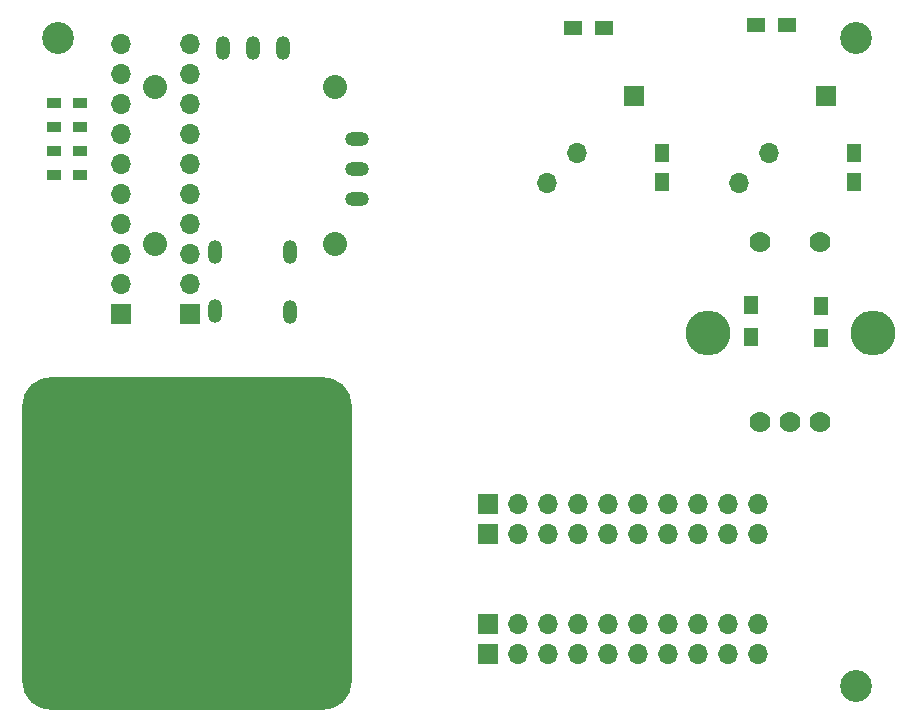
<source format=gbr>
G04 #@! TF.FileFunction,Soldermask,Bot*
%FSLAX46Y46*%
G04 Gerber Fmt 4.6, Leading zero omitted, Abs format (unit mm)*
G04 Created by KiCad (PCBNEW 4.0.7) date 05/31/18 22:49:15*
%MOMM*%
%LPD*%
G01*
G04 APERTURE LIST*
%ADD10C,0.100000*%
%ADD11C,5.080000*%
%ADD12C,2.700000*%
%ADD13R,1.700000X1.700000*%
%ADD14O,1.700000X1.700000*%
%ADD15R,1.300000X1.500000*%
%ADD16R,1.250000X1.500000*%
%ADD17R,1.500000X1.300000*%
%ADD18C,2.032000*%
%ADD19O,1.200000X2.000000*%
%ADD20O,2.000000X1.200000*%
%ADD21R,1.200000X0.900000*%
%ADD22O,3.810000X3.810000*%
%ADD23C,1.778000*%
G04 APERTURE END LIST*
D10*
D11*
X135407400Y-132892800D03*
X135153400Y-132892800D03*
X134899400Y-132892800D03*
X134645400Y-132892800D03*
X134391400Y-132892800D03*
X134137400Y-132892800D03*
X133883400Y-132892800D03*
X133629400Y-132892800D03*
X133375400Y-132892800D03*
X133121400Y-132892800D03*
X132867400Y-132892800D03*
X132613400Y-132892800D03*
X132359400Y-132892800D03*
X132105400Y-132892800D03*
X131851400Y-132892800D03*
X131597400Y-132892800D03*
X131343400Y-132892800D03*
X131089400Y-132892800D03*
X130835400Y-132892800D03*
X130581400Y-132892800D03*
X130327400Y-132892800D03*
X130073400Y-132892800D03*
X129819400Y-132892800D03*
X129565400Y-132892800D03*
X129311400Y-132892800D03*
X129057400Y-132892800D03*
X128803400Y-132892800D03*
X128549400Y-132892800D03*
X128295400Y-132892800D03*
X128041400Y-132892800D03*
X127787400Y-132892800D03*
X127533400Y-132892800D03*
X127279400Y-132892800D03*
X127025400Y-132892800D03*
X126771400Y-132892800D03*
X126517400Y-132892800D03*
X126263400Y-132892800D03*
X126009400Y-132892800D03*
X125755400Y-132892800D03*
X125501400Y-132892800D03*
X125247400Y-132892800D03*
X124993400Y-132892800D03*
X124739400Y-132892800D03*
X124485400Y-132892800D03*
X124231400Y-132892800D03*
X123977400Y-132892800D03*
X123723400Y-132892800D03*
X123469400Y-132892800D03*
X123215400Y-132892800D03*
X122961400Y-132892800D03*
X122707400Y-132892800D03*
X122453400Y-132892800D03*
X122199400Y-132892800D03*
X121945400Y-132892800D03*
X121691400Y-132892800D03*
X121437400Y-132892800D03*
X121183400Y-132892800D03*
X120929400Y-132892800D03*
X120675400Y-132892800D03*
X120421400Y-132892800D03*
X120167400Y-132892800D03*
X119913400Y-132892800D03*
X119659400Y-132892800D03*
X119405400Y-132892800D03*
X119151400Y-132892800D03*
X118897400Y-132892800D03*
X118643400Y-132892800D03*
X118389400Y-132892800D03*
X118135400Y-132892800D03*
X117881400Y-132892800D03*
X117627400Y-132892800D03*
X117373400Y-132892800D03*
X117119400Y-132892800D03*
X116865400Y-132892800D03*
X116611400Y-132892800D03*
X116357400Y-132892800D03*
X116103400Y-132892800D03*
X115849400Y-132892800D03*
X115595400Y-132892800D03*
X115341400Y-132892800D03*
X115087400Y-132892800D03*
X114833400Y-132892800D03*
X114579400Y-132892800D03*
X114325400Y-132892800D03*
X114071400Y-132892800D03*
X113817400Y-132892800D03*
X113563400Y-132892800D03*
X113309400Y-132892800D03*
X113055400Y-132892800D03*
X112801400Y-132892800D03*
X112547400Y-132892800D03*
X135407400Y-132638800D03*
X135153400Y-132638800D03*
X134899400Y-132638800D03*
X134645400Y-132638800D03*
X134391400Y-132638800D03*
X134137400Y-132638800D03*
X133883400Y-132638800D03*
X133629400Y-132638800D03*
X133375400Y-132638800D03*
X133121400Y-132638800D03*
X132867400Y-132638800D03*
X132613400Y-132638800D03*
X132359400Y-132638800D03*
X132105400Y-132638800D03*
X131851400Y-132638800D03*
X131597400Y-132638800D03*
X131343400Y-132638800D03*
X131089400Y-132638800D03*
X130835400Y-132638800D03*
X130581400Y-132638800D03*
X130327400Y-132638800D03*
X130073400Y-132638800D03*
X129819400Y-132638800D03*
X129565400Y-132638800D03*
X129311400Y-132638800D03*
X129057400Y-132638800D03*
X128803400Y-132638800D03*
X128549400Y-132638800D03*
X128295400Y-132638800D03*
X128041400Y-132638800D03*
X127787400Y-132638800D03*
X127533400Y-132638800D03*
X127279400Y-132638800D03*
X127025400Y-132638800D03*
X126771400Y-132638800D03*
X126517400Y-132638800D03*
X126263400Y-132638800D03*
X126009400Y-132638800D03*
X125755400Y-132638800D03*
X125501400Y-132638800D03*
X125247400Y-132638800D03*
X124993400Y-132638800D03*
X124739400Y-132638800D03*
X124485400Y-132638800D03*
X124231400Y-132638800D03*
X123977400Y-132638800D03*
X123723400Y-132638800D03*
X123469400Y-132638800D03*
X123215400Y-132638800D03*
X122961400Y-132638800D03*
X122707400Y-132638800D03*
X122453400Y-132638800D03*
X122199400Y-132638800D03*
X121945400Y-132638800D03*
X121691400Y-132638800D03*
X121437400Y-132638800D03*
X121183400Y-132638800D03*
X120929400Y-132638800D03*
X120675400Y-132638800D03*
X120421400Y-132638800D03*
X120167400Y-132638800D03*
X119913400Y-132638800D03*
X119659400Y-132638800D03*
X119405400Y-132638800D03*
X119151400Y-132638800D03*
X118897400Y-132638800D03*
X118643400Y-132638800D03*
X118389400Y-132638800D03*
X118135400Y-132638800D03*
X117881400Y-132638800D03*
X117627400Y-132638800D03*
X117373400Y-132638800D03*
X117119400Y-132638800D03*
X116865400Y-132638800D03*
X116611400Y-132638800D03*
X116357400Y-132638800D03*
X116103400Y-132638800D03*
X115849400Y-132638800D03*
X115595400Y-132638800D03*
X115341400Y-132638800D03*
X115087400Y-132638800D03*
X114833400Y-132638800D03*
X114579400Y-132638800D03*
X114325400Y-132638800D03*
X114071400Y-132638800D03*
X113817400Y-132638800D03*
X113563400Y-132638800D03*
X113309400Y-132638800D03*
X113055400Y-132638800D03*
X112801400Y-132638800D03*
X112547400Y-132638800D03*
X135407400Y-132384800D03*
X135153400Y-132384800D03*
X134899400Y-132384800D03*
X134645400Y-132384800D03*
X134391400Y-132384800D03*
X134137400Y-132384800D03*
X133883400Y-132384800D03*
X133629400Y-132384800D03*
X133375400Y-132384800D03*
X133121400Y-132384800D03*
X132867400Y-132384800D03*
X132613400Y-132384800D03*
X132359400Y-132384800D03*
X132105400Y-132384800D03*
X131851400Y-132384800D03*
X131597400Y-132384800D03*
X131343400Y-132384800D03*
X131089400Y-132384800D03*
X130835400Y-132384800D03*
X130581400Y-132384800D03*
X130327400Y-132384800D03*
X130073400Y-132384800D03*
X129819400Y-132384800D03*
X129565400Y-132384800D03*
X129311400Y-132384800D03*
X129057400Y-132384800D03*
X128803400Y-132384800D03*
X128549400Y-132384800D03*
X128295400Y-132384800D03*
X128041400Y-132384800D03*
X127787400Y-132384800D03*
X127533400Y-132384800D03*
X127279400Y-132384800D03*
X127025400Y-132384800D03*
X126771400Y-132384800D03*
X126517400Y-132384800D03*
X126263400Y-132384800D03*
X126009400Y-132384800D03*
X125755400Y-132384800D03*
X125501400Y-132384800D03*
X125247400Y-132384800D03*
X124993400Y-132384800D03*
X124739400Y-132384800D03*
X124485400Y-132384800D03*
X124231400Y-132384800D03*
X123977400Y-132384800D03*
X123723400Y-132384800D03*
X123469400Y-132384800D03*
X123215400Y-132384800D03*
X122961400Y-132384800D03*
X122707400Y-132384800D03*
X122453400Y-132384800D03*
X122199400Y-132384800D03*
X121945400Y-132384800D03*
X121691400Y-132384800D03*
X121437400Y-132384800D03*
X121183400Y-132384800D03*
X120929400Y-132384800D03*
X120675400Y-132384800D03*
X120421400Y-132384800D03*
X120167400Y-132384800D03*
X119913400Y-132384800D03*
X119659400Y-132384800D03*
X119405400Y-132384800D03*
X119151400Y-132384800D03*
X118897400Y-132384800D03*
X118643400Y-132384800D03*
X118389400Y-132384800D03*
X118135400Y-132384800D03*
X117881400Y-132384800D03*
X117627400Y-132384800D03*
X117373400Y-132384800D03*
X117119400Y-132384800D03*
X116865400Y-132384800D03*
X116611400Y-132384800D03*
X116357400Y-132384800D03*
X116103400Y-132384800D03*
X115849400Y-132384800D03*
X115595400Y-132384800D03*
X115341400Y-132384800D03*
X115087400Y-132384800D03*
X114833400Y-132384800D03*
X114579400Y-132384800D03*
X114325400Y-132384800D03*
X114071400Y-132384800D03*
X113817400Y-132384800D03*
X113563400Y-132384800D03*
X113309400Y-132384800D03*
X113055400Y-132384800D03*
X112801400Y-132384800D03*
X112547400Y-132384800D03*
X135407400Y-132130800D03*
X135153400Y-132130800D03*
X134899400Y-132130800D03*
X134645400Y-132130800D03*
X134391400Y-132130800D03*
X134137400Y-132130800D03*
X133883400Y-132130800D03*
X133629400Y-132130800D03*
X133375400Y-132130800D03*
X133121400Y-132130800D03*
X132867400Y-132130800D03*
X132613400Y-132130800D03*
X132359400Y-132130800D03*
X132105400Y-132130800D03*
X131851400Y-132130800D03*
X131597400Y-132130800D03*
X131343400Y-132130800D03*
X131089400Y-132130800D03*
X130835400Y-132130800D03*
X130581400Y-132130800D03*
X130327400Y-132130800D03*
X130073400Y-132130800D03*
X129819400Y-132130800D03*
X129565400Y-132130800D03*
X129311400Y-132130800D03*
X129057400Y-132130800D03*
X128803400Y-132130800D03*
X128549400Y-132130800D03*
X128295400Y-132130800D03*
X128041400Y-132130800D03*
X127787400Y-132130800D03*
X127533400Y-132130800D03*
X127279400Y-132130800D03*
X127025400Y-132130800D03*
X126771400Y-132130800D03*
X126517400Y-132130800D03*
X126263400Y-132130800D03*
X126009400Y-132130800D03*
X125755400Y-132130800D03*
X125501400Y-132130800D03*
X125247400Y-132130800D03*
X124993400Y-132130800D03*
X124739400Y-132130800D03*
X124485400Y-132130800D03*
X124231400Y-132130800D03*
X123977400Y-132130800D03*
X123723400Y-132130800D03*
X123469400Y-132130800D03*
X123215400Y-132130800D03*
X122961400Y-132130800D03*
X122707400Y-132130800D03*
X122453400Y-132130800D03*
X122199400Y-132130800D03*
X121945400Y-132130800D03*
X121691400Y-132130800D03*
X121437400Y-132130800D03*
X121183400Y-132130800D03*
X120929400Y-132130800D03*
X120675400Y-132130800D03*
X120421400Y-132130800D03*
X120167400Y-132130800D03*
X119913400Y-132130800D03*
X119659400Y-132130800D03*
X119405400Y-132130800D03*
X119151400Y-132130800D03*
X118897400Y-132130800D03*
X118643400Y-132130800D03*
X118389400Y-132130800D03*
X118135400Y-132130800D03*
X117881400Y-132130800D03*
X117627400Y-132130800D03*
X117373400Y-132130800D03*
X117119400Y-132130800D03*
X116865400Y-132130800D03*
X116611400Y-132130800D03*
X116357400Y-132130800D03*
X116103400Y-132130800D03*
X115849400Y-132130800D03*
X115595400Y-132130800D03*
X115341400Y-132130800D03*
X115087400Y-132130800D03*
X114833400Y-132130800D03*
X114579400Y-132130800D03*
X114325400Y-132130800D03*
X114071400Y-132130800D03*
X113817400Y-132130800D03*
X113563400Y-132130800D03*
X113309400Y-132130800D03*
X113055400Y-132130800D03*
X112801400Y-132130800D03*
X112547400Y-132130800D03*
X135407400Y-131876800D03*
X135153400Y-131876800D03*
X134899400Y-131876800D03*
X134645400Y-131876800D03*
X134391400Y-131876800D03*
X134137400Y-131876800D03*
X133883400Y-131876800D03*
X133629400Y-131876800D03*
X133375400Y-131876800D03*
X133121400Y-131876800D03*
X132867400Y-131876800D03*
X132613400Y-131876800D03*
X132359400Y-131876800D03*
X132105400Y-131876800D03*
X131851400Y-131876800D03*
X131597400Y-131876800D03*
X131343400Y-131876800D03*
X131089400Y-131876800D03*
X130835400Y-131876800D03*
X130581400Y-131876800D03*
X130327400Y-131876800D03*
X130073400Y-131876800D03*
X129819400Y-131876800D03*
X129565400Y-131876800D03*
X129311400Y-131876800D03*
X129057400Y-131876800D03*
X128803400Y-131876800D03*
X128549400Y-131876800D03*
X128295400Y-131876800D03*
X128041400Y-131876800D03*
X127787400Y-131876800D03*
X127533400Y-131876800D03*
X127279400Y-131876800D03*
X127025400Y-131876800D03*
X126771400Y-131876800D03*
X126517400Y-131876800D03*
X126263400Y-131876800D03*
X126009400Y-131876800D03*
X125755400Y-131876800D03*
X125501400Y-131876800D03*
X125247400Y-131876800D03*
X124993400Y-131876800D03*
X124739400Y-131876800D03*
X124485400Y-131876800D03*
X124231400Y-131876800D03*
X123977400Y-131876800D03*
X123723400Y-131876800D03*
X123469400Y-131876800D03*
X123215400Y-131876800D03*
X122961400Y-131876800D03*
X122707400Y-131876800D03*
X122453400Y-131876800D03*
X122199400Y-131876800D03*
X121945400Y-131876800D03*
X121691400Y-131876800D03*
X121437400Y-131876800D03*
X121183400Y-131876800D03*
X120929400Y-131876800D03*
X120675400Y-131876800D03*
X120421400Y-131876800D03*
X120167400Y-131876800D03*
X119913400Y-131876800D03*
X119659400Y-131876800D03*
X119405400Y-131876800D03*
X119151400Y-131876800D03*
X118897400Y-131876800D03*
X118643400Y-131876800D03*
X118389400Y-131876800D03*
X118135400Y-131876800D03*
X117881400Y-131876800D03*
X117627400Y-131876800D03*
X117373400Y-131876800D03*
X117119400Y-131876800D03*
X116865400Y-131876800D03*
X116611400Y-131876800D03*
X116357400Y-131876800D03*
X116103400Y-131876800D03*
X115849400Y-131876800D03*
X115595400Y-131876800D03*
X115341400Y-131876800D03*
X115087400Y-131876800D03*
X114833400Y-131876800D03*
X114579400Y-131876800D03*
X114325400Y-131876800D03*
X114071400Y-131876800D03*
X113817400Y-131876800D03*
X113563400Y-131876800D03*
X113309400Y-131876800D03*
X113055400Y-131876800D03*
X112801400Y-131876800D03*
X112547400Y-131876800D03*
X135407400Y-131622800D03*
X135153400Y-131622800D03*
X134899400Y-131622800D03*
X134645400Y-131622800D03*
X134391400Y-131622800D03*
X134137400Y-131622800D03*
X133883400Y-131622800D03*
X133629400Y-131622800D03*
X133375400Y-131622800D03*
X133121400Y-131622800D03*
X132867400Y-131622800D03*
X132613400Y-131622800D03*
X132359400Y-131622800D03*
X132105400Y-131622800D03*
X131851400Y-131622800D03*
X131597400Y-131622800D03*
X131343400Y-131622800D03*
X131089400Y-131622800D03*
X130835400Y-131622800D03*
X130581400Y-131622800D03*
X130327400Y-131622800D03*
X130073400Y-131622800D03*
X129819400Y-131622800D03*
X129565400Y-131622800D03*
X129311400Y-131622800D03*
X129057400Y-131622800D03*
X128803400Y-131622800D03*
X128549400Y-131622800D03*
X128295400Y-131622800D03*
X128041400Y-131622800D03*
X127787400Y-131622800D03*
X127533400Y-131622800D03*
X127279400Y-131622800D03*
X127025400Y-131622800D03*
X126771400Y-131622800D03*
X126517400Y-131622800D03*
X126263400Y-131622800D03*
X126009400Y-131622800D03*
X125755400Y-131622800D03*
X125501400Y-131622800D03*
X125247400Y-131622800D03*
X124993400Y-131622800D03*
X124739400Y-131622800D03*
X124485400Y-131622800D03*
X124231400Y-131622800D03*
X123977400Y-131622800D03*
X123723400Y-131622800D03*
X123469400Y-131622800D03*
X123215400Y-131622800D03*
X122961400Y-131622800D03*
X122707400Y-131622800D03*
X122453400Y-131622800D03*
X122199400Y-131622800D03*
X121945400Y-131622800D03*
X121691400Y-131622800D03*
X121437400Y-131622800D03*
X121183400Y-131622800D03*
X120929400Y-131622800D03*
X120675400Y-131622800D03*
X120421400Y-131622800D03*
X120167400Y-131622800D03*
X119913400Y-131622800D03*
X119659400Y-131622800D03*
X119405400Y-131622800D03*
X119151400Y-131622800D03*
X118897400Y-131622800D03*
X118643400Y-131622800D03*
X118389400Y-131622800D03*
X118135400Y-131622800D03*
X117881400Y-131622800D03*
X117627400Y-131622800D03*
X117373400Y-131622800D03*
X117119400Y-131622800D03*
X116865400Y-131622800D03*
X116611400Y-131622800D03*
X116357400Y-131622800D03*
X116103400Y-131622800D03*
X115849400Y-131622800D03*
X115595400Y-131622800D03*
X115341400Y-131622800D03*
X115087400Y-131622800D03*
X114833400Y-131622800D03*
X114579400Y-131622800D03*
X114325400Y-131622800D03*
X114071400Y-131622800D03*
X113817400Y-131622800D03*
X113563400Y-131622800D03*
X113309400Y-131622800D03*
X113055400Y-131622800D03*
X112801400Y-131622800D03*
X112547400Y-131622800D03*
X135407400Y-131368800D03*
X135153400Y-131368800D03*
X134899400Y-131368800D03*
X134645400Y-131368800D03*
X134391400Y-131368800D03*
X134137400Y-131368800D03*
X133883400Y-131368800D03*
X133629400Y-131368800D03*
X133375400Y-131368800D03*
X133121400Y-131368800D03*
X132867400Y-131368800D03*
X132613400Y-131368800D03*
X132359400Y-131368800D03*
X132105400Y-131368800D03*
X131851400Y-131368800D03*
X131597400Y-131368800D03*
X131343400Y-131368800D03*
X131089400Y-131368800D03*
X130835400Y-131368800D03*
X130581400Y-131368800D03*
X130327400Y-131368800D03*
X130073400Y-131368800D03*
X129819400Y-131368800D03*
X129565400Y-131368800D03*
X129311400Y-131368800D03*
X129057400Y-131368800D03*
X128803400Y-131368800D03*
X128549400Y-131368800D03*
X128295400Y-131368800D03*
X128041400Y-131368800D03*
X127787400Y-131368800D03*
X127533400Y-131368800D03*
X127279400Y-131368800D03*
X127025400Y-131368800D03*
X126771400Y-131368800D03*
X126517400Y-131368800D03*
X126263400Y-131368800D03*
X126009400Y-131368800D03*
X125755400Y-131368800D03*
X125501400Y-131368800D03*
X125247400Y-131368800D03*
X124993400Y-131368800D03*
X124739400Y-131368800D03*
X124485400Y-131368800D03*
X124231400Y-131368800D03*
X123977400Y-131368800D03*
X123723400Y-131368800D03*
X123469400Y-131368800D03*
X123215400Y-131368800D03*
X122961400Y-131368800D03*
X122707400Y-131368800D03*
X122453400Y-131368800D03*
X122199400Y-131368800D03*
X121945400Y-131368800D03*
X121691400Y-131368800D03*
X121437400Y-131368800D03*
X121183400Y-131368800D03*
X120929400Y-131368800D03*
X120675400Y-131368800D03*
X120421400Y-131368800D03*
X120167400Y-131368800D03*
X119913400Y-131368800D03*
X119659400Y-131368800D03*
X119405400Y-131368800D03*
X119151400Y-131368800D03*
X118897400Y-131368800D03*
X118643400Y-131368800D03*
X118389400Y-131368800D03*
X118135400Y-131368800D03*
X117881400Y-131368800D03*
X117627400Y-131368800D03*
X117373400Y-131368800D03*
X117119400Y-131368800D03*
X116865400Y-131368800D03*
X116611400Y-131368800D03*
X116357400Y-131368800D03*
X116103400Y-131368800D03*
X115849400Y-131368800D03*
X115595400Y-131368800D03*
X115341400Y-131368800D03*
X115087400Y-131368800D03*
X114833400Y-131368800D03*
X114579400Y-131368800D03*
X114325400Y-131368800D03*
X114071400Y-131368800D03*
X113817400Y-131368800D03*
X113563400Y-131368800D03*
X113309400Y-131368800D03*
X113055400Y-131368800D03*
X112801400Y-131368800D03*
X112547400Y-131368800D03*
X135407400Y-131114800D03*
X135153400Y-131114800D03*
X134899400Y-131114800D03*
X134645400Y-131114800D03*
X134391400Y-131114800D03*
X134137400Y-131114800D03*
X133883400Y-131114800D03*
X133629400Y-131114800D03*
X133375400Y-131114800D03*
X133121400Y-131114800D03*
X132867400Y-131114800D03*
X132613400Y-131114800D03*
X132359400Y-131114800D03*
X132105400Y-131114800D03*
X131851400Y-131114800D03*
X131597400Y-131114800D03*
X131343400Y-131114800D03*
X131089400Y-131114800D03*
X130835400Y-131114800D03*
X130581400Y-131114800D03*
X130327400Y-131114800D03*
X130073400Y-131114800D03*
X129819400Y-131114800D03*
X129565400Y-131114800D03*
X129311400Y-131114800D03*
X129057400Y-131114800D03*
X128803400Y-131114800D03*
X128549400Y-131114800D03*
X128295400Y-131114800D03*
X128041400Y-131114800D03*
X127787400Y-131114800D03*
X127533400Y-131114800D03*
X127279400Y-131114800D03*
X127025400Y-131114800D03*
X126771400Y-131114800D03*
X126517400Y-131114800D03*
X126263400Y-131114800D03*
X126009400Y-131114800D03*
X125755400Y-131114800D03*
X125501400Y-131114800D03*
X125247400Y-131114800D03*
X124993400Y-131114800D03*
X124739400Y-131114800D03*
X124485400Y-131114800D03*
X124231400Y-131114800D03*
X123977400Y-131114800D03*
X123723400Y-131114800D03*
X123469400Y-131114800D03*
X123215400Y-131114800D03*
X122961400Y-131114800D03*
X122707400Y-131114800D03*
X122453400Y-131114800D03*
X122199400Y-131114800D03*
X121945400Y-131114800D03*
X121691400Y-131114800D03*
X121437400Y-131114800D03*
X121183400Y-131114800D03*
X120929400Y-131114800D03*
X120675400Y-131114800D03*
X120421400Y-131114800D03*
X120167400Y-131114800D03*
X119913400Y-131114800D03*
X119659400Y-131114800D03*
X119405400Y-131114800D03*
X119151400Y-131114800D03*
X118897400Y-131114800D03*
X118643400Y-131114800D03*
X118389400Y-131114800D03*
X118135400Y-131114800D03*
X117881400Y-131114800D03*
X117627400Y-131114800D03*
X117373400Y-131114800D03*
X117119400Y-131114800D03*
X116865400Y-131114800D03*
X116611400Y-131114800D03*
X116357400Y-131114800D03*
X116103400Y-131114800D03*
X115849400Y-131114800D03*
X115595400Y-131114800D03*
X115341400Y-131114800D03*
X115087400Y-131114800D03*
X114833400Y-131114800D03*
X114579400Y-131114800D03*
X114325400Y-131114800D03*
X114071400Y-131114800D03*
X113817400Y-131114800D03*
X113563400Y-131114800D03*
X113309400Y-131114800D03*
X113055400Y-131114800D03*
X112801400Y-131114800D03*
X112547400Y-131114800D03*
X135407400Y-130860800D03*
X135153400Y-130860800D03*
X134899400Y-130860800D03*
X134645400Y-130860800D03*
X134391400Y-130860800D03*
X134137400Y-130860800D03*
X133883400Y-130860800D03*
X133629400Y-130860800D03*
X133375400Y-130860800D03*
X133121400Y-130860800D03*
X132867400Y-130860800D03*
X132613400Y-130860800D03*
X132359400Y-130860800D03*
X132105400Y-130860800D03*
X131851400Y-130860800D03*
X131597400Y-130860800D03*
X131343400Y-130860800D03*
X131089400Y-130860800D03*
X130835400Y-130860800D03*
X130581400Y-130860800D03*
X130327400Y-130860800D03*
X130073400Y-130860800D03*
X129819400Y-130860800D03*
X129565400Y-130860800D03*
X129311400Y-130860800D03*
X129057400Y-130860800D03*
X128803400Y-130860800D03*
X128549400Y-130860800D03*
X128295400Y-130860800D03*
X128041400Y-130860800D03*
X127787400Y-130860800D03*
X127533400Y-130860800D03*
X127279400Y-130860800D03*
X127025400Y-130860800D03*
X126771400Y-130860800D03*
X126517400Y-130860800D03*
X126263400Y-130860800D03*
X126009400Y-130860800D03*
X125755400Y-130860800D03*
X125501400Y-130860800D03*
X125247400Y-130860800D03*
X124993400Y-130860800D03*
X124739400Y-130860800D03*
X124485400Y-130860800D03*
X124231400Y-130860800D03*
X123977400Y-130860800D03*
X123723400Y-130860800D03*
X123469400Y-130860800D03*
X123215400Y-130860800D03*
X122961400Y-130860800D03*
X122707400Y-130860800D03*
X122453400Y-130860800D03*
X122199400Y-130860800D03*
X121945400Y-130860800D03*
X121691400Y-130860800D03*
X121437400Y-130860800D03*
X121183400Y-130860800D03*
X120929400Y-130860800D03*
X120675400Y-130860800D03*
X120421400Y-130860800D03*
X120167400Y-130860800D03*
X119913400Y-130860800D03*
X119659400Y-130860800D03*
X119405400Y-130860800D03*
X119151400Y-130860800D03*
X118897400Y-130860800D03*
X118643400Y-130860800D03*
X118389400Y-130860800D03*
X118135400Y-130860800D03*
X117881400Y-130860800D03*
X117627400Y-130860800D03*
X117373400Y-130860800D03*
X117119400Y-130860800D03*
X116865400Y-130860800D03*
X116611400Y-130860800D03*
X116357400Y-130860800D03*
X116103400Y-130860800D03*
X115849400Y-130860800D03*
X115595400Y-130860800D03*
X115341400Y-130860800D03*
X115087400Y-130860800D03*
X114833400Y-130860800D03*
X114579400Y-130860800D03*
X114325400Y-130860800D03*
X114071400Y-130860800D03*
X113817400Y-130860800D03*
X113563400Y-130860800D03*
X113309400Y-130860800D03*
X113055400Y-130860800D03*
X112801400Y-130860800D03*
X112547400Y-130860800D03*
X135407400Y-130606800D03*
X135153400Y-130606800D03*
X134899400Y-130606800D03*
X134645400Y-130606800D03*
X134391400Y-130606800D03*
X134137400Y-130606800D03*
X133883400Y-130606800D03*
X133629400Y-130606800D03*
X133375400Y-130606800D03*
X133121400Y-130606800D03*
X132867400Y-130606800D03*
X132613400Y-130606800D03*
X132359400Y-130606800D03*
X132105400Y-130606800D03*
X131851400Y-130606800D03*
X131597400Y-130606800D03*
X131343400Y-130606800D03*
X131089400Y-130606800D03*
X130835400Y-130606800D03*
X130581400Y-130606800D03*
X130327400Y-130606800D03*
X130073400Y-130606800D03*
X129819400Y-130606800D03*
X129565400Y-130606800D03*
X129311400Y-130606800D03*
X129057400Y-130606800D03*
X128803400Y-130606800D03*
X128549400Y-130606800D03*
X128295400Y-130606800D03*
X128041400Y-130606800D03*
X127787400Y-130606800D03*
X127533400Y-130606800D03*
X127279400Y-130606800D03*
X127025400Y-130606800D03*
X126771400Y-130606800D03*
X126517400Y-130606800D03*
X126263400Y-130606800D03*
X126009400Y-130606800D03*
X125755400Y-130606800D03*
X125501400Y-130606800D03*
X125247400Y-130606800D03*
X124993400Y-130606800D03*
X124739400Y-130606800D03*
X124485400Y-130606800D03*
X124231400Y-130606800D03*
X123977400Y-130606800D03*
X123723400Y-130606800D03*
X123469400Y-130606800D03*
X123215400Y-130606800D03*
X122961400Y-130606800D03*
X122707400Y-130606800D03*
X122453400Y-130606800D03*
X122199400Y-130606800D03*
X121945400Y-130606800D03*
X121691400Y-130606800D03*
X121437400Y-130606800D03*
X121183400Y-130606800D03*
X120929400Y-130606800D03*
X120675400Y-130606800D03*
X120421400Y-130606800D03*
X120167400Y-130606800D03*
X119913400Y-130606800D03*
X119659400Y-130606800D03*
X119405400Y-130606800D03*
X119151400Y-130606800D03*
X118897400Y-130606800D03*
X118643400Y-130606800D03*
X118389400Y-130606800D03*
X118135400Y-130606800D03*
X117881400Y-130606800D03*
X117627400Y-130606800D03*
X117373400Y-130606800D03*
X117119400Y-130606800D03*
X116865400Y-130606800D03*
X116611400Y-130606800D03*
X116357400Y-130606800D03*
X116103400Y-130606800D03*
X115849400Y-130606800D03*
X115595400Y-130606800D03*
X115341400Y-130606800D03*
X115087400Y-130606800D03*
X114833400Y-130606800D03*
X114579400Y-130606800D03*
X114325400Y-130606800D03*
X114071400Y-130606800D03*
X113817400Y-130606800D03*
X113563400Y-130606800D03*
X113309400Y-130606800D03*
X113055400Y-130606800D03*
X112801400Y-130606800D03*
X112547400Y-130606800D03*
X135407400Y-130352800D03*
X135153400Y-130352800D03*
X134899400Y-130352800D03*
X134645400Y-130352800D03*
X134391400Y-130352800D03*
X134137400Y-130352800D03*
X133883400Y-130352800D03*
X133629400Y-130352800D03*
X133375400Y-130352800D03*
X133121400Y-130352800D03*
X132867400Y-130352800D03*
X132613400Y-130352800D03*
X132359400Y-130352800D03*
X132105400Y-130352800D03*
X131851400Y-130352800D03*
X131597400Y-130352800D03*
X131343400Y-130352800D03*
X131089400Y-130352800D03*
X130835400Y-130352800D03*
X130581400Y-130352800D03*
X130327400Y-130352800D03*
X130073400Y-130352800D03*
X129819400Y-130352800D03*
X129565400Y-130352800D03*
X129311400Y-130352800D03*
X129057400Y-130352800D03*
X128803400Y-130352800D03*
X128549400Y-130352800D03*
X128295400Y-130352800D03*
X128041400Y-130352800D03*
X127787400Y-130352800D03*
X127533400Y-130352800D03*
X127279400Y-130352800D03*
X127025400Y-130352800D03*
X126771400Y-130352800D03*
X126517400Y-130352800D03*
X126263400Y-130352800D03*
X126009400Y-130352800D03*
X125755400Y-130352800D03*
X125501400Y-130352800D03*
X125247400Y-130352800D03*
X124993400Y-130352800D03*
X124739400Y-130352800D03*
X124485400Y-130352800D03*
X124231400Y-130352800D03*
X123977400Y-130352800D03*
X123723400Y-130352800D03*
X123469400Y-130352800D03*
X123215400Y-130352800D03*
X122961400Y-130352800D03*
X122707400Y-130352800D03*
X122453400Y-130352800D03*
X122199400Y-130352800D03*
X121945400Y-130352800D03*
X121691400Y-130352800D03*
X121437400Y-130352800D03*
X121183400Y-130352800D03*
X120929400Y-130352800D03*
X120675400Y-130352800D03*
X120421400Y-130352800D03*
X120167400Y-130352800D03*
X119913400Y-130352800D03*
X119659400Y-130352800D03*
X119405400Y-130352800D03*
X119151400Y-130352800D03*
X118897400Y-130352800D03*
X118643400Y-130352800D03*
X118389400Y-130352800D03*
X118135400Y-130352800D03*
X117881400Y-130352800D03*
X117627400Y-130352800D03*
X117373400Y-130352800D03*
X117119400Y-130352800D03*
X116865400Y-130352800D03*
X116611400Y-130352800D03*
X116357400Y-130352800D03*
X116103400Y-130352800D03*
X115849400Y-130352800D03*
X115595400Y-130352800D03*
X115341400Y-130352800D03*
X115087400Y-130352800D03*
X114833400Y-130352800D03*
X114579400Y-130352800D03*
X114325400Y-130352800D03*
X114071400Y-130352800D03*
X113817400Y-130352800D03*
X113563400Y-130352800D03*
X113309400Y-130352800D03*
X113055400Y-130352800D03*
X112801400Y-130352800D03*
X112547400Y-130352800D03*
X135407400Y-130098800D03*
X135153400Y-130098800D03*
X134899400Y-130098800D03*
X134645400Y-130098800D03*
X134391400Y-130098800D03*
X134137400Y-130098800D03*
X133883400Y-130098800D03*
X133629400Y-130098800D03*
X133375400Y-130098800D03*
X133121400Y-130098800D03*
X132867400Y-130098800D03*
X132613400Y-130098800D03*
X132359400Y-130098800D03*
X132105400Y-130098800D03*
X131851400Y-130098800D03*
X131597400Y-130098800D03*
X131343400Y-130098800D03*
X131089400Y-130098800D03*
X130835400Y-130098800D03*
X130581400Y-130098800D03*
X130327400Y-130098800D03*
X130073400Y-130098800D03*
X129819400Y-130098800D03*
X129565400Y-130098800D03*
X129311400Y-130098800D03*
X129057400Y-130098800D03*
X128803400Y-130098800D03*
X128549400Y-130098800D03*
X128295400Y-130098800D03*
X128041400Y-130098800D03*
X127787400Y-130098800D03*
X127533400Y-130098800D03*
X127279400Y-130098800D03*
X127025400Y-130098800D03*
X126771400Y-130098800D03*
X126517400Y-130098800D03*
X126263400Y-130098800D03*
X126009400Y-130098800D03*
X125755400Y-130098800D03*
X125501400Y-130098800D03*
X125247400Y-130098800D03*
X124993400Y-130098800D03*
X124739400Y-130098800D03*
X124485400Y-130098800D03*
X124231400Y-130098800D03*
X123977400Y-130098800D03*
X123723400Y-130098800D03*
X123469400Y-130098800D03*
X123215400Y-130098800D03*
X122961400Y-130098800D03*
X122707400Y-130098800D03*
X122453400Y-130098800D03*
X122199400Y-130098800D03*
X121945400Y-130098800D03*
X121691400Y-130098800D03*
X121437400Y-130098800D03*
X121183400Y-130098800D03*
X120929400Y-130098800D03*
X120675400Y-130098800D03*
X120421400Y-130098800D03*
X120167400Y-130098800D03*
X119913400Y-130098800D03*
X119659400Y-130098800D03*
X119405400Y-130098800D03*
X119151400Y-130098800D03*
X118897400Y-130098800D03*
X118643400Y-130098800D03*
X118389400Y-130098800D03*
X118135400Y-130098800D03*
X117881400Y-130098800D03*
X117627400Y-130098800D03*
X117373400Y-130098800D03*
X117119400Y-130098800D03*
X116865400Y-130098800D03*
X116611400Y-130098800D03*
X116357400Y-130098800D03*
X116103400Y-130098800D03*
X115849400Y-130098800D03*
X115595400Y-130098800D03*
X115341400Y-130098800D03*
X115087400Y-130098800D03*
X114833400Y-130098800D03*
X114579400Y-130098800D03*
X114325400Y-130098800D03*
X114071400Y-130098800D03*
X113817400Y-130098800D03*
X113563400Y-130098800D03*
X113309400Y-130098800D03*
X113055400Y-130098800D03*
X112801400Y-130098800D03*
X112547400Y-130098800D03*
X135407400Y-129844800D03*
X135153400Y-129844800D03*
X134899400Y-129844800D03*
X134645400Y-129844800D03*
X134391400Y-129844800D03*
X134137400Y-129844800D03*
X133883400Y-129844800D03*
X133629400Y-129844800D03*
X133375400Y-129844800D03*
X133121400Y-129844800D03*
X132867400Y-129844800D03*
X132613400Y-129844800D03*
X132359400Y-129844800D03*
X132105400Y-129844800D03*
X131851400Y-129844800D03*
X131597400Y-129844800D03*
X131343400Y-129844800D03*
X131089400Y-129844800D03*
X130835400Y-129844800D03*
X130581400Y-129844800D03*
X130327400Y-129844800D03*
X130073400Y-129844800D03*
X129819400Y-129844800D03*
X129565400Y-129844800D03*
X129311400Y-129844800D03*
X129057400Y-129844800D03*
X128803400Y-129844800D03*
X128549400Y-129844800D03*
X128295400Y-129844800D03*
X128041400Y-129844800D03*
X127787400Y-129844800D03*
X127533400Y-129844800D03*
X127279400Y-129844800D03*
X127025400Y-129844800D03*
X126771400Y-129844800D03*
X126517400Y-129844800D03*
X126263400Y-129844800D03*
X126009400Y-129844800D03*
X125755400Y-129844800D03*
X125501400Y-129844800D03*
X125247400Y-129844800D03*
X124993400Y-129844800D03*
X124739400Y-129844800D03*
X124485400Y-129844800D03*
X124231400Y-129844800D03*
X123977400Y-129844800D03*
X123723400Y-129844800D03*
X123469400Y-129844800D03*
X123215400Y-129844800D03*
X122961400Y-129844800D03*
X122707400Y-129844800D03*
X122453400Y-129844800D03*
X122199400Y-129844800D03*
X121945400Y-129844800D03*
X121691400Y-129844800D03*
X121437400Y-129844800D03*
X121183400Y-129844800D03*
X120929400Y-129844800D03*
X120675400Y-129844800D03*
X120421400Y-129844800D03*
X120167400Y-129844800D03*
X119913400Y-129844800D03*
X119659400Y-129844800D03*
X119405400Y-129844800D03*
X119151400Y-129844800D03*
X118897400Y-129844800D03*
X118643400Y-129844800D03*
X118389400Y-129844800D03*
X118135400Y-129844800D03*
X117881400Y-129844800D03*
X117627400Y-129844800D03*
X117373400Y-129844800D03*
X117119400Y-129844800D03*
X116865400Y-129844800D03*
X116611400Y-129844800D03*
X116357400Y-129844800D03*
X116103400Y-129844800D03*
X115849400Y-129844800D03*
X115595400Y-129844800D03*
X115341400Y-129844800D03*
X115087400Y-129844800D03*
X114833400Y-129844800D03*
X114579400Y-129844800D03*
X114325400Y-129844800D03*
X114071400Y-129844800D03*
X113817400Y-129844800D03*
X113563400Y-129844800D03*
X113309400Y-129844800D03*
X113055400Y-129844800D03*
X112801400Y-129844800D03*
X112547400Y-129844800D03*
X135407400Y-129590800D03*
X135153400Y-129590800D03*
X134899400Y-129590800D03*
X134645400Y-129590800D03*
X134391400Y-129590800D03*
X134137400Y-129590800D03*
X133883400Y-129590800D03*
X133629400Y-129590800D03*
X133375400Y-129590800D03*
X133121400Y-129590800D03*
X132867400Y-129590800D03*
X132613400Y-129590800D03*
X132359400Y-129590800D03*
X132105400Y-129590800D03*
X131851400Y-129590800D03*
X131597400Y-129590800D03*
X131343400Y-129590800D03*
X131089400Y-129590800D03*
X130835400Y-129590800D03*
X130581400Y-129590800D03*
X130327400Y-129590800D03*
X130073400Y-129590800D03*
X129819400Y-129590800D03*
X129565400Y-129590800D03*
X129311400Y-129590800D03*
X129057400Y-129590800D03*
X128803400Y-129590800D03*
X128549400Y-129590800D03*
X128295400Y-129590800D03*
X128041400Y-129590800D03*
X127787400Y-129590800D03*
X127533400Y-129590800D03*
X127279400Y-129590800D03*
X127025400Y-129590800D03*
X126771400Y-129590800D03*
X126517400Y-129590800D03*
X126263400Y-129590800D03*
X126009400Y-129590800D03*
X125755400Y-129590800D03*
X125501400Y-129590800D03*
X125247400Y-129590800D03*
X124993400Y-129590800D03*
X124739400Y-129590800D03*
X124485400Y-129590800D03*
X124231400Y-129590800D03*
X123977400Y-129590800D03*
X123723400Y-129590800D03*
X123469400Y-129590800D03*
X123215400Y-129590800D03*
X122961400Y-129590800D03*
X122707400Y-129590800D03*
X122453400Y-129590800D03*
X122199400Y-129590800D03*
X121945400Y-129590800D03*
X121691400Y-129590800D03*
X121437400Y-129590800D03*
X121183400Y-129590800D03*
X120929400Y-129590800D03*
X120675400Y-129590800D03*
X120421400Y-129590800D03*
X120167400Y-129590800D03*
X119913400Y-129590800D03*
X119659400Y-129590800D03*
X119405400Y-129590800D03*
X119151400Y-129590800D03*
X118897400Y-129590800D03*
X118643400Y-129590800D03*
X118389400Y-129590800D03*
X118135400Y-129590800D03*
X117881400Y-129590800D03*
X117627400Y-129590800D03*
X117373400Y-129590800D03*
X117119400Y-129590800D03*
X116865400Y-129590800D03*
X116611400Y-129590800D03*
X116357400Y-129590800D03*
X116103400Y-129590800D03*
X115849400Y-129590800D03*
X115595400Y-129590800D03*
X115341400Y-129590800D03*
X115087400Y-129590800D03*
X114833400Y-129590800D03*
X114579400Y-129590800D03*
X114325400Y-129590800D03*
X114071400Y-129590800D03*
X113817400Y-129590800D03*
X113563400Y-129590800D03*
X113309400Y-129590800D03*
X113055400Y-129590800D03*
X112801400Y-129590800D03*
X112547400Y-129590800D03*
X135407400Y-129336800D03*
X135153400Y-129336800D03*
X134899400Y-129336800D03*
X134645400Y-129336800D03*
X134391400Y-129336800D03*
X134137400Y-129336800D03*
X133883400Y-129336800D03*
X133629400Y-129336800D03*
X133375400Y-129336800D03*
X133121400Y-129336800D03*
X132867400Y-129336800D03*
X132613400Y-129336800D03*
X132359400Y-129336800D03*
X132105400Y-129336800D03*
X131851400Y-129336800D03*
X131597400Y-129336800D03*
X131343400Y-129336800D03*
X131089400Y-129336800D03*
X130835400Y-129336800D03*
X130581400Y-129336800D03*
X130327400Y-129336800D03*
X130073400Y-129336800D03*
X129819400Y-129336800D03*
X129565400Y-129336800D03*
X129311400Y-129336800D03*
X129057400Y-129336800D03*
X128803400Y-129336800D03*
X128549400Y-129336800D03*
X128295400Y-129336800D03*
X128041400Y-129336800D03*
X127787400Y-129336800D03*
X127533400Y-129336800D03*
X127279400Y-129336800D03*
X127025400Y-129336800D03*
X126771400Y-129336800D03*
X126517400Y-129336800D03*
X126263400Y-129336800D03*
X126009400Y-129336800D03*
X125755400Y-129336800D03*
X125501400Y-129336800D03*
X125247400Y-129336800D03*
X124993400Y-129336800D03*
X124739400Y-129336800D03*
X124485400Y-129336800D03*
X124231400Y-129336800D03*
X123977400Y-129336800D03*
X123723400Y-129336800D03*
X123469400Y-129336800D03*
X123215400Y-129336800D03*
X122961400Y-129336800D03*
X122707400Y-129336800D03*
X122453400Y-129336800D03*
X122199400Y-129336800D03*
X121945400Y-129336800D03*
X121691400Y-129336800D03*
X121437400Y-129336800D03*
X121183400Y-129336800D03*
X120929400Y-129336800D03*
X120675400Y-129336800D03*
X120421400Y-129336800D03*
X120167400Y-129336800D03*
X119913400Y-129336800D03*
X119659400Y-129336800D03*
X119405400Y-129336800D03*
X119151400Y-129336800D03*
X118897400Y-129336800D03*
X118643400Y-129336800D03*
X118389400Y-129336800D03*
X118135400Y-129336800D03*
X117881400Y-129336800D03*
X117627400Y-129336800D03*
X117373400Y-129336800D03*
X117119400Y-129336800D03*
X116865400Y-129336800D03*
X116611400Y-129336800D03*
X116357400Y-129336800D03*
X116103400Y-129336800D03*
X115849400Y-129336800D03*
X115595400Y-129336800D03*
X115341400Y-129336800D03*
X115087400Y-129336800D03*
X114833400Y-129336800D03*
X114579400Y-129336800D03*
X114325400Y-129336800D03*
X114071400Y-129336800D03*
X113817400Y-129336800D03*
X113563400Y-129336800D03*
X113309400Y-129336800D03*
X113055400Y-129336800D03*
X112801400Y-129336800D03*
X112547400Y-129336800D03*
X135407400Y-129082800D03*
X135153400Y-129082800D03*
X134899400Y-129082800D03*
X134645400Y-129082800D03*
X134391400Y-129082800D03*
X134137400Y-129082800D03*
X133883400Y-129082800D03*
X133629400Y-129082800D03*
X133375400Y-129082800D03*
X133121400Y-129082800D03*
X132867400Y-129082800D03*
X132613400Y-129082800D03*
X132359400Y-129082800D03*
X132105400Y-129082800D03*
X131851400Y-129082800D03*
X131597400Y-129082800D03*
X131343400Y-129082800D03*
X131089400Y-129082800D03*
X130835400Y-129082800D03*
X130581400Y-129082800D03*
X130327400Y-129082800D03*
X130073400Y-129082800D03*
X129819400Y-129082800D03*
X129565400Y-129082800D03*
X129311400Y-129082800D03*
X129057400Y-129082800D03*
X128803400Y-129082800D03*
X128549400Y-129082800D03*
X128295400Y-129082800D03*
X128041400Y-129082800D03*
X127787400Y-129082800D03*
X127533400Y-129082800D03*
X127279400Y-129082800D03*
X127025400Y-129082800D03*
X126771400Y-129082800D03*
X126517400Y-129082800D03*
X126263400Y-129082800D03*
X126009400Y-129082800D03*
X125755400Y-129082800D03*
X125501400Y-129082800D03*
X125247400Y-129082800D03*
X124993400Y-129082800D03*
X124739400Y-129082800D03*
X124485400Y-129082800D03*
X124231400Y-129082800D03*
X123977400Y-129082800D03*
X123723400Y-129082800D03*
X123469400Y-129082800D03*
X123215400Y-129082800D03*
X122961400Y-129082800D03*
X122707400Y-129082800D03*
X122453400Y-129082800D03*
X122199400Y-129082800D03*
X121945400Y-129082800D03*
X121691400Y-129082800D03*
X121437400Y-129082800D03*
X121183400Y-129082800D03*
X120929400Y-129082800D03*
X120675400Y-129082800D03*
X120421400Y-129082800D03*
X120167400Y-129082800D03*
X119913400Y-129082800D03*
X119659400Y-129082800D03*
X119405400Y-129082800D03*
X119151400Y-129082800D03*
X118897400Y-129082800D03*
X118643400Y-129082800D03*
X118389400Y-129082800D03*
X118135400Y-129082800D03*
X117881400Y-129082800D03*
X117627400Y-129082800D03*
X117373400Y-129082800D03*
X117119400Y-129082800D03*
X116865400Y-129082800D03*
X116611400Y-129082800D03*
X116357400Y-129082800D03*
X116103400Y-129082800D03*
X115849400Y-129082800D03*
X115595400Y-129082800D03*
X115341400Y-129082800D03*
X115087400Y-129082800D03*
X114833400Y-129082800D03*
X114579400Y-129082800D03*
X114325400Y-129082800D03*
X114071400Y-129082800D03*
X113817400Y-129082800D03*
X113563400Y-129082800D03*
X113309400Y-129082800D03*
X113055400Y-129082800D03*
X112801400Y-129082800D03*
X112547400Y-129082800D03*
X135407400Y-128828800D03*
X135153400Y-128828800D03*
X134899400Y-128828800D03*
X134645400Y-128828800D03*
X134391400Y-128828800D03*
X134137400Y-128828800D03*
X133883400Y-128828800D03*
X133629400Y-128828800D03*
X133375400Y-128828800D03*
X133121400Y-128828800D03*
X132867400Y-128828800D03*
X132613400Y-128828800D03*
X132359400Y-128828800D03*
X132105400Y-128828800D03*
X131851400Y-128828800D03*
X131597400Y-128828800D03*
X131343400Y-128828800D03*
X131089400Y-128828800D03*
X130835400Y-128828800D03*
X130581400Y-128828800D03*
X130327400Y-128828800D03*
X130073400Y-128828800D03*
X129819400Y-128828800D03*
X129565400Y-128828800D03*
X129311400Y-128828800D03*
X129057400Y-128828800D03*
X128803400Y-128828800D03*
X128549400Y-128828800D03*
X128295400Y-128828800D03*
X128041400Y-128828800D03*
X127787400Y-128828800D03*
X127533400Y-128828800D03*
X127279400Y-128828800D03*
X127025400Y-128828800D03*
X126771400Y-128828800D03*
X126517400Y-128828800D03*
X126263400Y-128828800D03*
X126009400Y-128828800D03*
X125755400Y-128828800D03*
X125501400Y-128828800D03*
X125247400Y-128828800D03*
X124993400Y-128828800D03*
X124739400Y-128828800D03*
X124485400Y-128828800D03*
X124231400Y-128828800D03*
X123977400Y-128828800D03*
X123723400Y-128828800D03*
X123469400Y-128828800D03*
X123215400Y-128828800D03*
X122961400Y-128828800D03*
X122707400Y-128828800D03*
X122453400Y-128828800D03*
X122199400Y-128828800D03*
X121945400Y-128828800D03*
X121691400Y-128828800D03*
X121437400Y-128828800D03*
X121183400Y-128828800D03*
X120929400Y-128828800D03*
X120675400Y-128828800D03*
X120421400Y-128828800D03*
X120167400Y-128828800D03*
X119913400Y-128828800D03*
X119659400Y-128828800D03*
X119405400Y-128828800D03*
X119151400Y-128828800D03*
X118897400Y-128828800D03*
X118643400Y-128828800D03*
X118389400Y-128828800D03*
X118135400Y-128828800D03*
X117881400Y-128828800D03*
X117627400Y-128828800D03*
X117373400Y-128828800D03*
X117119400Y-128828800D03*
X116865400Y-128828800D03*
X116611400Y-128828800D03*
X116357400Y-128828800D03*
X116103400Y-128828800D03*
X115849400Y-128828800D03*
X115595400Y-128828800D03*
X115341400Y-128828800D03*
X115087400Y-128828800D03*
X114833400Y-128828800D03*
X114579400Y-128828800D03*
X114325400Y-128828800D03*
X114071400Y-128828800D03*
X113817400Y-128828800D03*
X113563400Y-128828800D03*
X113309400Y-128828800D03*
X113055400Y-128828800D03*
X112801400Y-128828800D03*
X112547400Y-128828800D03*
X135407400Y-128574800D03*
X135153400Y-128574800D03*
X134899400Y-128574800D03*
X134645400Y-128574800D03*
X134391400Y-128574800D03*
X134137400Y-128574800D03*
X133883400Y-128574800D03*
X133629400Y-128574800D03*
X133375400Y-128574800D03*
X133121400Y-128574800D03*
X132867400Y-128574800D03*
X132613400Y-128574800D03*
X132359400Y-128574800D03*
X132105400Y-128574800D03*
X131851400Y-128574800D03*
X131597400Y-128574800D03*
X131343400Y-128574800D03*
X131089400Y-128574800D03*
X130835400Y-128574800D03*
X130581400Y-128574800D03*
X130327400Y-128574800D03*
X130073400Y-128574800D03*
X129819400Y-128574800D03*
X129565400Y-128574800D03*
X129311400Y-128574800D03*
X129057400Y-128574800D03*
X128803400Y-128574800D03*
X128549400Y-128574800D03*
X128295400Y-128574800D03*
X128041400Y-128574800D03*
X127787400Y-128574800D03*
X127533400Y-128574800D03*
X127279400Y-128574800D03*
X127025400Y-128574800D03*
X126771400Y-128574800D03*
X126517400Y-128574800D03*
X126263400Y-128574800D03*
X126009400Y-128574800D03*
X125755400Y-128574800D03*
X125501400Y-128574800D03*
X125247400Y-128574800D03*
X124993400Y-128574800D03*
X124739400Y-128574800D03*
X124485400Y-128574800D03*
X124231400Y-128574800D03*
X123977400Y-128574800D03*
X123723400Y-128574800D03*
X123469400Y-128574800D03*
X123215400Y-128574800D03*
X122961400Y-128574800D03*
X122707400Y-128574800D03*
X122453400Y-128574800D03*
X122199400Y-128574800D03*
X121945400Y-128574800D03*
X121691400Y-128574800D03*
X121437400Y-128574800D03*
X121183400Y-128574800D03*
X120929400Y-128574800D03*
X120675400Y-128574800D03*
X120421400Y-128574800D03*
X120167400Y-128574800D03*
X119913400Y-128574800D03*
X119659400Y-128574800D03*
X119405400Y-128574800D03*
X119151400Y-128574800D03*
X118897400Y-128574800D03*
X118643400Y-128574800D03*
X118389400Y-128574800D03*
X118135400Y-128574800D03*
X117881400Y-128574800D03*
X117627400Y-128574800D03*
X117373400Y-128574800D03*
X117119400Y-128574800D03*
X116865400Y-128574800D03*
X116611400Y-128574800D03*
X116357400Y-128574800D03*
X116103400Y-128574800D03*
X115849400Y-128574800D03*
X115595400Y-128574800D03*
X115341400Y-128574800D03*
X115087400Y-128574800D03*
X114833400Y-128574800D03*
X114579400Y-128574800D03*
X114325400Y-128574800D03*
X114071400Y-128574800D03*
X113817400Y-128574800D03*
X113563400Y-128574800D03*
X113309400Y-128574800D03*
X113055400Y-128574800D03*
X112801400Y-128574800D03*
X112547400Y-128574800D03*
X135407400Y-128320800D03*
X135153400Y-128320800D03*
X134899400Y-128320800D03*
X134645400Y-128320800D03*
X134391400Y-128320800D03*
X134137400Y-128320800D03*
X133883400Y-128320800D03*
X133629400Y-128320800D03*
X133375400Y-128320800D03*
X133121400Y-128320800D03*
X132867400Y-128320800D03*
X132613400Y-128320800D03*
X132359400Y-128320800D03*
X132105400Y-128320800D03*
X131851400Y-128320800D03*
X131597400Y-128320800D03*
X131343400Y-128320800D03*
X131089400Y-128320800D03*
X130835400Y-128320800D03*
X130581400Y-128320800D03*
X130327400Y-128320800D03*
X130073400Y-128320800D03*
X129819400Y-128320800D03*
X129565400Y-128320800D03*
X129311400Y-128320800D03*
X129057400Y-128320800D03*
X128803400Y-128320800D03*
X128549400Y-128320800D03*
X128295400Y-128320800D03*
X128041400Y-128320800D03*
X127787400Y-128320800D03*
X127533400Y-128320800D03*
X127279400Y-128320800D03*
X127025400Y-128320800D03*
X126771400Y-128320800D03*
X126517400Y-128320800D03*
X126263400Y-128320800D03*
X126009400Y-128320800D03*
X125755400Y-128320800D03*
X125501400Y-128320800D03*
X125247400Y-128320800D03*
X124993400Y-128320800D03*
X124739400Y-128320800D03*
X124485400Y-128320800D03*
X124231400Y-128320800D03*
X123977400Y-128320800D03*
X123723400Y-128320800D03*
X123469400Y-128320800D03*
X123215400Y-128320800D03*
X122961400Y-128320800D03*
X122707400Y-128320800D03*
X122453400Y-128320800D03*
X122199400Y-128320800D03*
X121945400Y-128320800D03*
X121691400Y-128320800D03*
X121437400Y-128320800D03*
X121183400Y-128320800D03*
X120929400Y-128320800D03*
X120675400Y-128320800D03*
X120421400Y-128320800D03*
X120167400Y-128320800D03*
X119913400Y-128320800D03*
X119659400Y-128320800D03*
X119405400Y-128320800D03*
X119151400Y-128320800D03*
X118897400Y-128320800D03*
X118643400Y-128320800D03*
X118389400Y-128320800D03*
X118135400Y-128320800D03*
X117881400Y-128320800D03*
X117627400Y-128320800D03*
X117373400Y-128320800D03*
X117119400Y-128320800D03*
X116865400Y-128320800D03*
X116611400Y-128320800D03*
X116357400Y-128320800D03*
X116103400Y-128320800D03*
X115849400Y-128320800D03*
X115595400Y-128320800D03*
X115341400Y-128320800D03*
X115087400Y-128320800D03*
X114833400Y-128320800D03*
X114579400Y-128320800D03*
X114325400Y-128320800D03*
X114071400Y-128320800D03*
X113817400Y-128320800D03*
X113563400Y-128320800D03*
X113309400Y-128320800D03*
X113055400Y-128320800D03*
X112801400Y-128320800D03*
X112547400Y-128320800D03*
X135407400Y-128066800D03*
X135153400Y-128066800D03*
X134899400Y-128066800D03*
X134645400Y-128066800D03*
X134391400Y-128066800D03*
X134137400Y-128066800D03*
X133883400Y-128066800D03*
X133629400Y-128066800D03*
X133375400Y-128066800D03*
X133121400Y-128066800D03*
X132867400Y-128066800D03*
X132613400Y-128066800D03*
X132359400Y-128066800D03*
X132105400Y-128066800D03*
X131851400Y-128066800D03*
X131597400Y-128066800D03*
X131343400Y-128066800D03*
X131089400Y-128066800D03*
X130835400Y-128066800D03*
X130581400Y-128066800D03*
X130327400Y-128066800D03*
X130073400Y-128066800D03*
X129819400Y-128066800D03*
X129565400Y-128066800D03*
X129311400Y-128066800D03*
X129057400Y-128066800D03*
X128803400Y-128066800D03*
X128549400Y-128066800D03*
X128295400Y-128066800D03*
X128041400Y-128066800D03*
X127787400Y-128066800D03*
X127533400Y-128066800D03*
X127279400Y-128066800D03*
X127025400Y-128066800D03*
X126771400Y-128066800D03*
X126517400Y-128066800D03*
X126263400Y-128066800D03*
X126009400Y-128066800D03*
X125755400Y-128066800D03*
X125501400Y-128066800D03*
X125247400Y-128066800D03*
X124993400Y-128066800D03*
X124739400Y-128066800D03*
X124485400Y-128066800D03*
X124231400Y-128066800D03*
X123977400Y-128066800D03*
X123723400Y-128066800D03*
X123469400Y-128066800D03*
X123215400Y-128066800D03*
X122961400Y-128066800D03*
X122707400Y-128066800D03*
X122453400Y-128066800D03*
X122199400Y-128066800D03*
X121945400Y-128066800D03*
X121691400Y-128066800D03*
X121437400Y-128066800D03*
X121183400Y-128066800D03*
X120929400Y-128066800D03*
X120675400Y-128066800D03*
X120421400Y-128066800D03*
X120167400Y-128066800D03*
X119913400Y-128066800D03*
X119659400Y-128066800D03*
X119405400Y-128066800D03*
X119151400Y-128066800D03*
X118897400Y-128066800D03*
X118643400Y-128066800D03*
X118389400Y-128066800D03*
X118135400Y-128066800D03*
X117881400Y-128066800D03*
X117627400Y-128066800D03*
X117373400Y-128066800D03*
X117119400Y-128066800D03*
X116865400Y-128066800D03*
X116611400Y-128066800D03*
X116357400Y-128066800D03*
X116103400Y-128066800D03*
X115849400Y-128066800D03*
X115595400Y-128066800D03*
X115341400Y-128066800D03*
X115087400Y-128066800D03*
X114833400Y-128066800D03*
X114579400Y-128066800D03*
X114325400Y-128066800D03*
X114071400Y-128066800D03*
X113817400Y-128066800D03*
X113563400Y-128066800D03*
X113309400Y-128066800D03*
X113055400Y-128066800D03*
X112801400Y-128066800D03*
X112547400Y-128066800D03*
X135407400Y-127812800D03*
X135153400Y-127812800D03*
X134899400Y-127812800D03*
X134645400Y-127812800D03*
X134391400Y-127812800D03*
X134137400Y-127812800D03*
X133883400Y-127812800D03*
X133629400Y-127812800D03*
X133375400Y-127812800D03*
X133121400Y-127812800D03*
X132867400Y-127812800D03*
X132613400Y-127812800D03*
X132359400Y-127812800D03*
X132105400Y-127812800D03*
X131851400Y-127812800D03*
X131597400Y-127812800D03*
X131343400Y-127812800D03*
X131089400Y-127812800D03*
X130835400Y-127812800D03*
X130581400Y-127812800D03*
X130327400Y-127812800D03*
X130073400Y-127812800D03*
X129819400Y-127812800D03*
X129565400Y-127812800D03*
X129311400Y-127812800D03*
X129057400Y-127812800D03*
X128803400Y-127812800D03*
X128549400Y-127812800D03*
X128295400Y-127812800D03*
X128041400Y-127812800D03*
X127787400Y-127812800D03*
X127533400Y-127812800D03*
X127279400Y-127812800D03*
X127025400Y-127812800D03*
X126771400Y-127812800D03*
X126517400Y-127812800D03*
X126263400Y-127812800D03*
X126009400Y-127812800D03*
X125755400Y-127812800D03*
X125501400Y-127812800D03*
X125247400Y-127812800D03*
X124993400Y-127812800D03*
X124739400Y-127812800D03*
X124485400Y-127812800D03*
X124231400Y-127812800D03*
X123977400Y-127812800D03*
X123723400Y-127812800D03*
X123469400Y-127812800D03*
X123215400Y-127812800D03*
X122961400Y-127812800D03*
X122707400Y-127812800D03*
X122453400Y-127812800D03*
X122199400Y-127812800D03*
X121945400Y-127812800D03*
X121691400Y-127812800D03*
X121437400Y-127812800D03*
X121183400Y-127812800D03*
X120929400Y-127812800D03*
X120675400Y-127812800D03*
X120421400Y-127812800D03*
X120167400Y-127812800D03*
X119913400Y-127812800D03*
X119659400Y-127812800D03*
X119405400Y-127812800D03*
X119151400Y-127812800D03*
X118897400Y-127812800D03*
X118643400Y-127812800D03*
X118389400Y-127812800D03*
X118135400Y-127812800D03*
X117881400Y-127812800D03*
X117627400Y-127812800D03*
X117373400Y-127812800D03*
X117119400Y-127812800D03*
X116865400Y-127812800D03*
X116611400Y-127812800D03*
X116357400Y-127812800D03*
X116103400Y-127812800D03*
X115849400Y-127812800D03*
X115595400Y-127812800D03*
X115341400Y-127812800D03*
X115087400Y-127812800D03*
X114833400Y-127812800D03*
X114579400Y-127812800D03*
X114325400Y-127812800D03*
X114071400Y-127812800D03*
X113817400Y-127812800D03*
X113563400Y-127812800D03*
X113309400Y-127812800D03*
X113055400Y-127812800D03*
X112801400Y-127812800D03*
X112547400Y-127812800D03*
X135407400Y-127558800D03*
X135153400Y-127558800D03*
X134899400Y-127558800D03*
X134645400Y-127558800D03*
X134391400Y-127558800D03*
X134137400Y-127558800D03*
X133883400Y-127558800D03*
X133629400Y-127558800D03*
X133375400Y-127558800D03*
X133121400Y-127558800D03*
X132867400Y-127558800D03*
X132613400Y-127558800D03*
X132359400Y-127558800D03*
X132105400Y-127558800D03*
X131851400Y-127558800D03*
X131597400Y-127558800D03*
X131343400Y-127558800D03*
X131089400Y-127558800D03*
X130835400Y-127558800D03*
X130581400Y-127558800D03*
X130327400Y-127558800D03*
X130073400Y-127558800D03*
X129819400Y-127558800D03*
X129565400Y-127558800D03*
X129311400Y-127558800D03*
X129057400Y-127558800D03*
X128803400Y-127558800D03*
X128549400Y-127558800D03*
X128295400Y-127558800D03*
X128041400Y-127558800D03*
X127787400Y-127558800D03*
X127533400Y-127558800D03*
X127279400Y-127558800D03*
X127025400Y-127558800D03*
X126771400Y-127558800D03*
X126517400Y-127558800D03*
X126263400Y-127558800D03*
X126009400Y-127558800D03*
X125755400Y-127558800D03*
X125501400Y-127558800D03*
X125247400Y-127558800D03*
X124993400Y-127558800D03*
X124739400Y-127558800D03*
X124485400Y-127558800D03*
X124231400Y-127558800D03*
X123977400Y-127558800D03*
X123723400Y-127558800D03*
X123469400Y-127558800D03*
X123215400Y-127558800D03*
X122961400Y-127558800D03*
X122707400Y-127558800D03*
X122453400Y-127558800D03*
X122199400Y-127558800D03*
X121945400Y-127558800D03*
X121691400Y-127558800D03*
X121437400Y-127558800D03*
X121183400Y-127558800D03*
X120929400Y-127558800D03*
X120675400Y-127558800D03*
X120421400Y-127558800D03*
X120167400Y-127558800D03*
X119913400Y-127558800D03*
X119659400Y-127558800D03*
X119405400Y-127558800D03*
X119151400Y-127558800D03*
X118897400Y-127558800D03*
X118643400Y-127558800D03*
X118389400Y-127558800D03*
X118135400Y-127558800D03*
X117881400Y-127558800D03*
X117627400Y-127558800D03*
X117373400Y-127558800D03*
X117119400Y-127558800D03*
X116865400Y-127558800D03*
X116611400Y-127558800D03*
X116357400Y-127558800D03*
X116103400Y-127558800D03*
X115849400Y-127558800D03*
X115595400Y-127558800D03*
X115341400Y-127558800D03*
X115087400Y-127558800D03*
X114833400Y-127558800D03*
X114579400Y-127558800D03*
X114325400Y-127558800D03*
X114071400Y-127558800D03*
X113817400Y-127558800D03*
X113563400Y-127558800D03*
X113309400Y-127558800D03*
X113055400Y-127558800D03*
X112801400Y-127558800D03*
X112547400Y-127558800D03*
X135407400Y-127304800D03*
X135153400Y-127304800D03*
X134899400Y-127304800D03*
X134645400Y-127304800D03*
X134391400Y-127304800D03*
X134137400Y-127304800D03*
X133883400Y-127304800D03*
X133629400Y-127304800D03*
X133375400Y-127304800D03*
X133121400Y-127304800D03*
X132867400Y-127304800D03*
X132613400Y-127304800D03*
X132359400Y-127304800D03*
X132105400Y-127304800D03*
X131851400Y-127304800D03*
X131597400Y-127304800D03*
X131343400Y-127304800D03*
X131089400Y-127304800D03*
X130835400Y-127304800D03*
X130581400Y-127304800D03*
X130327400Y-127304800D03*
X130073400Y-127304800D03*
X129819400Y-127304800D03*
X129565400Y-127304800D03*
X129311400Y-127304800D03*
X129057400Y-127304800D03*
X128803400Y-127304800D03*
X128549400Y-127304800D03*
X128295400Y-127304800D03*
X128041400Y-127304800D03*
X127787400Y-127304800D03*
X127533400Y-127304800D03*
X127279400Y-127304800D03*
X127025400Y-127304800D03*
X126771400Y-127304800D03*
X126517400Y-127304800D03*
X126263400Y-127304800D03*
X126009400Y-127304800D03*
X125755400Y-127304800D03*
X125501400Y-127304800D03*
X125247400Y-127304800D03*
X124993400Y-127304800D03*
X124739400Y-127304800D03*
X124485400Y-127304800D03*
X124231400Y-127304800D03*
X123977400Y-127304800D03*
X123723400Y-127304800D03*
X123469400Y-127304800D03*
X123215400Y-127304800D03*
X122961400Y-127304800D03*
X122707400Y-127304800D03*
X122453400Y-127304800D03*
X122199400Y-127304800D03*
X121945400Y-127304800D03*
X121691400Y-127304800D03*
X121437400Y-127304800D03*
X121183400Y-127304800D03*
X120929400Y-127304800D03*
X120675400Y-127304800D03*
X120421400Y-127304800D03*
X120167400Y-127304800D03*
X119913400Y-127304800D03*
X119659400Y-127304800D03*
X119405400Y-127304800D03*
X119151400Y-127304800D03*
X118897400Y-127304800D03*
X118643400Y-127304800D03*
X118389400Y-127304800D03*
X118135400Y-127304800D03*
X117881400Y-127304800D03*
X117627400Y-127304800D03*
X117373400Y-127304800D03*
X117119400Y-127304800D03*
X116865400Y-127304800D03*
X116611400Y-127304800D03*
X116357400Y-127304800D03*
X116103400Y-127304800D03*
X115849400Y-127304800D03*
X115595400Y-127304800D03*
X115341400Y-127304800D03*
X115087400Y-127304800D03*
X114833400Y-127304800D03*
X114579400Y-127304800D03*
X114325400Y-127304800D03*
X114071400Y-127304800D03*
X113817400Y-127304800D03*
X113563400Y-127304800D03*
X113309400Y-127304800D03*
X113055400Y-127304800D03*
X112801400Y-127304800D03*
X112547400Y-127304800D03*
X135407400Y-127050800D03*
X135153400Y-127050800D03*
X134899400Y-127050800D03*
X134645400Y-127050800D03*
X134391400Y-127050800D03*
X134137400Y-127050800D03*
X133883400Y-127050800D03*
X133629400Y-127050800D03*
X133375400Y-127050800D03*
X133121400Y-127050800D03*
X132867400Y-127050800D03*
X132613400Y-127050800D03*
X132359400Y-127050800D03*
X132105400Y-127050800D03*
X131851400Y-127050800D03*
X131597400Y-127050800D03*
X131343400Y-127050800D03*
X131089400Y-127050800D03*
X130835400Y-127050800D03*
X130581400Y-127050800D03*
X130327400Y-127050800D03*
X130073400Y-127050800D03*
X129819400Y-127050800D03*
X129565400Y-127050800D03*
X129311400Y-127050800D03*
X129057400Y-127050800D03*
X128803400Y-127050800D03*
X128549400Y-127050800D03*
X128295400Y-127050800D03*
X128041400Y-127050800D03*
X127787400Y-127050800D03*
X127533400Y-127050800D03*
X127279400Y-127050800D03*
X127025400Y-127050800D03*
X126771400Y-127050800D03*
X126517400Y-127050800D03*
X126263400Y-127050800D03*
X126009400Y-127050800D03*
X125755400Y-127050800D03*
X125501400Y-127050800D03*
X125247400Y-127050800D03*
X124993400Y-127050800D03*
X124739400Y-127050800D03*
X124485400Y-127050800D03*
X124231400Y-127050800D03*
X123977400Y-127050800D03*
X123723400Y-127050800D03*
X123469400Y-127050800D03*
X123215400Y-127050800D03*
X122961400Y-127050800D03*
X122707400Y-127050800D03*
X122453400Y-127050800D03*
X122199400Y-127050800D03*
X121945400Y-127050800D03*
X121691400Y-127050800D03*
X121437400Y-127050800D03*
X121183400Y-127050800D03*
X120929400Y-127050800D03*
X120675400Y-127050800D03*
X120421400Y-127050800D03*
X120167400Y-127050800D03*
X119913400Y-127050800D03*
X119659400Y-127050800D03*
X119405400Y-127050800D03*
X119151400Y-127050800D03*
X118897400Y-127050800D03*
X118643400Y-127050800D03*
X118389400Y-127050800D03*
X118135400Y-127050800D03*
X117881400Y-127050800D03*
X117627400Y-127050800D03*
X117373400Y-127050800D03*
X117119400Y-127050800D03*
X116865400Y-127050800D03*
X116611400Y-127050800D03*
X116357400Y-127050800D03*
X116103400Y-127050800D03*
X115849400Y-127050800D03*
X115595400Y-127050800D03*
X115341400Y-127050800D03*
X115087400Y-127050800D03*
X114833400Y-127050800D03*
X114579400Y-127050800D03*
X114325400Y-127050800D03*
X114071400Y-127050800D03*
X113817400Y-127050800D03*
X113563400Y-127050800D03*
X113309400Y-127050800D03*
X113055400Y-127050800D03*
X112801400Y-127050800D03*
X112547400Y-127050800D03*
X135407400Y-126796800D03*
X135153400Y-126796800D03*
X134899400Y-126796800D03*
X134645400Y-126796800D03*
X134391400Y-126796800D03*
X134137400Y-126796800D03*
X133883400Y-126796800D03*
X133629400Y-126796800D03*
X133375400Y-126796800D03*
X133121400Y-126796800D03*
X132867400Y-126796800D03*
X132613400Y-126796800D03*
X132359400Y-126796800D03*
X132105400Y-126796800D03*
X131851400Y-126796800D03*
X131597400Y-126796800D03*
X131343400Y-126796800D03*
X131089400Y-126796800D03*
X130835400Y-126796800D03*
X130581400Y-126796800D03*
X130327400Y-126796800D03*
X130073400Y-126796800D03*
X129819400Y-126796800D03*
X129565400Y-126796800D03*
X129311400Y-126796800D03*
X129057400Y-126796800D03*
X128803400Y-126796800D03*
X128549400Y-126796800D03*
X128295400Y-126796800D03*
X128041400Y-126796800D03*
X127787400Y-126796800D03*
X127533400Y-126796800D03*
X127279400Y-126796800D03*
X127025400Y-126796800D03*
X126771400Y-126796800D03*
X126517400Y-126796800D03*
X126263400Y-126796800D03*
X126009400Y-126796800D03*
X125755400Y-126796800D03*
X125501400Y-126796800D03*
X125247400Y-126796800D03*
X124993400Y-126796800D03*
X124739400Y-126796800D03*
X124485400Y-126796800D03*
X124231400Y-126796800D03*
X123977400Y-126796800D03*
X123723400Y-126796800D03*
X123469400Y-126796800D03*
X123215400Y-126796800D03*
X122961400Y-126796800D03*
X122707400Y-126796800D03*
X122453400Y-126796800D03*
X122199400Y-126796800D03*
X121945400Y-126796800D03*
X121691400Y-126796800D03*
X121437400Y-126796800D03*
X121183400Y-126796800D03*
X120929400Y-126796800D03*
X120675400Y-126796800D03*
X120421400Y-126796800D03*
X120167400Y-126796800D03*
X119913400Y-126796800D03*
X119659400Y-126796800D03*
X119405400Y-126796800D03*
X119151400Y-126796800D03*
X118897400Y-126796800D03*
X118643400Y-126796800D03*
X118389400Y-126796800D03*
X118135400Y-126796800D03*
X117881400Y-126796800D03*
X117627400Y-126796800D03*
X117373400Y-126796800D03*
X117119400Y-126796800D03*
X116865400Y-126796800D03*
X116611400Y-126796800D03*
X116357400Y-126796800D03*
X116103400Y-126796800D03*
X115849400Y-126796800D03*
X115595400Y-126796800D03*
X115341400Y-126796800D03*
X115087400Y-126796800D03*
X114833400Y-126796800D03*
X114579400Y-126796800D03*
X114325400Y-126796800D03*
X114071400Y-126796800D03*
X113817400Y-126796800D03*
X113563400Y-126796800D03*
X113309400Y-126796800D03*
X113055400Y-126796800D03*
X112801400Y-126796800D03*
X112547400Y-126796800D03*
X135407400Y-126542800D03*
X135153400Y-126542800D03*
X134899400Y-126542800D03*
X134645400Y-126542800D03*
X134391400Y-126542800D03*
X134137400Y-126542800D03*
X133883400Y-126542800D03*
X133629400Y-126542800D03*
X133375400Y-126542800D03*
X133121400Y-126542800D03*
X132867400Y-126542800D03*
X132613400Y-126542800D03*
X132359400Y-126542800D03*
X132105400Y-126542800D03*
X131851400Y-126542800D03*
X131597400Y-126542800D03*
X131343400Y-126542800D03*
X131089400Y-126542800D03*
X130835400Y-126542800D03*
X130581400Y-126542800D03*
X130327400Y-126542800D03*
X130073400Y-126542800D03*
X129819400Y-126542800D03*
X129565400Y-126542800D03*
X129311400Y-126542800D03*
X129057400Y-126542800D03*
X128803400Y-126542800D03*
X128549400Y-126542800D03*
X128295400Y-126542800D03*
X128041400Y-126542800D03*
X127787400Y-126542800D03*
X127533400Y-126542800D03*
X127279400Y-126542800D03*
X127025400Y-126542800D03*
X126771400Y-126542800D03*
X126517400Y-126542800D03*
X126263400Y-126542800D03*
X126009400Y-126542800D03*
X125755400Y-126542800D03*
X125501400Y-126542800D03*
X125247400Y-126542800D03*
X124993400Y-126542800D03*
X124739400Y-126542800D03*
X124485400Y-126542800D03*
X124231400Y-126542800D03*
X123977400Y-126542800D03*
X123723400Y-126542800D03*
X123469400Y-126542800D03*
X123215400Y-126542800D03*
X122961400Y-126542800D03*
X122707400Y-126542800D03*
X122453400Y-126542800D03*
X122199400Y-126542800D03*
X121945400Y-126542800D03*
X121691400Y-126542800D03*
X121437400Y-126542800D03*
X121183400Y-126542800D03*
X120929400Y-126542800D03*
X120675400Y-126542800D03*
X120421400Y-126542800D03*
X120167400Y-126542800D03*
X119913400Y-126542800D03*
X119659400Y-126542800D03*
X119405400Y-126542800D03*
X119151400Y-126542800D03*
X118897400Y-126542800D03*
X118643400Y-126542800D03*
X118389400Y-126542800D03*
X118135400Y-126542800D03*
X117881400Y-126542800D03*
X117627400Y-126542800D03*
X117373400Y-126542800D03*
X117119400Y-126542800D03*
X116865400Y-126542800D03*
X116611400Y-126542800D03*
X116357400Y-126542800D03*
X116103400Y-126542800D03*
X115849400Y-126542800D03*
X115595400Y-126542800D03*
X115341400Y-126542800D03*
X115087400Y-126542800D03*
X114833400Y-126542800D03*
X114579400Y-126542800D03*
X114325400Y-126542800D03*
X114071400Y-126542800D03*
X113817400Y-126542800D03*
X113563400Y-126542800D03*
X113309400Y-126542800D03*
X113055400Y-126542800D03*
X112801400Y-126542800D03*
X112547400Y-126542800D03*
X135407400Y-126288800D03*
X135153400Y-126288800D03*
X134899400Y-126288800D03*
X134645400Y-126288800D03*
X134391400Y-126288800D03*
X134137400Y-126288800D03*
X133883400Y-126288800D03*
X133629400Y-126288800D03*
X133375400Y-126288800D03*
X133121400Y-126288800D03*
X132867400Y-126288800D03*
X132613400Y-126288800D03*
X132359400Y-126288800D03*
X132105400Y-126288800D03*
X131851400Y-126288800D03*
X131597400Y-126288800D03*
X131343400Y-126288800D03*
X131089400Y-126288800D03*
X130835400Y-126288800D03*
X130581400Y-126288800D03*
X130327400Y-126288800D03*
X130073400Y-126288800D03*
X129819400Y-126288800D03*
X129565400Y-126288800D03*
X129311400Y-126288800D03*
X129057400Y-126288800D03*
X128803400Y-126288800D03*
X128549400Y-126288800D03*
X128295400Y-126288800D03*
X128041400Y-126288800D03*
X127787400Y-126288800D03*
X127533400Y-126288800D03*
X127279400Y-126288800D03*
X127025400Y-126288800D03*
X126771400Y-126288800D03*
X126517400Y-126288800D03*
X126263400Y-126288800D03*
X126009400Y-126288800D03*
X125755400Y-126288800D03*
X125501400Y-126288800D03*
X125247400Y-126288800D03*
X124993400Y-126288800D03*
X124739400Y-126288800D03*
X124485400Y-126288800D03*
X124231400Y-126288800D03*
X123977400Y-126288800D03*
X123723400Y-126288800D03*
X123469400Y-126288800D03*
X123215400Y-126288800D03*
X122961400Y-126288800D03*
X122707400Y-126288800D03*
X122453400Y-126288800D03*
X122199400Y-126288800D03*
X121945400Y-126288800D03*
X121691400Y-126288800D03*
X121437400Y-126288800D03*
X121183400Y-126288800D03*
X120929400Y-126288800D03*
X120675400Y-126288800D03*
X120421400Y-126288800D03*
X120167400Y-126288800D03*
X119913400Y-126288800D03*
X119659400Y-126288800D03*
X119405400Y-126288800D03*
X119151400Y-126288800D03*
X118897400Y-126288800D03*
X118643400Y-126288800D03*
X118389400Y-126288800D03*
X118135400Y-126288800D03*
X117881400Y-126288800D03*
X117627400Y-126288800D03*
X117373400Y-126288800D03*
X117119400Y-126288800D03*
X116865400Y-126288800D03*
X116611400Y-126288800D03*
X116357400Y-126288800D03*
X116103400Y-126288800D03*
X115849400Y-126288800D03*
X115595400Y-126288800D03*
X115341400Y-126288800D03*
X115087400Y-126288800D03*
X114833400Y-126288800D03*
X114579400Y-126288800D03*
X114325400Y-126288800D03*
X114071400Y-126288800D03*
X113817400Y-126288800D03*
X113563400Y-126288800D03*
X113309400Y-126288800D03*
X113055400Y-126288800D03*
X112801400Y-126288800D03*
X112547400Y-126288800D03*
X135407400Y-126034800D03*
X135153400Y-126034800D03*
X134899400Y-126034800D03*
X134645400Y-126034800D03*
X134391400Y-126034800D03*
X134137400Y-126034800D03*
X133883400Y-126034800D03*
X133629400Y-126034800D03*
X133375400Y-126034800D03*
X133121400Y-126034800D03*
X132867400Y-126034800D03*
X132613400Y-126034800D03*
X132359400Y-126034800D03*
X132105400Y-126034800D03*
X131851400Y-126034800D03*
X131597400Y-126034800D03*
X131343400Y-126034800D03*
X131089400Y-126034800D03*
X130835400Y-126034800D03*
X130581400Y-126034800D03*
X130327400Y-126034800D03*
X130073400Y-126034800D03*
X129819400Y-126034800D03*
X129565400Y-126034800D03*
X129311400Y-126034800D03*
X129057400Y-126034800D03*
X128803400Y-126034800D03*
X128549400Y-126034800D03*
X128295400Y-126034800D03*
X128041400Y-126034800D03*
X127787400Y-126034800D03*
X127533400Y-126034800D03*
X127279400Y-126034800D03*
X127025400Y-126034800D03*
X126771400Y-126034800D03*
X126517400Y-126034800D03*
X126263400Y-126034800D03*
X126009400Y-126034800D03*
X125755400Y-126034800D03*
X125501400Y-126034800D03*
X125247400Y-126034800D03*
X124993400Y-126034800D03*
X124739400Y-126034800D03*
X124485400Y-126034800D03*
X124231400Y-126034800D03*
X123977400Y-126034800D03*
X123723400Y-126034800D03*
X123469400Y-126034800D03*
X123215400Y-126034800D03*
X122961400Y-126034800D03*
X122707400Y-126034800D03*
X122453400Y-126034800D03*
X122199400Y-126034800D03*
X121945400Y-126034800D03*
X121691400Y-126034800D03*
X121437400Y-126034800D03*
X121183400Y-126034800D03*
X120929400Y-126034800D03*
X120675400Y-126034800D03*
X120421400Y-126034800D03*
X120167400Y-126034800D03*
X119913400Y-126034800D03*
X119659400Y-126034800D03*
X119405400Y-126034800D03*
X119151400Y-126034800D03*
X118897400Y-126034800D03*
X118643400Y-126034800D03*
X118389400Y-126034800D03*
X118135400Y-126034800D03*
X117881400Y-126034800D03*
X117627400Y-126034800D03*
X117373400Y-126034800D03*
X117119400Y-126034800D03*
X116865400Y-126034800D03*
X116611400Y-126034800D03*
X116357400Y-126034800D03*
X116103400Y-126034800D03*
X115849400Y-126034800D03*
X115595400Y-126034800D03*
X115341400Y-126034800D03*
X115087400Y-126034800D03*
X114833400Y-126034800D03*
X114579400Y-126034800D03*
X114325400Y-126034800D03*
X114071400Y-126034800D03*
X113817400Y-126034800D03*
X113563400Y-126034800D03*
X113309400Y-126034800D03*
X113055400Y-126034800D03*
X112801400Y-126034800D03*
X112547400Y-126034800D03*
X135407400Y-125780800D03*
X135153400Y-125780800D03*
X134899400Y-125780800D03*
X134645400Y-125780800D03*
X134391400Y-125780800D03*
X134137400Y-125780800D03*
X133883400Y-125780800D03*
X133629400Y-125780800D03*
X133375400Y-125780800D03*
X133121400Y-125780800D03*
X132867400Y-125780800D03*
X132613400Y-125780800D03*
X132359400Y-125780800D03*
X132105400Y-125780800D03*
X131851400Y-125780800D03*
X131597400Y-125780800D03*
X131343400Y-125780800D03*
X131089400Y-125780800D03*
X130835400Y-125780800D03*
X130581400Y-125780800D03*
X130327400Y-125780800D03*
X130073400Y-125780800D03*
X129819400Y-125780800D03*
X129565400Y-125780800D03*
X129311400Y-125780800D03*
X129057400Y-125780800D03*
X128803400Y-125780800D03*
X128549400Y-125780800D03*
X128295400Y-125780800D03*
X128041400Y-125780800D03*
X127787400Y-125780800D03*
X127533400Y-125780800D03*
X127279400Y-125780800D03*
X127025400Y-125780800D03*
X126771400Y-125780800D03*
X126517400Y-125780800D03*
X126263400Y-125780800D03*
X126009400Y-125780800D03*
X125755400Y-125780800D03*
X125501400Y-125780800D03*
X125247400Y-125780800D03*
X124993400Y-125780800D03*
X124739400Y-125780800D03*
X124485400Y-125780800D03*
X124231400Y-125780800D03*
X123977400Y-125780800D03*
X123723400Y-125780800D03*
X123469400Y-125780800D03*
X123215400Y-125780800D03*
X122961400Y-125780800D03*
X122707400Y-125780800D03*
X122453400Y-125780800D03*
X122199400Y-125780800D03*
X121945400Y-125780800D03*
X121691400Y-125780800D03*
X121437400Y-125780800D03*
X121183400Y-125780800D03*
X120929400Y-125780800D03*
X120675400Y-125780800D03*
X120421400Y-125780800D03*
X120167400Y-125780800D03*
X119913400Y-125780800D03*
X119659400Y-125780800D03*
X119405400Y-125780800D03*
X119151400Y-125780800D03*
X118897400Y-125780800D03*
X118643400Y-125780800D03*
X118389400Y-125780800D03*
X118135400Y-125780800D03*
X117881400Y-125780800D03*
X117627400Y-125780800D03*
X117373400Y-125780800D03*
X117119400Y-125780800D03*
X116865400Y-125780800D03*
X116611400Y-125780800D03*
X116357400Y-125780800D03*
X116103400Y-125780800D03*
X115849400Y-125780800D03*
X115595400Y-125780800D03*
X115341400Y-125780800D03*
X115087400Y-125780800D03*
X114833400Y-125780800D03*
X114579400Y-125780800D03*
X114325400Y-125780800D03*
X114071400Y-125780800D03*
X113817400Y-125780800D03*
X113563400Y-125780800D03*
X113309400Y-125780800D03*
X113055400Y-125780800D03*
X112801400Y-125780800D03*
X112547400Y-125780800D03*
X135407400Y-125526800D03*
X135153400Y-125526800D03*
X134899400Y-125526800D03*
X134645400Y-125526800D03*
X134391400Y-125526800D03*
X134137400Y-125526800D03*
X133883400Y-125526800D03*
X133629400Y-125526800D03*
X133375400Y-125526800D03*
X133121400Y-125526800D03*
X132867400Y-125526800D03*
X132613400Y-125526800D03*
X132359400Y-125526800D03*
X132105400Y-125526800D03*
X131851400Y-125526800D03*
X131597400Y-125526800D03*
X131343400Y-125526800D03*
X131089400Y-125526800D03*
X130835400Y-125526800D03*
X130581400Y-125526800D03*
X130327400Y-125526800D03*
X130073400Y-125526800D03*
X129819400Y-125526800D03*
X129565400Y-125526800D03*
X129311400Y-125526800D03*
X129057400Y-125526800D03*
X128803400Y-125526800D03*
X128549400Y-125526800D03*
X128295400Y-125526800D03*
X128041400Y-125526800D03*
X127787400Y-125526800D03*
X127533400Y-125526800D03*
X127279400Y-125526800D03*
X127025400Y-125526800D03*
X126771400Y-125526800D03*
X126517400Y-125526800D03*
X126263400Y-125526800D03*
X126009400Y-125526800D03*
X125755400Y-125526800D03*
X125501400Y-125526800D03*
X125247400Y-125526800D03*
X124993400Y-125526800D03*
X124739400Y-125526800D03*
X124485400Y-125526800D03*
X124231400Y-125526800D03*
X123977400Y-125526800D03*
X123723400Y-125526800D03*
X123469400Y-125526800D03*
X123215400Y-125526800D03*
X122961400Y-125526800D03*
X122707400Y-125526800D03*
X122453400Y-125526800D03*
X122199400Y-125526800D03*
X121945400Y-125526800D03*
X121691400Y-125526800D03*
X121437400Y-125526800D03*
X121183400Y-125526800D03*
X120929400Y-125526800D03*
X120675400Y-125526800D03*
X120421400Y-125526800D03*
X120167400Y-125526800D03*
X119913400Y-125526800D03*
X119659400Y-125526800D03*
X119405400Y-125526800D03*
X119151400Y-125526800D03*
X118897400Y-125526800D03*
X118643400Y-125526800D03*
X118389400Y-125526800D03*
X118135400Y-125526800D03*
X117881400Y-125526800D03*
X117627400Y-125526800D03*
X117373400Y-125526800D03*
X117119400Y-125526800D03*
X116865400Y-125526800D03*
X116611400Y-125526800D03*
X116357400Y-125526800D03*
X116103400Y-125526800D03*
X115849400Y-125526800D03*
X115595400Y-125526800D03*
X115341400Y-125526800D03*
X115087400Y-125526800D03*
X114833400Y-125526800D03*
X114579400Y-125526800D03*
X114325400Y-125526800D03*
X114071400Y-125526800D03*
X113817400Y-125526800D03*
X113563400Y-125526800D03*
X113309400Y-125526800D03*
X113055400Y-125526800D03*
X112801400Y-125526800D03*
X112547400Y-125526800D03*
X135407400Y-125272800D03*
X135153400Y-125272800D03*
X134899400Y-125272800D03*
X134645400Y-125272800D03*
X134391400Y-125272800D03*
X134137400Y-125272800D03*
X133883400Y-125272800D03*
X133629400Y-125272800D03*
X133375400Y-125272800D03*
X133121400Y-125272800D03*
X132867400Y-125272800D03*
X132613400Y-125272800D03*
X132359400Y-125272800D03*
X132105400Y-125272800D03*
X131851400Y-125272800D03*
X131597400Y-125272800D03*
X131343400Y-125272800D03*
X131089400Y-125272800D03*
X130835400Y-125272800D03*
X130581400Y-125272800D03*
X130327400Y-125272800D03*
X130073400Y-125272800D03*
X129819400Y-125272800D03*
X129565400Y-125272800D03*
X129311400Y-125272800D03*
X129057400Y-125272800D03*
X128803400Y-125272800D03*
X128549400Y-125272800D03*
X128295400Y-125272800D03*
X128041400Y-125272800D03*
X127787400Y-125272800D03*
X127533400Y-125272800D03*
X127279400Y-125272800D03*
X127025400Y-125272800D03*
X126771400Y-125272800D03*
X126517400Y-125272800D03*
X126263400Y-125272800D03*
X126009400Y-125272800D03*
X125755400Y-125272800D03*
X125501400Y-125272800D03*
X125247400Y-125272800D03*
X124993400Y-125272800D03*
X124739400Y-125272800D03*
X124485400Y-125272800D03*
X124231400Y-125272800D03*
X123977400Y-125272800D03*
X123723400Y-125272800D03*
X123469400Y-125272800D03*
X123215400Y-125272800D03*
X122961400Y-125272800D03*
X122707400Y-125272800D03*
X122453400Y-125272800D03*
X122199400Y-125272800D03*
X121945400Y-125272800D03*
X121691400Y-125272800D03*
X121437400Y-125272800D03*
X121183400Y-125272800D03*
X120929400Y-125272800D03*
X120675400Y-125272800D03*
X120421400Y-125272800D03*
X120167400Y-125272800D03*
X119913400Y-125272800D03*
X119659400Y-125272800D03*
X119405400Y-125272800D03*
X119151400Y-125272800D03*
X118897400Y-125272800D03*
X118643400Y-125272800D03*
X118389400Y-125272800D03*
X118135400Y-125272800D03*
X117881400Y-125272800D03*
X117627400Y-125272800D03*
X117373400Y-125272800D03*
X117119400Y-125272800D03*
X116865400Y-125272800D03*
X116611400Y-125272800D03*
X116357400Y-125272800D03*
X116103400Y-125272800D03*
X115849400Y-125272800D03*
X115595400Y-125272800D03*
X115341400Y-125272800D03*
X115087400Y-125272800D03*
X114833400Y-125272800D03*
X114579400Y-125272800D03*
X114325400Y-125272800D03*
X114071400Y-125272800D03*
X113817400Y-125272800D03*
X113563400Y-125272800D03*
X113309400Y-125272800D03*
X113055400Y-125272800D03*
X112801400Y-125272800D03*
X112547400Y-125272800D03*
X135407400Y-125018800D03*
X135153400Y-125018800D03*
X134899400Y-125018800D03*
X134645400Y-125018800D03*
X134391400Y-125018800D03*
X134137400Y-125018800D03*
X133883400Y-125018800D03*
X133629400Y-125018800D03*
X133375400Y-125018800D03*
X133121400Y-125018800D03*
X132867400Y-125018800D03*
X132613400Y-125018800D03*
X132359400Y-125018800D03*
X132105400Y-125018800D03*
X131851400Y-125018800D03*
X131597400Y-125018800D03*
X131343400Y-125018800D03*
X131089400Y-125018800D03*
X130835400Y-125018800D03*
X130581400Y-125018800D03*
X130327400Y-125018800D03*
X130073400Y-125018800D03*
X129819400Y-125018800D03*
X129565400Y-125018800D03*
X129311400Y-125018800D03*
X129057400Y-125018800D03*
X128803400Y-125018800D03*
X128549400Y-125018800D03*
X128295400Y-125018800D03*
X128041400Y-125018800D03*
X127787400Y-125018800D03*
X127533400Y-125018800D03*
X127279400Y-125018800D03*
X127025400Y-125018800D03*
X126771400Y-125018800D03*
X126517400Y-125018800D03*
X126263400Y-125018800D03*
X126009400Y-125018800D03*
X125755400Y-125018800D03*
X125501400Y-125018800D03*
X125247400Y-125018800D03*
X124993400Y-125018800D03*
X124739400Y-125018800D03*
X124485400Y-125018800D03*
X124231400Y-125018800D03*
X123977400Y-125018800D03*
X123723400Y-125018800D03*
X123469400Y-125018800D03*
X123215400Y-125018800D03*
X122961400Y-125018800D03*
X122707400Y-125018800D03*
X122453400Y-125018800D03*
X122199400Y-125018800D03*
X121945400Y-125018800D03*
X121691400Y-125018800D03*
X121437400Y-125018800D03*
X121183400Y-125018800D03*
X120929400Y-125018800D03*
X120675400Y-125018800D03*
X120421400Y-125018800D03*
X120167400Y-125018800D03*
X119913400Y-125018800D03*
X119659400Y-125018800D03*
X119405400Y-125018800D03*
X119151400Y-125018800D03*
X118897400Y-125018800D03*
X118643400Y-125018800D03*
X118389400Y-125018800D03*
X118135400Y-125018800D03*
X117881400Y-125018800D03*
X117627400Y-125018800D03*
X117373400Y-125018800D03*
X117119400Y-125018800D03*
X116865400Y-125018800D03*
X116611400Y-125018800D03*
X116357400Y-125018800D03*
X116103400Y-125018800D03*
X115849400Y-125018800D03*
X115595400Y-125018800D03*
X115341400Y-125018800D03*
X115087400Y-125018800D03*
X114833400Y-125018800D03*
X114579400Y-125018800D03*
X114325400Y-125018800D03*
X114071400Y-125018800D03*
X113817400Y-125018800D03*
X113563400Y-125018800D03*
X113309400Y-125018800D03*
X113055400Y-125018800D03*
X112801400Y-125018800D03*
X112547400Y-125018800D03*
X135407400Y-124764800D03*
X135153400Y-124764800D03*
X134899400Y-124764800D03*
X134645400Y-124764800D03*
X134391400Y-124764800D03*
X134137400Y-124764800D03*
X133883400Y-124764800D03*
X133629400Y-124764800D03*
X133375400Y-124764800D03*
X133121400Y-124764800D03*
X132867400Y-124764800D03*
X132613400Y-124764800D03*
X132359400Y-124764800D03*
X132105400Y-124764800D03*
X131851400Y-124764800D03*
X131597400Y-124764800D03*
X131343400Y-124764800D03*
X131089400Y-124764800D03*
X130835400Y-124764800D03*
X130581400Y-124764800D03*
X130327400Y-124764800D03*
X130073400Y-124764800D03*
X129819400Y-124764800D03*
X129565400Y-124764800D03*
X129311400Y-124764800D03*
X129057400Y-124764800D03*
X128803400Y-124764800D03*
X128549400Y-124764800D03*
X128295400Y-124764800D03*
X128041400Y-124764800D03*
X127787400Y-124764800D03*
X127533400Y-124764800D03*
X127279400Y-124764800D03*
X127025400Y-124764800D03*
X126771400Y-124764800D03*
X126517400Y-124764800D03*
X126263400Y-124764800D03*
X126009400Y-124764800D03*
X125755400Y-124764800D03*
X125501400Y-124764800D03*
X125247400Y-124764800D03*
X124993400Y-124764800D03*
X124739400Y-124764800D03*
X124485400Y-124764800D03*
X124231400Y-124764800D03*
X123977400Y-124764800D03*
X123723400Y-124764800D03*
X123469400Y-124764800D03*
X123215400Y-124764800D03*
X122961400Y-124764800D03*
X122707400Y-124764800D03*
X122453400Y-124764800D03*
X122199400Y-124764800D03*
X121945400Y-124764800D03*
X121691400Y-124764800D03*
X121437400Y-124764800D03*
X121183400Y-124764800D03*
X120929400Y-124764800D03*
X120675400Y-124764800D03*
X120421400Y-124764800D03*
X120167400Y-124764800D03*
X119913400Y-124764800D03*
X119659400Y-124764800D03*
X119405400Y-124764800D03*
X119151400Y-124764800D03*
X118897400Y-124764800D03*
X118643400Y-124764800D03*
X118389400Y-124764800D03*
X118135400Y-124764800D03*
X117881400Y-124764800D03*
X117627400Y-124764800D03*
X117373400Y-124764800D03*
X117119400Y-124764800D03*
X116865400Y-124764800D03*
X116611400Y-124764800D03*
X116357400Y-124764800D03*
X116103400Y-124764800D03*
X115849400Y-124764800D03*
X115595400Y-124764800D03*
X115341400Y-124764800D03*
X115087400Y-124764800D03*
X114833400Y-124764800D03*
X114579400Y-124764800D03*
X114325400Y-124764800D03*
X114071400Y-124764800D03*
X113817400Y-124764800D03*
X113563400Y-124764800D03*
X113309400Y-124764800D03*
X113055400Y-124764800D03*
X112801400Y-124764800D03*
X112547400Y-124764800D03*
X135407400Y-124510800D03*
X135153400Y-124510800D03*
X134899400Y-124510800D03*
X134645400Y-124510800D03*
X134391400Y-124510800D03*
X134137400Y-124510800D03*
X133883400Y-124510800D03*
X133629400Y-124510800D03*
X133375400Y-124510800D03*
X133121400Y-124510800D03*
X132867400Y-124510800D03*
X132613400Y-124510800D03*
X132359400Y-124510800D03*
X132105400Y-124510800D03*
X131851400Y-124510800D03*
X131597400Y-124510800D03*
X131343400Y-124510800D03*
X131089400Y-124510800D03*
X130835400Y-124510800D03*
X130581400Y-124510800D03*
X130327400Y-124510800D03*
X130073400Y-124510800D03*
X129819400Y-124510800D03*
X129565400Y-124510800D03*
X129311400Y-124510800D03*
X129057400Y-124510800D03*
X128803400Y-124510800D03*
X128549400Y-124510800D03*
X128295400Y-124510800D03*
X128041400Y-124510800D03*
X127787400Y-124510800D03*
X127533400Y-124510800D03*
X127279400Y-124510800D03*
X127025400Y-124510800D03*
X126771400Y-124510800D03*
X126517400Y-124510800D03*
X126263400Y-124510800D03*
X126009400Y-124510800D03*
X125755400Y-124510800D03*
X125501400Y-124510800D03*
X125247400Y-124510800D03*
X124993400Y-124510800D03*
X124739400Y-124510800D03*
X124485400Y-124510800D03*
X124231400Y-124510800D03*
X123977400Y-124510800D03*
X123723400Y-124510800D03*
X123469400Y-124510800D03*
X123215400Y-124510800D03*
X122961400Y-124510800D03*
X122707400Y-124510800D03*
X122453400Y-124510800D03*
X122199400Y-124510800D03*
X121945400Y-124510800D03*
X121691400Y-124510800D03*
X121437400Y-124510800D03*
X121183400Y-124510800D03*
X120929400Y-124510800D03*
X120675400Y-124510800D03*
X120421400Y-124510800D03*
X120167400Y-124510800D03*
X119913400Y-124510800D03*
X119659400Y-124510800D03*
X119405400Y-124510800D03*
X119151400Y-124510800D03*
X118897400Y-124510800D03*
X118643400Y-124510800D03*
X118389400Y-124510800D03*
X118135400Y-124510800D03*
X117881400Y-124510800D03*
X117627400Y-124510800D03*
X117373400Y-124510800D03*
X117119400Y-124510800D03*
X116865400Y-124510800D03*
X116611400Y-124510800D03*
X116357400Y-124510800D03*
X116103400Y-124510800D03*
X115849400Y-124510800D03*
X115595400Y-124510800D03*
X115341400Y-124510800D03*
X115087400Y-124510800D03*
X114833400Y-124510800D03*
X114579400Y-124510800D03*
X114325400Y-124510800D03*
X114071400Y-124510800D03*
X113817400Y-124510800D03*
X113563400Y-124510800D03*
X113309400Y-124510800D03*
X113055400Y-124510800D03*
X112801400Y-124510800D03*
X112547400Y-124510800D03*
X135407400Y-124256800D03*
X135153400Y-124256800D03*
X134899400Y-124256800D03*
X134645400Y-124256800D03*
X134391400Y-124256800D03*
X134137400Y-124256800D03*
X133883400Y-124256800D03*
X133629400Y-124256800D03*
X133375400Y-124256800D03*
X133121400Y-124256800D03*
X132867400Y-124256800D03*
X132613400Y-124256800D03*
X132359400Y-124256800D03*
X132105400Y-124256800D03*
X131851400Y-124256800D03*
X131597400Y-124256800D03*
X131343400Y-124256800D03*
X131089400Y-124256800D03*
X130835400Y-124256800D03*
X130581400Y-124256800D03*
X130327400Y-124256800D03*
X130073400Y-124256800D03*
X129819400Y-124256800D03*
X129565400Y-124256800D03*
X129311400Y-124256800D03*
X129057400Y-124256800D03*
X128803400Y-124256800D03*
X128549400Y-124256800D03*
X128295400Y-124256800D03*
X128041400Y-124256800D03*
X127787400Y-124256800D03*
X127533400Y-124256800D03*
X127279400Y-124256800D03*
X127025400Y-124256800D03*
X126771400Y-124256800D03*
X126517400Y-124256800D03*
X126263400Y-124256800D03*
X126009400Y-124256800D03*
X125755400Y-124256800D03*
X125501400Y-124256800D03*
X125247400Y-124256800D03*
X124993400Y-124256800D03*
X124739400Y-124256800D03*
X124485400Y-124256800D03*
X124231400Y-124256800D03*
X123977400Y-124256800D03*
X123723400Y-124256800D03*
X123469400Y-124256800D03*
X123215400Y-124256800D03*
X122961400Y-124256800D03*
X122707400Y-124256800D03*
X122453400Y-124256800D03*
X122199400Y-124256800D03*
X121945400Y-124256800D03*
X121691400Y-124256800D03*
X121437400Y-124256800D03*
X121183400Y-124256800D03*
X120929400Y-124256800D03*
X120675400Y-124256800D03*
X120421400Y-124256800D03*
X120167400Y-124256800D03*
X119913400Y-124256800D03*
X119659400Y-124256800D03*
X119405400Y-124256800D03*
X119151400Y-124256800D03*
X118897400Y-124256800D03*
X118643400Y-124256800D03*
X118389400Y-124256800D03*
X118135400Y-124256800D03*
X117881400Y-124256800D03*
X117627400Y-124256800D03*
X117373400Y-124256800D03*
X117119400Y-124256800D03*
X116865400Y-124256800D03*
X116611400Y-124256800D03*
X116357400Y-124256800D03*
X116103400Y-124256800D03*
X115849400Y-124256800D03*
X115595400Y-124256800D03*
X115341400Y-124256800D03*
X115087400Y-124256800D03*
X114833400Y-124256800D03*
X114579400Y-124256800D03*
X114325400Y-124256800D03*
X114071400Y-124256800D03*
X113817400Y-124256800D03*
X113563400Y-124256800D03*
X113309400Y-124256800D03*
X113055400Y-124256800D03*
X112801400Y-124256800D03*
X112547400Y-124256800D03*
X135407400Y-124002800D03*
X135153400Y-124002800D03*
X134899400Y-124002800D03*
X134645400Y-124002800D03*
X134391400Y-124002800D03*
X134137400Y-124002800D03*
X133883400Y-124002800D03*
X133629400Y-124002800D03*
X133375400Y-124002800D03*
X133121400Y-124002800D03*
X132867400Y-124002800D03*
X132613400Y-124002800D03*
X132359400Y-124002800D03*
X132105400Y-124002800D03*
X131851400Y-124002800D03*
X131597400Y-124002800D03*
X131343400Y-124002800D03*
X131089400Y-124002800D03*
X130835400Y-124002800D03*
X130581400Y-124002800D03*
X130327400Y-124002800D03*
X130073400Y-124002800D03*
X129819400Y-124002800D03*
X129565400Y-124002800D03*
X129311400Y-124002800D03*
X129057400Y-124002800D03*
X128803400Y-124002800D03*
X128549400Y-124002800D03*
X128295400Y-124002800D03*
X128041400Y-124002800D03*
X127787400Y-124002800D03*
X127533400Y-124002800D03*
X127279400Y-124002800D03*
X127025400Y-124002800D03*
X126771400Y-124002800D03*
X126517400Y-124002800D03*
X126263400Y-124002800D03*
X126009400Y-124002800D03*
X125755400Y-124002800D03*
X125501400Y-124002800D03*
X125247400Y-124002800D03*
X124993400Y-124002800D03*
X124739400Y-124002800D03*
X124485400Y-124002800D03*
X124231400Y-124002800D03*
X123977400Y-124002800D03*
X123723400Y-124002800D03*
X123469400Y-124002800D03*
X123215400Y-124002800D03*
X122961400Y-124002800D03*
X122707400Y-124002800D03*
X122453400Y-124002800D03*
X122199400Y-124002800D03*
X121945400Y-124002800D03*
X121691400Y-124002800D03*
X121437400Y-124002800D03*
X121183400Y-124002800D03*
X120929400Y-124002800D03*
X120675400Y-124002800D03*
X120421400Y-124002800D03*
X120167400Y-124002800D03*
X119913400Y-124002800D03*
X119659400Y-124002800D03*
X119405400Y-124002800D03*
X119151400Y-124002800D03*
X118897400Y-124002800D03*
X118643400Y-124002800D03*
X118389400Y-124002800D03*
X118135400Y-124002800D03*
X117881400Y-124002800D03*
X117627400Y-124002800D03*
X117373400Y-124002800D03*
X117119400Y-124002800D03*
X116865400Y-124002800D03*
X116611400Y-124002800D03*
X116357400Y-124002800D03*
X116103400Y-124002800D03*
X115849400Y-124002800D03*
X115595400Y-124002800D03*
X115341400Y-124002800D03*
X115087400Y-124002800D03*
X114833400Y-124002800D03*
X114579400Y-124002800D03*
X114325400Y-124002800D03*
X114071400Y-124002800D03*
X113817400Y-124002800D03*
X113563400Y-124002800D03*
X113309400Y-124002800D03*
X113055400Y-124002800D03*
X112801400Y-124002800D03*
X112547400Y-124002800D03*
X135407400Y-123748800D03*
X135153400Y-123748800D03*
X134899400Y-123748800D03*
X134645400Y-123748800D03*
X134391400Y-123748800D03*
X134137400Y-123748800D03*
X133883400Y-123748800D03*
X133629400Y-123748800D03*
X133375400Y-123748800D03*
X133121400Y-123748800D03*
X132867400Y-123748800D03*
X132613400Y-123748800D03*
X132359400Y-123748800D03*
X132105400Y-123748800D03*
X131851400Y-123748800D03*
X131597400Y-123748800D03*
X131343400Y-123748800D03*
X131089400Y-123748800D03*
X130835400Y-123748800D03*
X130581400Y-123748800D03*
X130327400Y-123748800D03*
X130073400Y-123748800D03*
X129819400Y-123748800D03*
X129565400Y-123748800D03*
X129311400Y-123748800D03*
X129057400Y-123748800D03*
X128803400Y-123748800D03*
X128549400Y-123748800D03*
X128295400Y-123748800D03*
X128041400Y-123748800D03*
X127787400Y-123748800D03*
X127533400Y-123748800D03*
X127279400Y-123748800D03*
X127025400Y-123748800D03*
X126771400Y-123748800D03*
X126517400Y-123748800D03*
X126263400Y-123748800D03*
X126009400Y-123748800D03*
X125755400Y-123748800D03*
X125501400Y-123748800D03*
X125247400Y-123748800D03*
X124993400Y-123748800D03*
X124739400Y-123748800D03*
X124485400Y-123748800D03*
X124231400Y-123748800D03*
X123977400Y-123748800D03*
X123723400Y-123748800D03*
X123469400Y-123748800D03*
X123215400Y-123748800D03*
X122961400Y-123748800D03*
X122707400Y-123748800D03*
X122453400Y-123748800D03*
X122199400Y-123748800D03*
X121945400Y-123748800D03*
X121691400Y-123748800D03*
X121437400Y-123748800D03*
X121183400Y-123748800D03*
X120929400Y-123748800D03*
X120675400Y-123748800D03*
X120421400Y-123748800D03*
X120167400Y-123748800D03*
X119913400Y-123748800D03*
X119659400Y-123748800D03*
X119405400Y-123748800D03*
X119151400Y-123748800D03*
X118897400Y-123748800D03*
X118643400Y-123748800D03*
X118389400Y-123748800D03*
X118135400Y-123748800D03*
X117881400Y-123748800D03*
X117627400Y-123748800D03*
X117373400Y-123748800D03*
X117119400Y-123748800D03*
X116865400Y-123748800D03*
X116611400Y-123748800D03*
X116357400Y-123748800D03*
X116103400Y-123748800D03*
X115849400Y-123748800D03*
X115595400Y-123748800D03*
X115341400Y-123748800D03*
X115087400Y-123748800D03*
X114833400Y-123748800D03*
X114579400Y-123748800D03*
X114325400Y-123748800D03*
X114071400Y-123748800D03*
X113817400Y-123748800D03*
X113563400Y-123748800D03*
X113309400Y-123748800D03*
X113055400Y-123748800D03*
X112801400Y-123748800D03*
X112547400Y-123748800D03*
X135407400Y-123494800D03*
X135153400Y-123494800D03*
X134899400Y-123494800D03*
X134645400Y-123494800D03*
X134391400Y-123494800D03*
X134137400Y-123494800D03*
X133883400Y-123494800D03*
X133629400Y-123494800D03*
X133375400Y-123494800D03*
X133121400Y-123494800D03*
X132867400Y-123494800D03*
X132613400Y-123494800D03*
X132359400Y-123494800D03*
X132105400Y-123494800D03*
X131851400Y-123494800D03*
X131597400Y-123494800D03*
X131343400Y-123494800D03*
X131089400Y-123494800D03*
X130835400Y-123494800D03*
X130581400Y-123494800D03*
X130327400Y-123494800D03*
X130073400Y-123494800D03*
X129819400Y-123494800D03*
X129565400Y-123494800D03*
X129311400Y-123494800D03*
X129057400Y-123494800D03*
X128803400Y-123494800D03*
X128549400Y-123494800D03*
X128295400Y-123494800D03*
X128041400Y-123494800D03*
X127787400Y-123494800D03*
X127533400Y-123494800D03*
X127279400Y-123494800D03*
X127025400Y-123494800D03*
X126771400Y-123494800D03*
X126517400Y-123494800D03*
X126263400Y-123494800D03*
X126009400Y-123494800D03*
X125755400Y-123494800D03*
X125501400Y-123494800D03*
X125247400Y-123494800D03*
X124993400Y-123494800D03*
X124739400Y-123494800D03*
X124485400Y-123494800D03*
X124231400Y-123494800D03*
X123977400Y-123494800D03*
X123723400Y-123494800D03*
X123469400Y-123494800D03*
X123215400Y-123494800D03*
X122961400Y-123494800D03*
X122707400Y-123494800D03*
X122453400Y-123494800D03*
X122199400Y-123494800D03*
X121945400Y-123494800D03*
X121691400Y-123494800D03*
X121437400Y-123494800D03*
X121183400Y-123494800D03*
X120929400Y-123494800D03*
X120675400Y-123494800D03*
X120421400Y-123494800D03*
X120167400Y-123494800D03*
X119913400Y-123494800D03*
X119659400Y-123494800D03*
X119405400Y-123494800D03*
X119151400Y-123494800D03*
X118897400Y-123494800D03*
X118643400Y-123494800D03*
X118389400Y-123494800D03*
X118135400Y-123494800D03*
X117881400Y-123494800D03*
X117627400Y-123494800D03*
X117373400Y-123494800D03*
X117119400Y-123494800D03*
X116865400Y-123494800D03*
X116611400Y-123494800D03*
X116357400Y-123494800D03*
X116103400Y-123494800D03*
X115849400Y-123494800D03*
X115595400Y-123494800D03*
X115341400Y-123494800D03*
X115087400Y-123494800D03*
X114833400Y-123494800D03*
X114579400Y-123494800D03*
X114325400Y-123494800D03*
X114071400Y-123494800D03*
X113817400Y-123494800D03*
X113563400Y-123494800D03*
X113309400Y-123494800D03*
X113055400Y-123494800D03*
X112801400Y-123494800D03*
X112547400Y-123494800D03*
X135407400Y-123240800D03*
X135153400Y-123240800D03*
X134899400Y-123240800D03*
X134645400Y-123240800D03*
X134391400Y-123240800D03*
X134137400Y-123240800D03*
X133883400Y-123240800D03*
X133629400Y-123240800D03*
X133375400Y-123240800D03*
X133121400Y-123240800D03*
X132867400Y-123240800D03*
X132613400Y-123240800D03*
X132359400Y-123240800D03*
X132105400Y-123240800D03*
X131851400Y-123240800D03*
X131597400Y-123240800D03*
X131343400Y-123240800D03*
X131089400Y-123240800D03*
X130835400Y-123240800D03*
X130581400Y-123240800D03*
X130327400Y-123240800D03*
X130073400Y-123240800D03*
X129819400Y-123240800D03*
X129565400Y-123240800D03*
X129311400Y-123240800D03*
X129057400Y-123240800D03*
X128803400Y-123240800D03*
X128549400Y-123240800D03*
X128295400Y-123240800D03*
X128041400Y-123240800D03*
X127787400Y-123240800D03*
X127533400Y-123240800D03*
X127279400Y-123240800D03*
X127025400Y-123240800D03*
X126771400Y-123240800D03*
X126517400Y-123240800D03*
X126263400Y-123240800D03*
X126009400Y-123240800D03*
X125755400Y-123240800D03*
X125501400Y-123240800D03*
X125247400Y-123240800D03*
X124993400Y-123240800D03*
X124739400Y-123240800D03*
X124485400Y-123240800D03*
X124231400Y-123240800D03*
X123977400Y-123240800D03*
X123723400Y-123240800D03*
X123469400Y-123240800D03*
X123215400Y-123240800D03*
X122961400Y-123240800D03*
X122707400Y-123240800D03*
X122453400Y-123240800D03*
X122199400Y-123240800D03*
X121945400Y-123240800D03*
X121691400Y-123240800D03*
X121437400Y-123240800D03*
X121183400Y-123240800D03*
X120929400Y-123240800D03*
X120675400Y-123240800D03*
X120421400Y-123240800D03*
X120167400Y-123240800D03*
X119913400Y-123240800D03*
X119659400Y-123240800D03*
X119405400Y-123240800D03*
X119151400Y-123240800D03*
X118897400Y-123240800D03*
X118643400Y-123240800D03*
X118389400Y-123240800D03*
X118135400Y-123240800D03*
X117881400Y-123240800D03*
X117627400Y-123240800D03*
X117373400Y-123240800D03*
X117119400Y-123240800D03*
X116865400Y-123240800D03*
X116611400Y-123240800D03*
X116357400Y-123240800D03*
X116103400Y-123240800D03*
X115849400Y-123240800D03*
X115595400Y-123240800D03*
X115341400Y-123240800D03*
X115087400Y-123240800D03*
X114833400Y-123240800D03*
X114579400Y-123240800D03*
X114325400Y-123240800D03*
X114071400Y-123240800D03*
X113817400Y-123240800D03*
X113563400Y-123240800D03*
X113309400Y-123240800D03*
X113055400Y-123240800D03*
X112801400Y-123240800D03*
X112547400Y-123240800D03*
X135407400Y-122986800D03*
X135153400Y-122986800D03*
X134899400Y-122986800D03*
X134645400Y-122986800D03*
X134391400Y-122986800D03*
X134137400Y-122986800D03*
X133883400Y-122986800D03*
X133629400Y-122986800D03*
X133375400Y-122986800D03*
X133121400Y-122986800D03*
X132867400Y-122986800D03*
X132613400Y-122986800D03*
X132359400Y-122986800D03*
X132105400Y-122986800D03*
X131851400Y-122986800D03*
X131597400Y-122986800D03*
X131343400Y-122986800D03*
X131089400Y-122986800D03*
X130835400Y-122986800D03*
X130581400Y-122986800D03*
X130327400Y-122986800D03*
X130073400Y-122986800D03*
X129819400Y-122986800D03*
X129565400Y-122986800D03*
X129311400Y-122986800D03*
X129057400Y-122986800D03*
X128803400Y-122986800D03*
X128549400Y-122986800D03*
X128295400Y-122986800D03*
X128041400Y-122986800D03*
X127787400Y-122986800D03*
X127533400Y-122986800D03*
X127279400Y-122986800D03*
X127025400Y-122986800D03*
X126771400Y-122986800D03*
X126517400Y-122986800D03*
X126263400Y-122986800D03*
X126009400Y-122986800D03*
X125755400Y-122986800D03*
X125501400Y-122986800D03*
X125247400Y-122986800D03*
X124993400Y-122986800D03*
X124739400Y-122986800D03*
X124485400Y-122986800D03*
X124231400Y-122986800D03*
X123977400Y-122986800D03*
X123723400Y-122986800D03*
X123469400Y-122986800D03*
X123215400Y-122986800D03*
X122961400Y-122986800D03*
X122707400Y-122986800D03*
X122453400Y-122986800D03*
X122199400Y-122986800D03*
X121945400Y-122986800D03*
X121691400Y-122986800D03*
X121437400Y-122986800D03*
X121183400Y-122986800D03*
X120929400Y-122986800D03*
X120675400Y-122986800D03*
X120421400Y-122986800D03*
X120167400Y-122986800D03*
X119913400Y-122986800D03*
X119659400Y-122986800D03*
X119405400Y-122986800D03*
X119151400Y-122986800D03*
X118897400Y-122986800D03*
X118643400Y-122986800D03*
X118389400Y-122986800D03*
X118135400Y-122986800D03*
X117881400Y-122986800D03*
X117627400Y-122986800D03*
X117373400Y-122986800D03*
X117119400Y-122986800D03*
X116865400Y-122986800D03*
X116611400Y-122986800D03*
X116357400Y-122986800D03*
X116103400Y-122986800D03*
X115849400Y-122986800D03*
X115595400Y-122986800D03*
X115341400Y-122986800D03*
X115087400Y-122986800D03*
X114833400Y-122986800D03*
X114579400Y-122986800D03*
X114325400Y-122986800D03*
X114071400Y-122986800D03*
X113817400Y-122986800D03*
X113563400Y-122986800D03*
X113309400Y-122986800D03*
X113055400Y-122986800D03*
X112801400Y-122986800D03*
X112547400Y-122986800D03*
X135407400Y-122732800D03*
X135153400Y-122732800D03*
X134899400Y-122732800D03*
X134645400Y-122732800D03*
X134391400Y-122732800D03*
X134137400Y-122732800D03*
X133883400Y-122732800D03*
X133629400Y-122732800D03*
X133375400Y-122732800D03*
X133121400Y-122732800D03*
X132867400Y-122732800D03*
X132613400Y-122732800D03*
X132359400Y-122732800D03*
X132105400Y-122732800D03*
X131851400Y-122732800D03*
X131597400Y-122732800D03*
X131343400Y-122732800D03*
X131089400Y-122732800D03*
X130835400Y-122732800D03*
X130581400Y-122732800D03*
X130327400Y-122732800D03*
X130073400Y-122732800D03*
X129819400Y-122732800D03*
X129565400Y-122732800D03*
X129311400Y-122732800D03*
X129057400Y-122732800D03*
X128803400Y-122732800D03*
X128549400Y-122732800D03*
X128295400Y-122732800D03*
X128041400Y-122732800D03*
X127787400Y-122732800D03*
X127533400Y-122732800D03*
X127279400Y-122732800D03*
X127025400Y-122732800D03*
X126771400Y-122732800D03*
X126517400Y-122732800D03*
X126263400Y-122732800D03*
X126009400Y-122732800D03*
X125755400Y-122732800D03*
X125501400Y-122732800D03*
X125247400Y-122732800D03*
X124993400Y-122732800D03*
X124739400Y-122732800D03*
X124485400Y-122732800D03*
X124231400Y-122732800D03*
X123977400Y-122732800D03*
X123723400Y-122732800D03*
X123469400Y-122732800D03*
X123215400Y-122732800D03*
X122961400Y-122732800D03*
X122707400Y-122732800D03*
X122453400Y-122732800D03*
X122199400Y-122732800D03*
X121945400Y-122732800D03*
X121691400Y-122732800D03*
X121437400Y-122732800D03*
X121183400Y-122732800D03*
X120929400Y-122732800D03*
X120675400Y-122732800D03*
X120421400Y-122732800D03*
X120167400Y-122732800D03*
X119913400Y-122732800D03*
X119659400Y-122732800D03*
X119405400Y-122732800D03*
X119151400Y-122732800D03*
X118897400Y-122732800D03*
X118643400Y-122732800D03*
X118389400Y-122732800D03*
X118135400Y-122732800D03*
X117881400Y-122732800D03*
X117627400Y-122732800D03*
X117373400Y-122732800D03*
X117119400Y-122732800D03*
X116865400Y-122732800D03*
X116611400Y-122732800D03*
X116357400Y-122732800D03*
X116103400Y-122732800D03*
X115849400Y-122732800D03*
X115595400Y-122732800D03*
X115341400Y-122732800D03*
X115087400Y-122732800D03*
X114833400Y-122732800D03*
X114579400Y-122732800D03*
X114325400Y-122732800D03*
X114071400Y-122732800D03*
X113817400Y-122732800D03*
X113563400Y-122732800D03*
X113309400Y-122732800D03*
X113055400Y-122732800D03*
X112801400Y-122732800D03*
X112547400Y-122732800D03*
X135407400Y-122478800D03*
X135153400Y-122478800D03*
X134899400Y-122478800D03*
X134645400Y-122478800D03*
X134391400Y-122478800D03*
X134137400Y-122478800D03*
X133883400Y-122478800D03*
X133629400Y-122478800D03*
X133375400Y-122478800D03*
X133121400Y-122478800D03*
X132867400Y-122478800D03*
X132613400Y-122478800D03*
X132359400Y-122478800D03*
X132105400Y-122478800D03*
X131851400Y-122478800D03*
X131597400Y-122478800D03*
X131343400Y-122478800D03*
X131089400Y-122478800D03*
X130835400Y-122478800D03*
X130581400Y-122478800D03*
X130327400Y-122478800D03*
X130073400Y-122478800D03*
X129819400Y-122478800D03*
X129565400Y-122478800D03*
X129311400Y-122478800D03*
X129057400Y-122478800D03*
X128803400Y-122478800D03*
X128549400Y-122478800D03*
X128295400Y-122478800D03*
X128041400Y-122478800D03*
X127787400Y-122478800D03*
X127533400Y-122478800D03*
X127279400Y-122478800D03*
X127025400Y-122478800D03*
X126771400Y-122478800D03*
X126517400Y-122478800D03*
X126263400Y-122478800D03*
X126009400Y-122478800D03*
X125755400Y-122478800D03*
X125501400Y-122478800D03*
X125247400Y-122478800D03*
X124993400Y-122478800D03*
X124739400Y-122478800D03*
X124485400Y-122478800D03*
X124231400Y-122478800D03*
X123977400Y-122478800D03*
X123723400Y-122478800D03*
X123469400Y-122478800D03*
X123215400Y-122478800D03*
X122961400Y-122478800D03*
X122707400Y-122478800D03*
X122453400Y-122478800D03*
X122199400Y-122478800D03*
X121945400Y-122478800D03*
X121691400Y-122478800D03*
X121437400Y-122478800D03*
X121183400Y-122478800D03*
X120929400Y-122478800D03*
X120675400Y-122478800D03*
X120421400Y-122478800D03*
X120167400Y-122478800D03*
X119913400Y-122478800D03*
X119659400Y-122478800D03*
X119405400Y-122478800D03*
X119151400Y-122478800D03*
X118897400Y-122478800D03*
X118643400Y-122478800D03*
X118389400Y-122478800D03*
X118135400Y-122478800D03*
X117881400Y-122478800D03*
X117627400Y-122478800D03*
X117373400Y-122478800D03*
X117119400Y-122478800D03*
X116865400Y-122478800D03*
X116611400Y-122478800D03*
X116357400Y-122478800D03*
X116103400Y-122478800D03*
X115849400Y-122478800D03*
X115595400Y-122478800D03*
X115341400Y-122478800D03*
X115087400Y-122478800D03*
X114833400Y-122478800D03*
X114579400Y-122478800D03*
X114325400Y-122478800D03*
X114071400Y-122478800D03*
X113817400Y-122478800D03*
X113563400Y-122478800D03*
X113309400Y-122478800D03*
X113055400Y-122478800D03*
X112801400Y-122478800D03*
X112547400Y-122478800D03*
X135407400Y-122224800D03*
X135153400Y-122224800D03*
X134899400Y-122224800D03*
X134645400Y-122224800D03*
X134391400Y-122224800D03*
X134137400Y-122224800D03*
X133883400Y-122224800D03*
X133629400Y-122224800D03*
X133375400Y-122224800D03*
X133121400Y-122224800D03*
X132867400Y-122224800D03*
X132613400Y-122224800D03*
X132359400Y-122224800D03*
X132105400Y-122224800D03*
X131851400Y-122224800D03*
X131597400Y-122224800D03*
X131343400Y-122224800D03*
X131089400Y-122224800D03*
X130835400Y-122224800D03*
X130581400Y-122224800D03*
X130327400Y-122224800D03*
X130073400Y-122224800D03*
X129819400Y-122224800D03*
X129565400Y-122224800D03*
X129311400Y-122224800D03*
X129057400Y-122224800D03*
X128803400Y-122224800D03*
X128549400Y-122224800D03*
X128295400Y-122224800D03*
X128041400Y-122224800D03*
X127787400Y-122224800D03*
X127533400Y-122224800D03*
X127279400Y-122224800D03*
X127025400Y-122224800D03*
X126771400Y-122224800D03*
X126517400Y-122224800D03*
X126263400Y-122224800D03*
X126009400Y-122224800D03*
X125755400Y-122224800D03*
X125501400Y-122224800D03*
X125247400Y-122224800D03*
X124993400Y-122224800D03*
X124739400Y-122224800D03*
X124485400Y-122224800D03*
X124231400Y-122224800D03*
X123977400Y-122224800D03*
X123723400Y-122224800D03*
X123469400Y-122224800D03*
X123215400Y-122224800D03*
X122961400Y-122224800D03*
X122707400Y-122224800D03*
X122453400Y-122224800D03*
X122199400Y-122224800D03*
X121945400Y-122224800D03*
X121691400Y-122224800D03*
X121437400Y-122224800D03*
X121183400Y-122224800D03*
X120929400Y-122224800D03*
X120675400Y-122224800D03*
X120421400Y-122224800D03*
X120167400Y-122224800D03*
X119913400Y-122224800D03*
X119659400Y-122224800D03*
X119405400Y-122224800D03*
X119151400Y-122224800D03*
X118897400Y-122224800D03*
X118643400Y-122224800D03*
X118389400Y-122224800D03*
X118135400Y-122224800D03*
X117881400Y-122224800D03*
X117627400Y-122224800D03*
X117373400Y-122224800D03*
X117119400Y-122224800D03*
X116865400Y-122224800D03*
X116611400Y-122224800D03*
X116357400Y-122224800D03*
X116103400Y-122224800D03*
X115849400Y-122224800D03*
X115595400Y-122224800D03*
X115341400Y-122224800D03*
X115087400Y-122224800D03*
X114833400Y-122224800D03*
X114579400Y-122224800D03*
X114325400Y-122224800D03*
X114071400Y-122224800D03*
X113817400Y-122224800D03*
X113563400Y-122224800D03*
X113309400Y-122224800D03*
X113055400Y-122224800D03*
X112801400Y-122224800D03*
X112547400Y-122224800D03*
X135407400Y-121970800D03*
X135153400Y-121970800D03*
X134899400Y-121970800D03*
X134645400Y-121970800D03*
X134391400Y-121970800D03*
X134137400Y-121970800D03*
X133883400Y-121970800D03*
X133629400Y-121970800D03*
X133375400Y-121970800D03*
X133121400Y-121970800D03*
X132867400Y-121970800D03*
X132613400Y-121970800D03*
X132359400Y-121970800D03*
X132105400Y-121970800D03*
X131851400Y-121970800D03*
X131597400Y-121970800D03*
X131343400Y-121970800D03*
X131089400Y-121970800D03*
X130835400Y-121970800D03*
X130581400Y-121970800D03*
X130327400Y-121970800D03*
X130073400Y-121970800D03*
X129819400Y-121970800D03*
X129565400Y-121970800D03*
X129311400Y-121970800D03*
X129057400Y-121970800D03*
X128803400Y-121970800D03*
X128549400Y-121970800D03*
X128295400Y-121970800D03*
X128041400Y-121970800D03*
X127787400Y-121970800D03*
X127533400Y-121970800D03*
X127279400Y-121970800D03*
X127025400Y-121970800D03*
X126771400Y-121970800D03*
X126517400Y-121970800D03*
X126263400Y-121970800D03*
X126009400Y-121970800D03*
X125755400Y-121970800D03*
X125501400Y-121970800D03*
X125247400Y-121970800D03*
X124993400Y-121970800D03*
X124739400Y-121970800D03*
X124485400Y-121970800D03*
X124231400Y-121970800D03*
X123977400Y-121970800D03*
X123723400Y-121970800D03*
X123469400Y-121970800D03*
X123215400Y-121970800D03*
X122961400Y-121970800D03*
X122707400Y-121970800D03*
X122453400Y-121970800D03*
X122199400Y-121970800D03*
X121945400Y-121970800D03*
X121691400Y-121970800D03*
X121437400Y-121970800D03*
X121183400Y-121970800D03*
X120929400Y-121970800D03*
X120675400Y-121970800D03*
X120421400Y-121970800D03*
X120167400Y-121970800D03*
X119913400Y-121970800D03*
X119659400Y-121970800D03*
X119405400Y-121970800D03*
X119151400Y-121970800D03*
X118897400Y-121970800D03*
X118643400Y-121970800D03*
X118389400Y-121970800D03*
X118135400Y-121970800D03*
X117881400Y-121970800D03*
X117627400Y-121970800D03*
X117373400Y-121970800D03*
X117119400Y-121970800D03*
X116865400Y-121970800D03*
X116611400Y-121970800D03*
X116357400Y-121970800D03*
X116103400Y-121970800D03*
X115849400Y-121970800D03*
X115595400Y-121970800D03*
X115341400Y-121970800D03*
X115087400Y-121970800D03*
X114833400Y-121970800D03*
X114579400Y-121970800D03*
X114325400Y-121970800D03*
X114071400Y-121970800D03*
X113817400Y-121970800D03*
X113563400Y-121970800D03*
X113309400Y-121970800D03*
X113055400Y-121970800D03*
X112801400Y-121970800D03*
X112547400Y-121970800D03*
X135407400Y-121716800D03*
X135153400Y-121716800D03*
X134899400Y-121716800D03*
X134645400Y-121716800D03*
X134391400Y-121716800D03*
X134137400Y-121716800D03*
X133883400Y-121716800D03*
X133629400Y-121716800D03*
X133375400Y-121716800D03*
X133121400Y-121716800D03*
X132867400Y-121716800D03*
X132613400Y-121716800D03*
X132359400Y-121716800D03*
X132105400Y-121716800D03*
X131851400Y-121716800D03*
X131597400Y-121716800D03*
X131343400Y-121716800D03*
X131089400Y-121716800D03*
X130835400Y-121716800D03*
X130581400Y-121716800D03*
X130327400Y-121716800D03*
X130073400Y-121716800D03*
X129819400Y-121716800D03*
X129565400Y-121716800D03*
X129311400Y-121716800D03*
X129057400Y-121716800D03*
X128803400Y-121716800D03*
X128549400Y-121716800D03*
X128295400Y-121716800D03*
X128041400Y-121716800D03*
X127787400Y-121716800D03*
X127533400Y-121716800D03*
X127279400Y-121716800D03*
X127025400Y-121716800D03*
X126771400Y-121716800D03*
X126517400Y-121716800D03*
X126263400Y-121716800D03*
X126009400Y-121716800D03*
X125755400Y-121716800D03*
X125501400Y-121716800D03*
X125247400Y-121716800D03*
X124993400Y-121716800D03*
X124739400Y-121716800D03*
X124485400Y-121716800D03*
X124231400Y-121716800D03*
X123977400Y-121716800D03*
X123723400Y-121716800D03*
X123469400Y-121716800D03*
X123215400Y-121716800D03*
X122961400Y-121716800D03*
X122707400Y-121716800D03*
X122453400Y-121716800D03*
X122199400Y-121716800D03*
X121945400Y-121716800D03*
X121691400Y-121716800D03*
X121437400Y-121716800D03*
X121183400Y-121716800D03*
X120929400Y-121716800D03*
X120675400Y-121716800D03*
X120421400Y-121716800D03*
X120167400Y-121716800D03*
X119913400Y-121716800D03*
X119659400Y-121716800D03*
X119405400Y-121716800D03*
X119151400Y-121716800D03*
X118897400Y-121716800D03*
X118643400Y-121716800D03*
X118389400Y-121716800D03*
X118135400Y-121716800D03*
X117881400Y-121716800D03*
X117627400Y-121716800D03*
X117373400Y-121716800D03*
X117119400Y-121716800D03*
X116865400Y-121716800D03*
X116611400Y-121716800D03*
X116357400Y-121716800D03*
X116103400Y-121716800D03*
X115849400Y-121716800D03*
X115595400Y-121716800D03*
X115341400Y-121716800D03*
X115087400Y-121716800D03*
X114833400Y-121716800D03*
X114579400Y-121716800D03*
X114325400Y-121716800D03*
X114071400Y-121716800D03*
X113817400Y-121716800D03*
X113563400Y-121716800D03*
X113309400Y-121716800D03*
X113055400Y-121716800D03*
X112801400Y-121716800D03*
X112547400Y-121716800D03*
X135407400Y-121462800D03*
X135153400Y-121462800D03*
X134899400Y-121462800D03*
X134645400Y-121462800D03*
X134391400Y-121462800D03*
X134137400Y-121462800D03*
X133883400Y-121462800D03*
X133629400Y-121462800D03*
X133375400Y-121462800D03*
X133121400Y-121462800D03*
X132867400Y-121462800D03*
X132613400Y-121462800D03*
X132359400Y-121462800D03*
X132105400Y-121462800D03*
X131851400Y-121462800D03*
X131597400Y-121462800D03*
X131343400Y-121462800D03*
X131089400Y-121462800D03*
X130835400Y-121462800D03*
X130581400Y-121462800D03*
X130327400Y-121462800D03*
X130073400Y-121462800D03*
X129819400Y-121462800D03*
X129565400Y-121462800D03*
X129311400Y-121462800D03*
X129057400Y-121462800D03*
X128803400Y-121462800D03*
X128549400Y-121462800D03*
X128295400Y-121462800D03*
X128041400Y-121462800D03*
X127787400Y-121462800D03*
X127533400Y-121462800D03*
X127279400Y-121462800D03*
X127025400Y-121462800D03*
X126771400Y-121462800D03*
X126517400Y-121462800D03*
X126263400Y-121462800D03*
X126009400Y-121462800D03*
X125755400Y-121462800D03*
X125501400Y-121462800D03*
X125247400Y-121462800D03*
X124993400Y-121462800D03*
X124739400Y-121462800D03*
X124485400Y-121462800D03*
X124231400Y-121462800D03*
X123977400Y-121462800D03*
X123723400Y-121462800D03*
X123469400Y-121462800D03*
X123215400Y-121462800D03*
X122961400Y-121462800D03*
X122707400Y-121462800D03*
X122453400Y-121462800D03*
X122199400Y-121462800D03*
X121945400Y-121462800D03*
X121691400Y-121462800D03*
X121437400Y-121462800D03*
X121183400Y-121462800D03*
X120929400Y-121462800D03*
X120675400Y-121462800D03*
X120421400Y-121462800D03*
X120167400Y-121462800D03*
X119913400Y-121462800D03*
X119659400Y-121462800D03*
X119405400Y-121462800D03*
X119151400Y-121462800D03*
X118897400Y-121462800D03*
X118643400Y-121462800D03*
X118389400Y-121462800D03*
X118135400Y-121462800D03*
X117881400Y-121462800D03*
X117627400Y-121462800D03*
X117373400Y-121462800D03*
X117119400Y-121462800D03*
X116865400Y-121462800D03*
X116611400Y-121462800D03*
X116357400Y-121462800D03*
X116103400Y-121462800D03*
X115849400Y-121462800D03*
X115595400Y-121462800D03*
X115341400Y-121462800D03*
X115087400Y-121462800D03*
X114833400Y-121462800D03*
X114579400Y-121462800D03*
X114325400Y-121462800D03*
X114071400Y-121462800D03*
X113817400Y-121462800D03*
X113563400Y-121462800D03*
X113309400Y-121462800D03*
X113055400Y-121462800D03*
X112801400Y-121462800D03*
X112547400Y-121462800D03*
X135407400Y-121208800D03*
X135153400Y-121208800D03*
X134899400Y-121208800D03*
X134645400Y-121208800D03*
X134391400Y-121208800D03*
X134137400Y-121208800D03*
X133883400Y-121208800D03*
X133629400Y-121208800D03*
X133375400Y-121208800D03*
X133121400Y-121208800D03*
X132867400Y-121208800D03*
X132613400Y-121208800D03*
X132359400Y-121208800D03*
X132105400Y-121208800D03*
X131851400Y-121208800D03*
X131597400Y-121208800D03*
X131343400Y-121208800D03*
X131089400Y-121208800D03*
X130835400Y-121208800D03*
X130581400Y-121208800D03*
X130327400Y-121208800D03*
X130073400Y-121208800D03*
X129819400Y-121208800D03*
X129565400Y-121208800D03*
X129311400Y-121208800D03*
X129057400Y-121208800D03*
X128803400Y-121208800D03*
X128549400Y-121208800D03*
X128295400Y-121208800D03*
X128041400Y-121208800D03*
X127787400Y-121208800D03*
X127533400Y-121208800D03*
X127279400Y-121208800D03*
X127025400Y-121208800D03*
X126771400Y-121208800D03*
X126517400Y-121208800D03*
X126263400Y-121208800D03*
X126009400Y-121208800D03*
X125755400Y-121208800D03*
X125501400Y-121208800D03*
X125247400Y-121208800D03*
X124993400Y-121208800D03*
X124739400Y-121208800D03*
X124485400Y-121208800D03*
X124231400Y-121208800D03*
X123977400Y-121208800D03*
X123723400Y-121208800D03*
X123469400Y-121208800D03*
X123215400Y-121208800D03*
X122961400Y-121208800D03*
X122707400Y-121208800D03*
X122453400Y-121208800D03*
X122199400Y-121208800D03*
X121945400Y-121208800D03*
X121691400Y-121208800D03*
X121437400Y-121208800D03*
X121183400Y-121208800D03*
X120929400Y-121208800D03*
X120675400Y-121208800D03*
X120421400Y-121208800D03*
X120167400Y-121208800D03*
X119913400Y-121208800D03*
X119659400Y-121208800D03*
X119405400Y-121208800D03*
X119151400Y-121208800D03*
X118897400Y-121208800D03*
X118643400Y-121208800D03*
X118389400Y-121208800D03*
X118135400Y-121208800D03*
X117881400Y-121208800D03*
X117627400Y-121208800D03*
X117373400Y-121208800D03*
X117119400Y-121208800D03*
X116865400Y-121208800D03*
X116611400Y-121208800D03*
X116357400Y-121208800D03*
X116103400Y-121208800D03*
X115849400Y-121208800D03*
X115595400Y-121208800D03*
X115341400Y-121208800D03*
X115087400Y-121208800D03*
X114833400Y-121208800D03*
X114579400Y-121208800D03*
X114325400Y-121208800D03*
X114071400Y-121208800D03*
X113817400Y-121208800D03*
X113563400Y-121208800D03*
X113309400Y-121208800D03*
X113055400Y-121208800D03*
X112801400Y-121208800D03*
X112547400Y-121208800D03*
X135407400Y-120954800D03*
X135153400Y-120954800D03*
X134899400Y-120954800D03*
X134645400Y-120954800D03*
X134391400Y-120954800D03*
X134137400Y-120954800D03*
X133883400Y-120954800D03*
X133629400Y-120954800D03*
X133375400Y-120954800D03*
X133121400Y-120954800D03*
X132867400Y-120954800D03*
X132613400Y-120954800D03*
X132359400Y-120954800D03*
X132105400Y-120954800D03*
X131851400Y-120954800D03*
X131597400Y-120954800D03*
X131343400Y-120954800D03*
X131089400Y-120954800D03*
X130835400Y-120954800D03*
X130581400Y-120954800D03*
X130327400Y-120954800D03*
X130073400Y-120954800D03*
X129819400Y-120954800D03*
X129565400Y-120954800D03*
X129311400Y-120954800D03*
X129057400Y-120954800D03*
X128803400Y-120954800D03*
X128549400Y-120954800D03*
X128295400Y-120954800D03*
X128041400Y-120954800D03*
X127787400Y-120954800D03*
X127533400Y-120954800D03*
X127279400Y-120954800D03*
X127025400Y-120954800D03*
X126771400Y-120954800D03*
X126517400Y-120954800D03*
X126263400Y-120954800D03*
X126009400Y-120954800D03*
X125755400Y-120954800D03*
X125501400Y-120954800D03*
X125247400Y-120954800D03*
X124993400Y-120954800D03*
X124739400Y-120954800D03*
X124485400Y-120954800D03*
X124231400Y-120954800D03*
X123977400Y-120954800D03*
X123723400Y-120954800D03*
X123469400Y-120954800D03*
X123215400Y-120954800D03*
X122961400Y-120954800D03*
X122707400Y-120954800D03*
X122453400Y-120954800D03*
X122199400Y-120954800D03*
X121945400Y-120954800D03*
X121691400Y-120954800D03*
X121437400Y-120954800D03*
X121183400Y-120954800D03*
X120929400Y-120954800D03*
X120675400Y-120954800D03*
X120421400Y-120954800D03*
X120167400Y-120954800D03*
X119913400Y-120954800D03*
X119659400Y-120954800D03*
X119405400Y-120954800D03*
X119151400Y-120954800D03*
X118897400Y-120954800D03*
X118643400Y-120954800D03*
X118389400Y-120954800D03*
X118135400Y-120954800D03*
X117881400Y-120954800D03*
X117627400Y-120954800D03*
X117373400Y-120954800D03*
X117119400Y-120954800D03*
X116865400Y-120954800D03*
X116611400Y-120954800D03*
X116357400Y-120954800D03*
X116103400Y-120954800D03*
X115849400Y-120954800D03*
X115595400Y-120954800D03*
X115341400Y-120954800D03*
X115087400Y-120954800D03*
X114833400Y-120954800D03*
X114579400Y-120954800D03*
X114325400Y-120954800D03*
X114071400Y-120954800D03*
X113817400Y-120954800D03*
X113563400Y-120954800D03*
X113309400Y-120954800D03*
X113055400Y-120954800D03*
X112801400Y-120954800D03*
X112547400Y-120954800D03*
X135407400Y-120700800D03*
X135153400Y-120700800D03*
X134899400Y-120700800D03*
X134645400Y-120700800D03*
X134391400Y-120700800D03*
X134137400Y-120700800D03*
X133883400Y-120700800D03*
X133629400Y-120700800D03*
X133375400Y-120700800D03*
X133121400Y-120700800D03*
X132867400Y-120700800D03*
X132613400Y-120700800D03*
X132359400Y-120700800D03*
X132105400Y-120700800D03*
X131851400Y-120700800D03*
X131597400Y-120700800D03*
X131343400Y-120700800D03*
X131089400Y-120700800D03*
X130835400Y-120700800D03*
X130581400Y-120700800D03*
X130327400Y-120700800D03*
X130073400Y-120700800D03*
X129819400Y-120700800D03*
X129565400Y-120700800D03*
X129311400Y-120700800D03*
X129057400Y-120700800D03*
X128803400Y-120700800D03*
X128549400Y-120700800D03*
X128295400Y-120700800D03*
X128041400Y-120700800D03*
X127787400Y-120700800D03*
X127533400Y-120700800D03*
X127279400Y-120700800D03*
X127025400Y-120700800D03*
X126771400Y-120700800D03*
X126517400Y-120700800D03*
X126263400Y-120700800D03*
X126009400Y-120700800D03*
X125755400Y-120700800D03*
X125501400Y-120700800D03*
X125247400Y-120700800D03*
X124993400Y-120700800D03*
X124739400Y-120700800D03*
X124485400Y-120700800D03*
X124231400Y-120700800D03*
X123977400Y-120700800D03*
X123723400Y-120700800D03*
X123469400Y-120700800D03*
X123215400Y-120700800D03*
X122961400Y-120700800D03*
X122707400Y-120700800D03*
X122453400Y-120700800D03*
X122199400Y-120700800D03*
X121945400Y-120700800D03*
X121691400Y-120700800D03*
X121437400Y-120700800D03*
X121183400Y-120700800D03*
X120929400Y-120700800D03*
X120675400Y-120700800D03*
X120421400Y-120700800D03*
X120167400Y-120700800D03*
X119913400Y-120700800D03*
X119659400Y-120700800D03*
X119405400Y-120700800D03*
X119151400Y-120700800D03*
X118897400Y-120700800D03*
X118643400Y-120700800D03*
X118389400Y-120700800D03*
X118135400Y-120700800D03*
X117881400Y-120700800D03*
X117627400Y-120700800D03*
X117373400Y-120700800D03*
X117119400Y-120700800D03*
X116865400Y-120700800D03*
X116611400Y-120700800D03*
X116357400Y-120700800D03*
X116103400Y-120700800D03*
X115849400Y-120700800D03*
X115595400Y-120700800D03*
X115341400Y-120700800D03*
X115087400Y-120700800D03*
X114833400Y-120700800D03*
X114579400Y-120700800D03*
X114325400Y-120700800D03*
X114071400Y-120700800D03*
X113817400Y-120700800D03*
X113563400Y-120700800D03*
X113309400Y-120700800D03*
X113055400Y-120700800D03*
X112801400Y-120700800D03*
X112547400Y-120700800D03*
X135407400Y-120446800D03*
X135153400Y-120446800D03*
X134899400Y-120446800D03*
X134645400Y-120446800D03*
X134391400Y-120446800D03*
X134137400Y-120446800D03*
X133883400Y-120446800D03*
X133629400Y-120446800D03*
X133375400Y-120446800D03*
X133121400Y-120446800D03*
X132867400Y-120446800D03*
X132613400Y-120446800D03*
X132359400Y-120446800D03*
X132105400Y-120446800D03*
X131851400Y-120446800D03*
X131597400Y-120446800D03*
X131343400Y-120446800D03*
X131089400Y-120446800D03*
X130835400Y-120446800D03*
X130581400Y-120446800D03*
X130327400Y-120446800D03*
X130073400Y-120446800D03*
X129819400Y-120446800D03*
X129565400Y-120446800D03*
X129311400Y-120446800D03*
X129057400Y-120446800D03*
X128803400Y-120446800D03*
X128549400Y-120446800D03*
X128295400Y-120446800D03*
X128041400Y-120446800D03*
X127787400Y-120446800D03*
X127533400Y-120446800D03*
X127279400Y-120446800D03*
X127025400Y-120446800D03*
X126771400Y-120446800D03*
X126517400Y-120446800D03*
X126263400Y-120446800D03*
X126009400Y-120446800D03*
X125755400Y-120446800D03*
X125501400Y-120446800D03*
X125247400Y-120446800D03*
X124993400Y-120446800D03*
X124739400Y-120446800D03*
X124485400Y-120446800D03*
X124231400Y-120446800D03*
X123977400Y-120446800D03*
X123723400Y-120446800D03*
X123469400Y-120446800D03*
X123215400Y-120446800D03*
X122961400Y-120446800D03*
X122707400Y-120446800D03*
X122453400Y-120446800D03*
X122199400Y-120446800D03*
X121945400Y-120446800D03*
X121691400Y-120446800D03*
X121437400Y-120446800D03*
X121183400Y-120446800D03*
X120929400Y-120446800D03*
X120675400Y-120446800D03*
X120421400Y-120446800D03*
X120167400Y-120446800D03*
X119913400Y-120446800D03*
X119659400Y-120446800D03*
X119405400Y-120446800D03*
X119151400Y-120446800D03*
X118897400Y-120446800D03*
X118643400Y-120446800D03*
X118389400Y-120446800D03*
X118135400Y-120446800D03*
X117881400Y-120446800D03*
X117627400Y-120446800D03*
X117373400Y-120446800D03*
X117119400Y-120446800D03*
X116865400Y-120446800D03*
X116611400Y-120446800D03*
X116357400Y-120446800D03*
X116103400Y-120446800D03*
X115849400Y-120446800D03*
X115595400Y-120446800D03*
X115341400Y-120446800D03*
X115087400Y-120446800D03*
X114833400Y-120446800D03*
X114579400Y-120446800D03*
X114325400Y-120446800D03*
X114071400Y-120446800D03*
X113817400Y-120446800D03*
X113563400Y-120446800D03*
X113309400Y-120446800D03*
X113055400Y-120446800D03*
X112801400Y-120446800D03*
X112547400Y-120446800D03*
X135407400Y-120192800D03*
X135153400Y-120192800D03*
X134899400Y-120192800D03*
X134645400Y-120192800D03*
X134391400Y-120192800D03*
X134137400Y-120192800D03*
X133883400Y-120192800D03*
X133629400Y-120192800D03*
X133375400Y-120192800D03*
X133121400Y-120192800D03*
X132867400Y-120192800D03*
X132613400Y-120192800D03*
X132359400Y-120192800D03*
X132105400Y-120192800D03*
X131851400Y-120192800D03*
X131597400Y-120192800D03*
X131343400Y-120192800D03*
X131089400Y-120192800D03*
X130835400Y-120192800D03*
X130581400Y-120192800D03*
X130327400Y-120192800D03*
X130073400Y-120192800D03*
X129819400Y-120192800D03*
X129565400Y-120192800D03*
X129311400Y-120192800D03*
X129057400Y-120192800D03*
X128803400Y-120192800D03*
X128549400Y-120192800D03*
X128295400Y-120192800D03*
X128041400Y-120192800D03*
X127787400Y-120192800D03*
X127533400Y-120192800D03*
X127279400Y-120192800D03*
X127025400Y-120192800D03*
X126771400Y-120192800D03*
X126517400Y-120192800D03*
X126263400Y-120192800D03*
X126009400Y-120192800D03*
X125755400Y-120192800D03*
X125501400Y-120192800D03*
X125247400Y-120192800D03*
X124993400Y-120192800D03*
X124739400Y-120192800D03*
X124485400Y-120192800D03*
X124231400Y-120192800D03*
X123977400Y-120192800D03*
X123723400Y-120192800D03*
X123469400Y-120192800D03*
X123215400Y-120192800D03*
X122961400Y-120192800D03*
X122707400Y-120192800D03*
X122453400Y-120192800D03*
X122199400Y-120192800D03*
X121945400Y-120192800D03*
X121691400Y-120192800D03*
X121437400Y-120192800D03*
X121183400Y-120192800D03*
X120929400Y-120192800D03*
X120675400Y-120192800D03*
X120421400Y-120192800D03*
X120167400Y-120192800D03*
X119913400Y-120192800D03*
X119659400Y-120192800D03*
X119405400Y-120192800D03*
X119151400Y-120192800D03*
X118897400Y-120192800D03*
X118643400Y-120192800D03*
X118389400Y-120192800D03*
X118135400Y-120192800D03*
X117881400Y-120192800D03*
X117627400Y-120192800D03*
X117373400Y-120192800D03*
X117119400Y-120192800D03*
X116865400Y-120192800D03*
X116611400Y-120192800D03*
X116357400Y-120192800D03*
X116103400Y-120192800D03*
X115849400Y-120192800D03*
X115595400Y-120192800D03*
X115341400Y-120192800D03*
X115087400Y-120192800D03*
X114833400Y-120192800D03*
X114579400Y-120192800D03*
X114325400Y-120192800D03*
X114071400Y-120192800D03*
X113817400Y-120192800D03*
X113563400Y-120192800D03*
X113309400Y-120192800D03*
X113055400Y-120192800D03*
X112801400Y-120192800D03*
X112547400Y-120192800D03*
X135407400Y-119938800D03*
X135153400Y-119938800D03*
X134899400Y-119938800D03*
X134645400Y-119938800D03*
X134391400Y-119938800D03*
X134137400Y-119938800D03*
X133883400Y-119938800D03*
X133629400Y-119938800D03*
X133375400Y-119938800D03*
X133121400Y-119938800D03*
X132867400Y-119938800D03*
X132613400Y-119938800D03*
X132359400Y-119938800D03*
X132105400Y-119938800D03*
X131851400Y-119938800D03*
X131597400Y-119938800D03*
X131343400Y-119938800D03*
X131089400Y-119938800D03*
X130835400Y-119938800D03*
X130581400Y-119938800D03*
X130327400Y-119938800D03*
X130073400Y-119938800D03*
X129819400Y-119938800D03*
X129565400Y-119938800D03*
X129311400Y-119938800D03*
X129057400Y-119938800D03*
X128803400Y-119938800D03*
X128549400Y-119938800D03*
X128295400Y-119938800D03*
X128041400Y-119938800D03*
X127787400Y-119938800D03*
X127533400Y-119938800D03*
X127279400Y-119938800D03*
X127025400Y-119938800D03*
X126771400Y-119938800D03*
X126517400Y-119938800D03*
X126263400Y-119938800D03*
X126009400Y-119938800D03*
X125755400Y-119938800D03*
X125501400Y-119938800D03*
X125247400Y-119938800D03*
X124993400Y-119938800D03*
X124739400Y-119938800D03*
X124485400Y-119938800D03*
X124231400Y-119938800D03*
X123977400Y-119938800D03*
X123723400Y-119938800D03*
X123469400Y-119938800D03*
X123215400Y-119938800D03*
X122961400Y-119938800D03*
X122707400Y-119938800D03*
X122453400Y-119938800D03*
X122199400Y-119938800D03*
X121945400Y-119938800D03*
X121691400Y-119938800D03*
X121437400Y-119938800D03*
X121183400Y-119938800D03*
X120929400Y-119938800D03*
X120675400Y-119938800D03*
X120421400Y-119938800D03*
X120167400Y-119938800D03*
X119913400Y-119938800D03*
X119659400Y-119938800D03*
X119405400Y-119938800D03*
X119151400Y-119938800D03*
X118897400Y-119938800D03*
X118643400Y-119938800D03*
X118389400Y-119938800D03*
X118135400Y-119938800D03*
X117881400Y-119938800D03*
X117627400Y-119938800D03*
X117373400Y-119938800D03*
X117119400Y-119938800D03*
X116865400Y-119938800D03*
X116611400Y-119938800D03*
X116357400Y-119938800D03*
X116103400Y-119938800D03*
X115849400Y-119938800D03*
X115595400Y-119938800D03*
X115341400Y-119938800D03*
X115087400Y-119938800D03*
X114833400Y-119938800D03*
X114579400Y-119938800D03*
X114325400Y-119938800D03*
X114071400Y-119938800D03*
X113817400Y-119938800D03*
X113563400Y-119938800D03*
X113309400Y-119938800D03*
X113055400Y-119938800D03*
X112801400Y-119938800D03*
X112547400Y-119938800D03*
X135407400Y-119684800D03*
X135153400Y-119684800D03*
X134899400Y-119684800D03*
X134645400Y-119684800D03*
X134391400Y-119684800D03*
X134137400Y-119684800D03*
X133883400Y-119684800D03*
X133629400Y-119684800D03*
X133375400Y-119684800D03*
X133121400Y-119684800D03*
X132867400Y-119684800D03*
X132613400Y-119684800D03*
X132359400Y-119684800D03*
X132105400Y-119684800D03*
X131851400Y-119684800D03*
X131597400Y-119684800D03*
X131343400Y-119684800D03*
X131089400Y-119684800D03*
X130835400Y-119684800D03*
X130581400Y-119684800D03*
X130327400Y-119684800D03*
X130073400Y-119684800D03*
X129819400Y-119684800D03*
X129565400Y-119684800D03*
X129311400Y-119684800D03*
X129057400Y-119684800D03*
X128803400Y-119684800D03*
X128549400Y-119684800D03*
X128295400Y-119684800D03*
X128041400Y-119684800D03*
X127787400Y-119684800D03*
X127533400Y-119684800D03*
X127279400Y-119684800D03*
X127025400Y-119684800D03*
X126771400Y-119684800D03*
X126517400Y-119684800D03*
X126263400Y-119684800D03*
X126009400Y-119684800D03*
X125755400Y-119684800D03*
X125501400Y-119684800D03*
X125247400Y-119684800D03*
X124993400Y-119684800D03*
X124739400Y-119684800D03*
X124485400Y-119684800D03*
X124231400Y-119684800D03*
X123977400Y-119684800D03*
X123723400Y-119684800D03*
X123469400Y-119684800D03*
X123215400Y-119684800D03*
X122961400Y-119684800D03*
X122707400Y-119684800D03*
X122453400Y-119684800D03*
X122199400Y-119684800D03*
X121945400Y-119684800D03*
X121691400Y-119684800D03*
X121437400Y-119684800D03*
X121183400Y-119684800D03*
X120929400Y-119684800D03*
X120675400Y-119684800D03*
X120421400Y-119684800D03*
X120167400Y-119684800D03*
X119913400Y-119684800D03*
X119659400Y-119684800D03*
X119405400Y-119684800D03*
X119151400Y-119684800D03*
X118897400Y-119684800D03*
X118643400Y-119684800D03*
X118389400Y-119684800D03*
X118135400Y-119684800D03*
X117881400Y-119684800D03*
X117627400Y-119684800D03*
X117373400Y-119684800D03*
X117119400Y-119684800D03*
X116865400Y-119684800D03*
X116611400Y-119684800D03*
X116357400Y-119684800D03*
X116103400Y-119684800D03*
X115849400Y-119684800D03*
X115595400Y-119684800D03*
X115341400Y-119684800D03*
X115087400Y-119684800D03*
X114833400Y-119684800D03*
X114579400Y-119684800D03*
X114325400Y-119684800D03*
X114071400Y-119684800D03*
X113817400Y-119684800D03*
X113563400Y-119684800D03*
X113309400Y-119684800D03*
X113055400Y-119684800D03*
X112801400Y-119684800D03*
X112547400Y-119684800D03*
X135407400Y-119430800D03*
X135153400Y-119430800D03*
X134899400Y-119430800D03*
X134645400Y-119430800D03*
X134391400Y-119430800D03*
X134137400Y-119430800D03*
X133883400Y-119430800D03*
X133629400Y-119430800D03*
X133375400Y-119430800D03*
X133121400Y-119430800D03*
X132867400Y-119430800D03*
X132613400Y-119430800D03*
X132359400Y-119430800D03*
X132105400Y-119430800D03*
X131851400Y-119430800D03*
X131597400Y-119430800D03*
X131343400Y-119430800D03*
X131089400Y-119430800D03*
X130835400Y-119430800D03*
X130581400Y-119430800D03*
X130327400Y-119430800D03*
X130073400Y-119430800D03*
X129819400Y-119430800D03*
X129565400Y-119430800D03*
X129311400Y-119430800D03*
X129057400Y-119430800D03*
X128803400Y-119430800D03*
X128549400Y-119430800D03*
X128295400Y-119430800D03*
X128041400Y-119430800D03*
X127787400Y-119430800D03*
X127533400Y-119430800D03*
X127279400Y-119430800D03*
X127025400Y-119430800D03*
X126771400Y-119430800D03*
X126517400Y-119430800D03*
X126263400Y-119430800D03*
X126009400Y-119430800D03*
X125755400Y-119430800D03*
X125501400Y-119430800D03*
X125247400Y-119430800D03*
X124993400Y-119430800D03*
X124739400Y-119430800D03*
X124485400Y-119430800D03*
X124231400Y-119430800D03*
X123977400Y-119430800D03*
X123723400Y-119430800D03*
X123469400Y-119430800D03*
X123215400Y-119430800D03*
X122961400Y-119430800D03*
X122707400Y-119430800D03*
X122453400Y-119430800D03*
X122199400Y-119430800D03*
X121945400Y-119430800D03*
X121691400Y-119430800D03*
X121437400Y-119430800D03*
X121183400Y-119430800D03*
X120929400Y-119430800D03*
X120675400Y-119430800D03*
X120421400Y-119430800D03*
X120167400Y-119430800D03*
X119913400Y-119430800D03*
X119659400Y-119430800D03*
X119405400Y-119430800D03*
X119151400Y-119430800D03*
X118897400Y-119430800D03*
X118643400Y-119430800D03*
X118389400Y-119430800D03*
X118135400Y-119430800D03*
X117881400Y-119430800D03*
X117627400Y-119430800D03*
X117373400Y-119430800D03*
X117119400Y-119430800D03*
X116865400Y-119430800D03*
X116611400Y-119430800D03*
X116357400Y-119430800D03*
X116103400Y-119430800D03*
X115849400Y-119430800D03*
X115595400Y-119430800D03*
X115341400Y-119430800D03*
X115087400Y-119430800D03*
X114833400Y-119430800D03*
X114579400Y-119430800D03*
X114325400Y-119430800D03*
X114071400Y-119430800D03*
X113817400Y-119430800D03*
X113563400Y-119430800D03*
X113309400Y-119430800D03*
X113055400Y-119430800D03*
X112801400Y-119430800D03*
X112547400Y-119430800D03*
X135407400Y-119176800D03*
X135153400Y-119176800D03*
X134899400Y-119176800D03*
X134645400Y-119176800D03*
X134391400Y-119176800D03*
X134137400Y-119176800D03*
X133883400Y-119176800D03*
X133629400Y-119176800D03*
X133375400Y-119176800D03*
X133121400Y-119176800D03*
X132867400Y-119176800D03*
X132613400Y-119176800D03*
X132359400Y-119176800D03*
X132105400Y-119176800D03*
X131851400Y-119176800D03*
X131597400Y-119176800D03*
X131343400Y-119176800D03*
X131089400Y-119176800D03*
X130835400Y-119176800D03*
X130581400Y-119176800D03*
X130327400Y-119176800D03*
X130073400Y-119176800D03*
X129819400Y-119176800D03*
X129565400Y-119176800D03*
X129311400Y-119176800D03*
X129057400Y-119176800D03*
X128803400Y-119176800D03*
X128549400Y-119176800D03*
X128295400Y-119176800D03*
X128041400Y-119176800D03*
X127787400Y-119176800D03*
X127533400Y-119176800D03*
X127279400Y-119176800D03*
X127025400Y-119176800D03*
X126771400Y-119176800D03*
X126517400Y-119176800D03*
X126263400Y-119176800D03*
X126009400Y-119176800D03*
X125755400Y-119176800D03*
X125501400Y-119176800D03*
X125247400Y-119176800D03*
X124993400Y-119176800D03*
X124739400Y-119176800D03*
X124485400Y-119176800D03*
X124231400Y-119176800D03*
X123977400Y-119176800D03*
X123723400Y-119176800D03*
X123469400Y-119176800D03*
X123215400Y-119176800D03*
X122961400Y-119176800D03*
X122707400Y-119176800D03*
X122453400Y-119176800D03*
X122199400Y-119176800D03*
X121945400Y-119176800D03*
X121691400Y-119176800D03*
X121437400Y-119176800D03*
X121183400Y-119176800D03*
X120929400Y-119176800D03*
X120675400Y-119176800D03*
X120421400Y-119176800D03*
X120167400Y-119176800D03*
X119913400Y-119176800D03*
X119659400Y-119176800D03*
X119405400Y-119176800D03*
X119151400Y-119176800D03*
X118897400Y-119176800D03*
X118643400Y-119176800D03*
X118389400Y-119176800D03*
X118135400Y-119176800D03*
X117881400Y-119176800D03*
X117627400Y-119176800D03*
X117373400Y-119176800D03*
X117119400Y-119176800D03*
X116865400Y-119176800D03*
X116611400Y-119176800D03*
X116357400Y-119176800D03*
X116103400Y-119176800D03*
X115849400Y-119176800D03*
X115595400Y-119176800D03*
X115341400Y-119176800D03*
X115087400Y-119176800D03*
X114833400Y-119176800D03*
X114579400Y-119176800D03*
X114325400Y-119176800D03*
X114071400Y-119176800D03*
X113817400Y-119176800D03*
X113563400Y-119176800D03*
X113309400Y-119176800D03*
X113055400Y-119176800D03*
X112801400Y-119176800D03*
X112547400Y-119176800D03*
X135407400Y-118922800D03*
X135153400Y-118922800D03*
X134899400Y-118922800D03*
X134645400Y-118922800D03*
X134391400Y-118922800D03*
X134137400Y-118922800D03*
X133883400Y-118922800D03*
X133629400Y-118922800D03*
X133375400Y-118922800D03*
X133121400Y-118922800D03*
X132867400Y-118922800D03*
X132613400Y-118922800D03*
X132359400Y-118922800D03*
X132105400Y-118922800D03*
X131851400Y-118922800D03*
X131597400Y-118922800D03*
X131343400Y-118922800D03*
X131089400Y-118922800D03*
X130835400Y-118922800D03*
X130581400Y-118922800D03*
X130327400Y-118922800D03*
X130073400Y-118922800D03*
X129819400Y-118922800D03*
X129565400Y-118922800D03*
X129311400Y-118922800D03*
X129057400Y-118922800D03*
X128803400Y-118922800D03*
X128549400Y-118922800D03*
X128295400Y-118922800D03*
X128041400Y-118922800D03*
X127787400Y-118922800D03*
X127533400Y-118922800D03*
X127279400Y-118922800D03*
X127025400Y-118922800D03*
X126771400Y-118922800D03*
X126517400Y-118922800D03*
X126263400Y-118922800D03*
X126009400Y-118922800D03*
X125755400Y-118922800D03*
X125501400Y-118922800D03*
X125247400Y-118922800D03*
X124993400Y-118922800D03*
X124739400Y-118922800D03*
X124485400Y-118922800D03*
X124231400Y-118922800D03*
X123977400Y-118922800D03*
X123723400Y-118922800D03*
X123469400Y-118922800D03*
X123215400Y-118922800D03*
X122961400Y-118922800D03*
X122707400Y-118922800D03*
X122453400Y-118922800D03*
X122199400Y-118922800D03*
X121945400Y-118922800D03*
X121691400Y-118922800D03*
X121437400Y-118922800D03*
X121183400Y-118922800D03*
X120929400Y-118922800D03*
X120675400Y-118922800D03*
X120421400Y-118922800D03*
X120167400Y-118922800D03*
X119913400Y-118922800D03*
X119659400Y-118922800D03*
X119405400Y-118922800D03*
X119151400Y-118922800D03*
X118897400Y-118922800D03*
X118643400Y-118922800D03*
X118389400Y-118922800D03*
X118135400Y-118922800D03*
X117881400Y-118922800D03*
X117627400Y-118922800D03*
X117373400Y-118922800D03*
X117119400Y-118922800D03*
X116865400Y-118922800D03*
X116611400Y-118922800D03*
X116357400Y-118922800D03*
X116103400Y-118922800D03*
X115849400Y-118922800D03*
X115595400Y-118922800D03*
X115341400Y-118922800D03*
X115087400Y-118922800D03*
X114833400Y-118922800D03*
X114579400Y-118922800D03*
X114325400Y-118922800D03*
X114071400Y-118922800D03*
X113817400Y-118922800D03*
X113563400Y-118922800D03*
X113309400Y-118922800D03*
X113055400Y-118922800D03*
X112801400Y-118922800D03*
X112547400Y-118922800D03*
X135407400Y-118668800D03*
X135153400Y-118668800D03*
X134899400Y-118668800D03*
X134645400Y-118668800D03*
X134391400Y-118668800D03*
X134137400Y-118668800D03*
X133883400Y-118668800D03*
X133629400Y-118668800D03*
X133375400Y-118668800D03*
X133121400Y-118668800D03*
X132867400Y-118668800D03*
X132613400Y-118668800D03*
X132359400Y-118668800D03*
X132105400Y-118668800D03*
X131851400Y-118668800D03*
X131597400Y-118668800D03*
X131343400Y-118668800D03*
X131089400Y-118668800D03*
X130835400Y-118668800D03*
X130581400Y-118668800D03*
X130327400Y-118668800D03*
X130073400Y-118668800D03*
X129819400Y-118668800D03*
X129565400Y-118668800D03*
X129311400Y-118668800D03*
X129057400Y-118668800D03*
X128803400Y-118668800D03*
X128549400Y-118668800D03*
X128295400Y-118668800D03*
X128041400Y-118668800D03*
X127787400Y-118668800D03*
X127533400Y-118668800D03*
X127279400Y-118668800D03*
X127025400Y-118668800D03*
X126771400Y-118668800D03*
X126517400Y-118668800D03*
X126263400Y-118668800D03*
X126009400Y-118668800D03*
X125755400Y-118668800D03*
X125501400Y-118668800D03*
X125247400Y-118668800D03*
X124993400Y-118668800D03*
X124739400Y-118668800D03*
X124485400Y-118668800D03*
X124231400Y-118668800D03*
X123977400Y-118668800D03*
X123723400Y-118668800D03*
X123469400Y-118668800D03*
X123215400Y-118668800D03*
X122961400Y-118668800D03*
X122707400Y-118668800D03*
X122453400Y-118668800D03*
X122199400Y-118668800D03*
X121945400Y-118668800D03*
X121691400Y-118668800D03*
X121437400Y-118668800D03*
X121183400Y-118668800D03*
X120929400Y-118668800D03*
X120675400Y-118668800D03*
X120421400Y-118668800D03*
X120167400Y-118668800D03*
X119913400Y-118668800D03*
X119659400Y-118668800D03*
X119405400Y-118668800D03*
X119151400Y-118668800D03*
X118897400Y-118668800D03*
X118643400Y-118668800D03*
X118389400Y-118668800D03*
X118135400Y-118668800D03*
X117881400Y-118668800D03*
X117627400Y-118668800D03*
X117373400Y-118668800D03*
X117119400Y-118668800D03*
X116865400Y-118668800D03*
X116611400Y-118668800D03*
X116357400Y-118668800D03*
X116103400Y-118668800D03*
X115849400Y-118668800D03*
X115595400Y-118668800D03*
X115341400Y-118668800D03*
X115087400Y-118668800D03*
X114833400Y-118668800D03*
X114579400Y-118668800D03*
X114325400Y-118668800D03*
X114071400Y-118668800D03*
X113817400Y-118668800D03*
X113563400Y-118668800D03*
X113309400Y-118668800D03*
X113055400Y-118668800D03*
X112801400Y-118668800D03*
X112547400Y-118668800D03*
X135407400Y-118414800D03*
X135153400Y-118414800D03*
X134899400Y-118414800D03*
X134645400Y-118414800D03*
X134391400Y-118414800D03*
X134137400Y-118414800D03*
X133883400Y-118414800D03*
X133629400Y-118414800D03*
X133375400Y-118414800D03*
X133121400Y-118414800D03*
X132867400Y-118414800D03*
X132613400Y-118414800D03*
X132359400Y-118414800D03*
X132105400Y-118414800D03*
X131851400Y-118414800D03*
X131597400Y-118414800D03*
X131343400Y-118414800D03*
X131089400Y-118414800D03*
X130835400Y-118414800D03*
X130581400Y-118414800D03*
X130327400Y-118414800D03*
X130073400Y-118414800D03*
X129819400Y-118414800D03*
X129565400Y-118414800D03*
X129311400Y-118414800D03*
X129057400Y-118414800D03*
X128803400Y-118414800D03*
X128549400Y-118414800D03*
X128295400Y-118414800D03*
X128041400Y-118414800D03*
X127787400Y-118414800D03*
X127533400Y-118414800D03*
X127279400Y-118414800D03*
X127025400Y-118414800D03*
X126771400Y-118414800D03*
X126517400Y-118414800D03*
X126263400Y-118414800D03*
X126009400Y-118414800D03*
X125755400Y-118414800D03*
X125501400Y-118414800D03*
X125247400Y-118414800D03*
X124993400Y-118414800D03*
X124739400Y-118414800D03*
X124485400Y-118414800D03*
X124231400Y-118414800D03*
X123977400Y-118414800D03*
X123723400Y-118414800D03*
X123469400Y-118414800D03*
X123215400Y-118414800D03*
X122961400Y-118414800D03*
X122707400Y-118414800D03*
X122453400Y-118414800D03*
X122199400Y-118414800D03*
X121945400Y-118414800D03*
X121691400Y-118414800D03*
X121437400Y-118414800D03*
X121183400Y-118414800D03*
X120929400Y-118414800D03*
X120675400Y-118414800D03*
X120421400Y-118414800D03*
X120167400Y-118414800D03*
X119913400Y-118414800D03*
X119659400Y-118414800D03*
X119405400Y-118414800D03*
X119151400Y-118414800D03*
X118897400Y-118414800D03*
X118643400Y-118414800D03*
X118389400Y-118414800D03*
X118135400Y-118414800D03*
X117881400Y-118414800D03*
X117627400Y-118414800D03*
X117373400Y-118414800D03*
X117119400Y-118414800D03*
X116865400Y-118414800D03*
X116611400Y-118414800D03*
X116357400Y-118414800D03*
X116103400Y-118414800D03*
X115849400Y-118414800D03*
X115595400Y-118414800D03*
X115341400Y-118414800D03*
X115087400Y-118414800D03*
X114833400Y-118414800D03*
X114579400Y-118414800D03*
X114325400Y-118414800D03*
X114071400Y-118414800D03*
X113817400Y-118414800D03*
X113563400Y-118414800D03*
X113309400Y-118414800D03*
X113055400Y-118414800D03*
X112801400Y-118414800D03*
X112547400Y-118414800D03*
X135407400Y-118160800D03*
X135153400Y-118160800D03*
X134899400Y-118160800D03*
X134645400Y-118160800D03*
X134391400Y-118160800D03*
X134137400Y-118160800D03*
X133883400Y-118160800D03*
X133629400Y-118160800D03*
X133375400Y-118160800D03*
X133121400Y-118160800D03*
X132867400Y-118160800D03*
X132613400Y-118160800D03*
X132359400Y-118160800D03*
X132105400Y-118160800D03*
X131851400Y-118160800D03*
X131597400Y-118160800D03*
X131343400Y-118160800D03*
X131089400Y-118160800D03*
X130835400Y-118160800D03*
X130581400Y-118160800D03*
X130327400Y-118160800D03*
X130073400Y-118160800D03*
X129819400Y-118160800D03*
X129565400Y-118160800D03*
X129311400Y-118160800D03*
X129057400Y-118160800D03*
X128803400Y-118160800D03*
X128549400Y-118160800D03*
X128295400Y-118160800D03*
X128041400Y-118160800D03*
X127787400Y-118160800D03*
X127533400Y-118160800D03*
X127279400Y-118160800D03*
X127025400Y-118160800D03*
X126771400Y-118160800D03*
X126517400Y-118160800D03*
X126263400Y-118160800D03*
X126009400Y-118160800D03*
X125755400Y-118160800D03*
X125501400Y-118160800D03*
X125247400Y-118160800D03*
X124993400Y-118160800D03*
X124739400Y-118160800D03*
X124485400Y-118160800D03*
X124231400Y-118160800D03*
X123977400Y-118160800D03*
X123723400Y-118160800D03*
X123469400Y-118160800D03*
X123215400Y-118160800D03*
X122961400Y-118160800D03*
X122707400Y-118160800D03*
X122453400Y-118160800D03*
X122199400Y-118160800D03*
X121945400Y-118160800D03*
X121691400Y-118160800D03*
X121437400Y-118160800D03*
X121183400Y-118160800D03*
X120929400Y-118160800D03*
X120675400Y-118160800D03*
X120421400Y-118160800D03*
X120167400Y-118160800D03*
X119913400Y-118160800D03*
X119659400Y-118160800D03*
X119405400Y-118160800D03*
X119151400Y-118160800D03*
X118897400Y-118160800D03*
X118643400Y-118160800D03*
X118389400Y-118160800D03*
X118135400Y-118160800D03*
X117881400Y-118160800D03*
X117627400Y-118160800D03*
X117373400Y-118160800D03*
X117119400Y-118160800D03*
X116865400Y-118160800D03*
X116611400Y-118160800D03*
X116357400Y-118160800D03*
X116103400Y-118160800D03*
X115849400Y-118160800D03*
X115595400Y-118160800D03*
X115341400Y-118160800D03*
X115087400Y-118160800D03*
X114833400Y-118160800D03*
X114579400Y-118160800D03*
X114325400Y-118160800D03*
X114071400Y-118160800D03*
X113817400Y-118160800D03*
X113563400Y-118160800D03*
X113309400Y-118160800D03*
X113055400Y-118160800D03*
X112801400Y-118160800D03*
X112547400Y-118160800D03*
X135407400Y-117906800D03*
X135153400Y-117906800D03*
X134899400Y-117906800D03*
X134645400Y-117906800D03*
X134391400Y-117906800D03*
X134137400Y-117906800D03*
X133883400Y-117906800D03*
X133629400Y-117906800D03*
X133375400Y-117906800D03*
X133121400Y-117906800D03*
X132867400Y-117906800D03*
X132613400Y-117906800D03*
X132359400Y-117906800D03*
X132105400Y-117906800D03*
X131851400Y-117906800D03*
X131597400Y-117906800D03*
X131343400Y-117906800D03*
X131089400Y-117906800D03*
X130835400Y-117906800D03*
X130581400Y-117906800D03*
X130327400Y-117906800D03*
X130073400Y-117906800D03*
X129819400Y-117906800D03*
X129565400Y-117906800D03*
X129311400Y-117906800D03*
X129057400Y-117906800D03*
X128803400Y-117906800D03*
X128549400Y-117906800D03*
X128295400Y-117906800D03*
X128041400Y-117906800D03*
X127787400Y-117906800D03*
X127533400Y-117906800D03*
X127279400Y-117906800D03*
X127025400Y-117906800D03*
X126771400Y-117906800D03*
X126517400Y-117906800D03*
X126263400Y-117906800D03*
X126009400Y-117906800D03*
X125755400Y-117906800D03*
X125501400Y-117906800D03*
X125247400Y-117906800D03*
X124993400Y-117906800D03*
X124739400Y-117906800D03*
X124485400Y-117906800D03*
X124231400Y-117906800D03*
X123977400Y-117906800D03*
X123723400Y-117906800D03*
X123469400Y-117906800D03*
X123215400Y-117906800D03*
X122961400Y-117906800D03*
X122707400Y-117906800D03*
X122453400Y-117906800D03*
X122199400Y-117906800D03*
X121945400Y-117906800D03*
X121691400Y-117906800D03*
X121437400Y-117906800D03*
X121183400Y-117906800D03*
X120929400Y-117906800D03*
X120675400Y-117906800D03*
X120421400Y-117906800D03*
X120167400Y-117906800D03*
X119913400Y-117906800D03*
X119659400Y-117906800D03*
X119405400Y-117906800D03*
X119151400Y-117906800D03*
X118897400Y-117906800D03*
X118643400Y-117906800D03*
X118389400Y-117906800D03*
X118135400Y-117906800D03*
X117881400Y-117906800D03*
X117627400Y-117906800D03*
X117373400Y-117906800D03*
X117119400Y-117906800D03*
X116865400Y-117906800D03*
X116611400Y-117906800D03*
X116357400Y-117906800D03*
X116103400Y-117906800D03*
X115849400Y-117906800D03*
X115595400Y-117906800D03*
X115341400Y-117906800D03*
X115087400Y-117906800D03*
X114833400Y-117906800D03*
X114579400Y-117906800D03*
X114325400Y-117906800D03*
X114071400Y-117906800D03*
X113817400Y-117906800D03*
X113563400Y-117906800D03*
X113309400Y-117906800D03*
X113055400Y-117906800D03*
X112801400Y-117906800D03*
X112547400Y-117906800D03*
X135407400Y-117652800D03*
X135153400Y-117652800D03*
X134899400Y-117652800D03*
X134645400Y-117652800D03*
X134391400Y-117652800D03*
X134137400Y-117652800D03*
X133883400Y-117652800D03*
X133629400Y-117652800D03*
X133375400Y-117652800D03*
X133121400Y-117652800D03*
X132867400Y-117652800D03*
X132613400Y-117652800D03*
X132359400Y-117652800D03*
X132105400Y-117652800D03*
X131851400Y-117652800D03*
X131597400Y-117652800D03*
X131343400Y-117652800D03*
X131089400Y-117652800D03*
X130835400Y-117652800D03*
X130581400Y-117652800D03*
X130327400Y-117652800D03*
X130073400Y-117652800D03*
X129819400Y-117652800D03*
X129565400Y-117652800D03*
X129311400Y-117652800D03*
X129057400Y-117652800D03*
X128803400Y-117652800D03*
X128549400Y-117652800D03*
X128295400Y-117652800D03*
X128041400Y-117652800D03*
X127787400Y-117652800D03*
X127533400Y-117652800D03*
X127279400Y-117652800D03*
X127025400Y-117652800D03*
X126771400Y-117652800D03*
X126517400Y-117652800D03*
X126263400Y-117652800D03*
X126009400Y-117652800D03*
X125755400Y-117652800D03*
X125501400Y-117652800D03*
X125247400Y-117652800D03*
X124993400Y-117652800D03*
X124739400Y-117652800D03*
X124485400Y-117652800D03*
X124231400Y-117652800D03*
X123977400Y-117652800D03*
X123723400Y-117652800D03*
X123469400Y-117652800D03*
X123215400Y-117652800D03*
X122961400Y-117652800D03*
X122707400Y-117652800D03*
X122453400Y-117652800D03*
X122199400Y-117652800D03*
X121945400Y-117652800D03*
X121691400Y-117652800D03*
X121437400Y-117652800D03*
X121183400Y-117652800D03*
X120929400Y-117652800D03*
X120675400Y-117652800D03*
X120421400Y-117652800D03*
X120167400Y-117652800D03*
X119913400Y-117652800D03*
X119659400Y-117652800D03*
X119405400Y-117652800D03*
X119151400Y-117652800D03*
X118897400Y-117652800D03*
X118643400Y-117652800D03*
X118389400Y-117652800D03*
X118135400Y-117652800D03*
X117881400Y-117652800D03*
X117627400Y-117652800D03*
X117373400Y-117652800D03*
X117119400Y-117652800D03*
X116865400Y-117652800D03*
X116611400Y-117652800D03*
X116357400Y-117652800D03*
X116103400Y-117652800D03*
X115849400Y-117652800D03*
X115595400Y-117652800D03*
X115341400Y-117652800D03*
X115087400Y-117652800D03*
X114833400Y-117652800D03*
X114579400Y-117652800D03*
X114325400Y-117652800D03*
X114071400Y-117652800D03*
X113817400Y-117652800D03*
X113563400Y-117652800D03*
X113309400Y-117652800D03*
X113055400Y-117652800D03*
X112801400Y-117652800D03*
X112547400Y-117652800D03*
X135407400Y-117398800D03*
X135153400Y-117398800D03*
X134899400Y-117398800D03*
X134645400Y-117398800D03*
X134391400Y-117398800D03*
X134137400Y-117398800D03*
X133883400Y-117398800D03*
X133629400Y-117398800D03*
X133375400Y-117398800D03*
X133121400Y-117398800D03*
X132867400Y-117398800D03*
X132613400Y-117398800D03*
X132359400Y-117398800D03*
X132105400Y-117398800D03*
X131851400Y-117398800D03*
X131597400Y-117398800D03*
X131343400Y-117398800D03*
X131089400Y-117398800D03*
X130835400Y-117398800D03*
X130581400Y-117398800D03*
X130327400Y-117398800D03*
X130073400Y-117398800D03*
X129819400Y-117398800D03*
X129565400Y-117398800D03*
X129311400Y-117398800D03*
X129057400Y-117398800D03*
X128803400Y-117398800D03*
X128549400Y-117398800D03*
X128295400Y-117398800D03*
X128041400Y-117398800D03*
X127787400Y-117398800D03*
X127533400Y-117398800D03*
X127279400Y-117398800D03*
X127025400Y-117398800D03*
X126771400Y-117398800D03*
X126517400Y-117398800D03*
X126263400Y-117398800D03*
X126009400Y-117398800D03*
X125755400Y-117398800D03*
X125501400Y-117398800D03*
X125247400Y-117398800D03*
X124993400Y-117398800D03*
X124739400Y-117398800D03*
X124485400Y-117398800D03*
X124231400Y-117398800D03*
X123977400Y-117398800D03*
X123723400Y-117398800D03*
X123469400Y-117398800D03*
X123215400Y-117398800D03*
X122961400Y-117398800D03*
X122707400Y-117398800D03*
X122453400Y-117398800D03*
X122199400Y-117398800D03*
X121945400Y-117398800D03*
X121691400Y-117398800D03*
X121437400Y-117398800D03*
X121183400Y-117398800D03*
X120929400Y-117398800D03*
X120675400Y-117398800D03*
X120421400Y-117398800D03*
X120167400Y-117398800D03*
X119913400Y-117398800D03*
X119659400Y-117398800D03*
X119405400Y-117398800D03*
X119151400Y-117398800D03*
X118897400Y-117398800D03*
X118643400Y-117398800D03*
X118389400Y-117398800D03*
X118135400Y-117398800D03*
X117881400Y-117398800D03*
X117627400Y-117398800D03*
X117373400Y-117398800D03*
X117119400Y-117398800D03*
X116865400Y-117398800D03*
X116611400Y-117398800D03*
X116357400Y-117398800D03*
X116103400Y-117398800D03*
X115849400Y-117398800D03*
X115595400Y-117398800D03*
X115341400Y-117398800D03*
X115087400Y-117398800D03*
X114833400Y-117398800D03*
X114579400Y-117398800D03*
X114325400Y-117398800D03*
X114071400Y-117398800D03*
X113817400Y-117398800D03*
X113563400Y-117398800D03*
X113309400Y-117398800D03*
X113055400Y-117398800D03*
X112801400Y-117398800D03*
X112547400Y-117398800D03*
X135407400Y-117144800D03*
X135153400Y-117144800D03*
X134899400Y-117144800D03*
X134645400Y-117144800D03*
X134391400Y-117144800D03*
X134137400Y-117144800D03*
X133883400Y-117144800D03*
X133629400Y-117144800D03*
X133375400Y-117144800D03*
X133121400Y-117144800D03*
X132867400Y-117144800D03*
X132613400Y-117144800D03*
X132359400Y-117144800D03*
X132105400Y-117144800D03*
X131851400Y-117144800D03*
X131597400Y-117144800D03*
X131343400Y-117144800D03*
X131089400Y-117144800D03*
X130835400Y-117144800D03*
X130581400Y-117144800D03*
X130327400Y-117144800D03*
X130073400Y-117144800D03*
X129819400Y-117144800D03*
X129565400Y-117144800D03*
X129311400Y-117144800D03*
X129057400Y-117144800D03*
X128803400Y-117144800D03*
X128549400Y-117144800D03*
X128295400Y-117144800D03*
X128041400Y-117144800D03*
X127787400Y-117144800D03*
X127533400Y-117144800D03*
X127279400Y-117144800D03*
X127025400Y-117144800D03*
X126771400Y-117144800D03*
X126517400Y-117144800D03*
X126263400Y-117144800D03*
X126009400Y-117144800D03*
X125755400Y-117144800D03*
X125501400Y-117144800D03*
X125247400Y-117144800D03*
X124993400Y-117144800D03*
X124739400Y-117144800D03*
X124485400Y-117144800D03*
X124231400Y-117144800D03*
X123977400Y-117144800D03*
X123723400Y-117144800D03*
X123469400Y-117144800D03*
X123215400Y-117144800D03*
X122961400Y-117144800D03*
X122707400Y-117144800D03*
X122453400Y-117144800D03*
X122199400Y-117144800D03*
X121945400Y-117144800D03*
X121691400Y-117144800D03*
X121437400Y-117144800D03*
X121183400Y-117144800D03*
X120929400Y-117144800D03*
X120675400Y-117144800D03*
X120421400Y-117144800D03*
X120167400Y-117144800D03*
X119913400Y-117144800D03*
X119659400Y-117144800D03*
X119405400Y-117144800D03*
X119151400Y-117144800D03*
X118897400Y-117144800D03*
X118643400Y-117144800D03*
X118389400Y-117144800D03*
X118135400Y-117144800D03*
X117881400Y-117144800D03*
X117627400Y-117144800D03*
X117373400Y-117144800D03*
X117119400Y-117144800D03*
X116865400Y-117144800D03*
X116611400Y-117144800D03*
X116357400Y-117144800D03*
X116103400Y-117144800D03*
X115849400Y-117144800D03*
X115595400Y-117144800D03*
X115341400Y-117144800D03*
X115087400Y-117144800D03*
X114833400Y-117144800D03*
X114579400Y-117144800D03*
X114325400Y-117144800D03*
X114071400Y-117144800D03*
X113817400Y-117144800D03*
X113563400Y-117144800D03*
X113309400Y-117144800D03*
X113055400Y-117144800D03*
X112801400Y-117144800D03*
X112547400Y-117144800D03*
X135407400Y-116890800D03*
X135153400Y-116890800D03*
X134899400Y-116890800D03*
X134645400Y-116890800D03*
X134391400Y-116890800D03*
X134137400Y-116890800D03*
X133883400Y-116890800D03*
X133629400Y-116890800D03*
X133375400Y-116890800D03*
X133121400Y-116890800D03*
X132867400Y-116890800D03*
X132613400Y-116890800D03*
X132359400Y-116890800D03*
X132105400Y-116890800D03*
X131851400Y-116890800D03*
X131597400Y-116890800D03*
X131343400Y-116890800D03*
X131089400Y-116890800D03*
X130835400Y-116890800D03*
X130581400Y-116890800D03*
X130327400Y-116890800D03*
X130073400Y-116890800D03*
X129819400Y-116890800D03*
X129565400Y-116890800D03*
X129311400Y-116890800D03*
X129057400Y-116890800D03*
X128803400Y-116890800D03*
X128549400Y-116890800D03*
X128295400Y-116890800D03*
X128041400Y-116890800D03*
X127787400Y-116890800D03*
X127533400Y-116890800D03*
X127279400Y-116890800D03*
X127025400Y-116890800D03*
X126771400Y-116890800D03*
X126517400Y-116890800D03*
X126263400Y-116890800D03*
X126009400Y-116890800D03*
X125755400Y-116890800D03*
X125501400Y-116890800D03*
X125247400Y-116890800D03*
X124993400Y-116890800D03*
X124739400Y-116890800D03*
X124485400Y-116890800D03*
X124231400Y-116890800D03*
X123977400Y-116890800D03*
X123723400Y-116890800D03*
X123469400Y-116890800D03*
X123215400Y-116890800D03*
X122961400Y-116890800D03*
X122707400Y-116890800D03*
X122453400Y-116890800D03*
X122199400Y-116890800D03*
X121945400Y-116890800D03*
X121691400Y-116890800D03*
X121437400Y-116890800D03*
X121183400Y-116890800D03*
X120929400Y-116890800D03*
X120675400Y-116890800D03*
X120421400Y-116890800D03*
X120167400Y-116890800D03*
X119913400Y-116890800D03*
X119659400Y-116890800D03*
X119405400Y-116890800D03*
X119151400Y-116890800D03*
X118897400Y-116890800D03*
X118643400Y-116890800D03*
X118389400Y-116890800D03*
X118135400Y-116890800D03*
X117881400Y-116890800D03*
X117627400Y-116890800D03*
X117373400Y-116890800D03*
X117119400Y-116890800D03*
X116865400Y-116890800D03*
X116611400Y-116890800D03*
X116357400Y-116890800D03*
X116103400Y-116890800D03*
X115849400Y-116890800D03*
X115595400Y-116890800D03*
X115341400Y-116890800D03*
X115087400Y-116890800D03*
X114833400Y-116890800D03*
X114579400Y-116890800D03*
X114325400Y-116890800D03*
X114071400Y-116890800D03*
X113817400Y-116890800D03*
X113563400Y-116890800D03*
X113309400Y-116890800D03*
X113055400Y-116890800D03*
X112801400Y-116890800D03*
X112547400Y-116890800D03*
X135407400Y-116636800D03*
X135153400Y-116636800D03*
X134899400Y-116636800D03*
X134645400Y-116636800D03*
X134391400Y-116636800D03*
X134137400Y-116636800D03*
X133883400Y-116636800D03*
X133629400Y-116636800D03*
X133375400Y-116636800D03*
X133121400Y-116636800D03*
X132867400Y-116636800D03*
X132613400Y-116636800D03*
X132359400Y-116636800D03*
X132105400Y-116636800D03*
X131851400Y-116636800D03*
X131597400Y-116636800D03*
X131343400Y-116636800D03*
X131089400Y-116636800D03*
X130835400Y-116636800D03*
X130581400Y-116636800D03*
X130327400Y-116636800D03*
X130073400Y-116636800D03*
X129819400Y-116636800D03*
X129565400Y-116636800D03*
X129311400Y-116636800D03*
X129057400Y-116636800D03*
X128803400Y-116636800D03*
X128549400Y-116636800D03*
X128295400Y-116636800D03*
X128041400Y-116636800D03*
X127787400Y-116636800D03*
X127533400Y-116636800D03*
X127279400Y-116636800D03*
X127025400Y-116636800D03*
X126771400Y-116636800D03*
X126517400Y-116636800D03*
X126263400Y-116636800D03*
X126009400Y-116636800D03*
X125755400Y-116636800D03*
X125501400Y-116636800D03*
X125247400Y-116636800D03*
X124993400Y-116636800D03*
X124739400Y-116636800D03*
X124485400Y-116636800D03*
X124231400Y-116636800D03*
X123977400Y-116636800D03*
X123723400Y-116636800D03*
X123469400Y-116636800D03*
X123215400Y-116636800D03*
X122961400Y-116636800D03*
X122707400Y-116636800D03*
X122453400Y-116636800D03*
X122199400Y-116636800D03*
X121945400Y-116636800D03*
X121691400Y-116636800D03*
X121437400Y-116636800D03*
X121183400Y-116636800D03*
X120929400Y-116636800D03*
X120675400Y-116636800D03*
X120421400Y-116636800D03*
X120167400Y-116636800D03*
X119913400Y-116636800D03*
X119659400Y-116636800D03*
X119405400Y-116636800D03*
X119151400Y-116636800D03*
X118897400Y-116636800D03*
X118643400Y-116636800D03*
X118389400Y-116636800D03*
X118135400Y-116636800D03*
X117881400Y-116636800D03*
X117627400Y-116636800D03*
X117373400Y-116636800D03*
X117119400Y-116636800D03*
X116865400Y-116636800D03*
X116611400Y-116636800D03*
X116357400Y-116636800D03*
X116103400Y-116636800D03*
X115849400Y-116636800D03*
X115595400Y-116636800D03*
X115341400Y-116636800D03*
X115087400Y-116636800D03*
X114833400Y-116636800D03*
X114579400Y-116636800D03*
X114325400Y-116636800D03*
X114071400Y-116636800D03*
X113817400Y-116636800D03*
X113563400Y-116636800D03*
X113309400Y-116636800D03*
X113055400Y-116636800D03*
X112801400Y-116636800D03*
X112547400Y-116636800D03*
X135407400Y-116382800D03*
X135153400Y-116382800D03*
X134899400Y-116382800D03*
X134645400Y-116382800D03*
X134391400Y-116382800D03*
X134137400Y-116382800D03*
X133883400Y-116382800D03*
X133629400Y-116382800D03*
X133375400Y-116382800D03*
X133121400Y-116382800D03*
X132867400Y-116382800D03*
X132613400Y-116382800D03*
X132359400Y-116382800D03*
X132105400Y-116382800D03*
X131851400Y-116382800D03*
X131597400Y-116382800D03*
X131343400Y-116382800D03*
X131089400Y-116382800D03*
X130835400Y-116382800D03*
X130581400Y-116382800D03*
X130327400Y-116382800D03*
X130073400Y-116382800D03*
X129819400Y-116382800D03*
X129565400Y-116382800D03*
X129311400Y-116382800D03*
X129057400Y-116382800D03*
X128803400Y-116382800D03*
X128549400Y-116382800D03*
X128295400Y-116382800D03*
X128041400Y-116382800D03*
X127787400Y-116382800D03*
X127533400Y-116382800D03*
X127279400Y-116382800D03*
X127025400Y-116382800D03*
X126771400Y-116382800D03*
X126517400Y-116382800D03*
X126263400Y-116382800D03*
X126009400Y-116382800D03*
X125755400Y-116382800D03*
X125501400Y-116382800D03*
X125247400Y-116382800D03*
X124993400Y-116382800D03*
X124739400Y-116382800D03*
X124485400Y-116382800D03*
X124231400Y-116382800D03*
X123977400Y-116382800D03*
X123723400Y-116382800D03*
X123469400Y-116382800D03*
X123215400Y-116382800D03*
X122961400Y-116382800D03*
X122707400Y-116382800D03*
X122453400Y-116382800D03*
X122199400Y-116382800D03*
X121945400Y-116382800D03*
X121691400Y-116382800D03*
X121437400Y-116382800D03*
X121183400Y-116382800D03*
X120929400Y-116382800D03*
X120675400Y-116382800D03*
X120421400Y-116382800D03*
X120167400Y-116382800D03*
X119913400Y-116382800D03*
X119659400Y-116382800D03*
X119405400Y-116382800D03*
X119151400Y-116382800D03*
X118897400Y-116382800D03*
X118643400Y-116382800D03*
X118389400Y-116382800D03*
X118135400Y-116382800D03*
X117881400Y-116382800D03*
X117627400Y-116382800D03*
X117373400Y-116382800D03*
X117119400Y-116382800D03*
X116865400Y-116382800D03*
X116611400Y-116382800D03*
X116357400Y-116382800D03*
X116103400Y-116382800D03*
X115849400Y-116382800D03*
X115595400Y-116382800D03*
X115341400Y-116382800D03*
X115087400Y-116382800D03*
X114833400Y-116382800D03*
X114579400Y-116382800D03*
X114325400Y-116382800D03*
X114071400Y-116382800D03*
X113817400Y-116382800D03*
X113563400Y-116382800D03*
X113309400Y-116382800D03*
X113055400Y-116382800D03*
X112801400Y-116382800D03*
X112547400Y-116382800D03*
X135407400Y-116128800D03*
X135153400Y-116128800D03*
X134899400Y-116128800D03*
X134645400Y-116128800D03*
X134391400Y-116128800D03*
X134137400Y-116128800D03*
X133883400Y-116128800D03*
X133629400Y-116128800D03*
X133375400Y-116128800D03*
X133121400Y-116128800D03*
X132867400Y-116128800D03*
X132613400Y-116128800D03*
X132359400Y-116128800D03*
X132105400Y-116128800D03*
X131851400Y-116128800D03*
X131597400Y-116128800D03*
X131343400Y-116128800D03*
X131089400Y-116128800D03*
X130835400Y-116128800D03*
X130581400Y-116128800D03*
X130327400Y-116128800D03*
X130073400Y-116128800D03*
X129819400Y-116128800D03*
X129565400Y-116128800D03*
X129311400Y-116128800D03*
X129057400Y-116128800D03*
X128803400Y-116128800D03*
X128549400Y-116128800D03*
X128295400Y-116128800D03*
X128041400Y-116128800D03*
X127787400Y-116128800D03*
X127533400Y-116128800D03*
X127279400Y-116128800D03*
X127025400Y-116128800D03*
X126771400Y-116128800D03*
X126517400Y-116128800D03*
X126263400Y-116128800D03*
X126009400Y-116128800D03*
X125755400Y-116128800D03*
X125501400Y-116128800D03*
X125247400Y-116128800D03*
X124993400Y-116128800D03*
X124739400Y-116128800D03*
X124485400Y-116128800D03*
X124231400Y-116128800D03*
X123977400Y-116128800D03*
X123723400Y-116128800D03*
X123469400Y-116128800D03*
X123215400Y-116128800D03*
X122961400Y-116128800D03*
X122707400Y-116128800D03*
X122453400Y-116128800D03*
X122199400Y-116128800D03*
X121945400Y-116128800D03*
X121691400Y-116128800D03*
X121437400Y-116128800D03*
X121183400Y-116128800D03*
X120929400Y-116128800D03*
X120675400Y-116128800D03*
X120421400Y-116128800D03*
X120167400Y-116128800D03*
X119913400Y-116128800D03*
X119659400Y-116128800D03*
X119405400Y-116128800D03*
X119151400Y-116128800D03*
X118897400Y-116128800D03*
X118643400Y-116128800D03*
X118389400Y-116128800D03*
X118135400Y-116128800D03*
X117881400Y-116128800D03*
X117627400Y-116128800D03*
X117373400Y-116128800D03*
X117119400Y-116128800D03*
X116865400Y-116128800D03*
X116611400Y-116128800D03*
X116357400Y-116128800D03*
X116103400Y-116128800D03*
X115849400Y-116128800D03*
X115595400Y-116128800D03*
X115341400Y-116128800D03*
X115087400Y-116128800D03*
X114833400Y-116128800D03*
X114579400Y-116128800D03*
X114325400Y-116128800D03*
X114071400Y-116128800D03*
X113817400Y-116128800D03*
X113563400Y-116128800D03*
X113309400Y-116128800D03*
X113055400Y-116128800D03*
X112801400Y-116128800D03*
X112547400Y-116128800D03*
X135407400Y-115874800D03*
X135153400Y-115874800D03*
X134899400Y-115874800D03*
X134645400Y-115874800D03*
X134391400Y-115874800D03*
X134137400Y-115874800D03*
X133883400Y-115874800D03*
X133629400Y-115874800D03*
X133375400Y-115874800D03*
X133121400Y-115874800D03*
X132867400Y-115874800D03*
X132613400Y-115874800D03*
X132359400Y-115874800D03*
X132105400Y-115874800D03*
X131851400Y-115874800D03*
X131597400Y-115874800D03*
X131343400Y-115874800D03*
X131089400Y-115874800D03*
X130835400Y-115874800D03*
X130581400Y-115874800D03*
X130327400Y-115874800D03*
X130073400Y-115874800D03*
X129819400Y-115874800D03*
X129565400Y-115874800D03*
X129311400Y-115874800D03*
X129057400Y-115874800D03*
X128803400Y-115874800D03*
X128549400Y-115874800D03*
X128295400Y-115874800D03*
X128041400Y-115874800D03*
X127787400Y-115874800D03*
X127533400Y-115874800D03*
X127279400Y-115874800D03*
X127025400Y-115874800D03*
X126771400Y-115874800D03*
X126517400Y-115874800D03*
X126263400Y-115874800D03*
X126009400Y-115874800D03*
X125755400Y-115874800D03*
X125501400Y-115874800D03*
X125247400Y-115874800D03*
X124993400Y-115874800D03*
X124739400Y-115874800D03*
X124485400Y-115874800D03*
X124231400Y-115874800D03*
X123977400Y-115874800D03*
X123723400Y-115874800D03*
X123469400Y-115874800D03*
X123215400Y-115874800D03*
X122961400Y-115874800D03*
X122707400Y-115874800D03*
X122453400Y-115874800D03*
X122199400Y-115874800D03*
X121945400Y-115874800D03*
X121691400Y-115874800D03*
X121437400Y-115874800D03*
X121183400Y-115874800D03*
X120929400Y-115874800D03*
X120675400Y-115874800D03*
X120421400Y-115874800D03*
X120167400Y-115874800D03*
X119913400Y-115874800D03*
X119659400Y-115874800D03*
X119405400Y-115874800D03*
X119151400Y-115874800D03*
X118897400Y-115874800D03*
X118643400Y-115874800D03*
X118389400Y-115874800D03*
X118135400Y-115874800D03*
X117881400Y-115874800D03*
X117627400Y-115874800D03*
X117373400Y-115874800D03*
X117119400Y-115874800D03*
X116865400Y-115874800D03*
X116611400Y-115874800D03*
X116357400Y-115874800D03*
X116103400Y-115874800D03*
X115849400Y-115874800D03*
X115595400Y-115874800D03*
X115341400Y-115874800D03*
X115087400Y-115874800D03*
X114833400Y-115874800D03*
X114579400Y-115874800D03*
X114325400Y-115874800D03*
X114071400Y-115874800D03*
X113817400Y-115874800D03*
X113563400Y-115874800D03*
X113309400Y-115874800D03*
X113055400Y-115874800D03*
X112801400Y-115874800D03*
X112547400Y-115874800D03*
X135407400Y-115620800D03*
X135153400Y-115620800D03*
X134899400Y-115620800D03*
X134645400Y-115620800D03*
X134391400Y-115620800D03*
X134137400Y-115620800D03*
X133883400Y-115620800D03*
X133629400Y-115620800D03*
X133375400Y-115620800D03*
X133121400Y-115620800D03*
X132867400Y-115620800D03*
X132613400Y-115620800D03*
X132359400Y-115620800D03*
X132105400Y-115620800D03*
X131851400Y-115620800D03*
X131597400Y-115620800D03*
X131343400Y-115620800D03*
X131089400Y-115620800D03*
X130835400Y-115620800D03*
X130581400Y-115620800D03*
X130327400Y-115620800D03*
X130073400Y-115620800D03*
X129819400Y-115620800D03*
X129565400Y-115620800D03*
X129311400Y-115620800D03*
X129057400Y-115620800D03*
X128803400Y-115620800D03*
X128549400Y-115620800D03*
X128295400Y-115620800D03*
X128041400Y-115620800D03*
X127787400Y-115620800D03*
X127533400Y-115620800D03*
X127279400Y-115620800D03*
X127025400Y-115620800D03*
X126771400Y-115620800D03*
X126517400Y-115620800D03*
X126263400Y-115620800D03*
X126009400Y-115620800D03*
X125755400Y-115620800D03*
X125501400Y-115620800D03*
X125247400Y-115620800D03*
X124993400Y-115620800D03*
X124739400Y-115620800D03*
X124485400Y-115620800D03*
X124231400Y-115620800D03*
X123977400Y-115620800D03*
X123723400Y-115620800D03*
X123469400Y-115620800D03*
X123215400Y-115620800D03*
X122961400Y-115620800D03*
X122707400Y-115620800D03*
X122453400Y-115620800D03*
X122199400Y-115620800D03*
X121945400Y-115620800D03*
X121691400Y-115620800D03*
X121437400Y-115620800D03*
X121183400Y-115620800D03*
X120929400Y-115620800D03*
X120675400Y-115620800D03*
X120421400Y-115620800D03*
X120167400Y-115620800D03*
X119913400Y-115620800D03*
X119659400Y-115620800D03*
X119405400Y-115620800D03*
X119151400Y-115620800D03*
X118897400Y-115620800D03*
X118643400Y-115620800D03*
X118389400Y-115620800D03*
X118135400Y-115620800D03*
X117881400Y-115620800D03*
X117627400Y-115620800D03*
X117373400Y-115620800D03*
X117119400Y-115620800D03*
X116865400Y-115620800D03*
X116611400Y-115620800D03*
X116357400Y-115620800D03*
X116103400Y-115620800D03*
X115849400Y-115620800D03*
X115595400Y-115620800D03*
X115341400Y-115620800D03*
X115087400Y-115620800D03*
X114833400Y-115620800D03*
X114579400Y-115620800D03*
X114325400Y-115620800D03*
X114071400Y-115620800D03*
X113817400Y-115620800D03*
X113563400Y-115620800D03*
X113309400Y-115620800D03*
X113055400Y-115620800D03*
X112801400Y-115620800D03*
X112547400Y-115620800D03*
X135407400Y-115366800D03*
X135153400Y-115366800D03*
X134899400Y-115366800D03*
X134645400Y-115366800D03*
X134391400Y-115366800D03*
X134137400Y-115366800D03*
X133883400Y-115366800D03*
X133629400Y-115366800D03*
X133375400Y-115366800D03*
X133121400Y-115366800D03*
X132867400Y-115366800D03*
X132613400Y-115366800D03*
X132359400Y-115366800D03*
X132105400Y-115366800D03*
X131851400Y-115366800D03*
X131597400Y-115366800D03*
X131343400Y-115366800D03*
X131089400Y-115366800D03*
X130835400Y-115366800D03*
X130581400Y-115366800D03*
X130327400Y-115366800D03*
X130073400Y-115366800D03*
X129819400Y-115366800D03*
X129565400Y-115366800D03*
X129311400Y-115366800D03*
X129057400Y-115366800D03*
X128803400Y-115366800D03*
X128549400Y-115366800D03*
X128295400Y-115366800D03*
X128041400Y-115366800D03*
X127787400Y-115366800D03*
X127533400Y-115366800D03*
X127279400Y-115366800D03*
X127025400Y-115366800D03*
X126771400Y-115366800D03*
X126517400Y-115366800D03*
X126263400Y-115366800D03*
X126009400Y-115366800D03*
X125755400Y-115366800D03*
X125501400Y-115366800D03*
X125247400Y-115366800D03*
X124993400Y-115366800D03*
X124739400Y-115366800D03*
X124485400Y-115366800D03*
X124231400Y-115366800D03*
X123977400Y-115366800D03*
X123723400Y-115366800D03*
X123469400Y-115366800D03*
X123215400Y-115366800D03*
X122961400Y-115366800D03*
X122707400Y-115366800D03*
X122453400Y-115366800D03*
X122199400Y-115366800D03*
X121945400Y-115366800D03*
X121691400Y-115366800D03*
X121437400Y-115366800D03*
X121183400Y-115366800D03*
X120929400Y-115366800D03*
X120675400Y-115366800D03*
X120421400Y-115366800D03*
X120167400Y-115366800D03*
X119913400Y-115366800D03*
X119659400Y-115366800D03*
X119405400Y-115366800D03*
X119151400Y-115366800D03*
X118897400Y-115366800D03*
X118643400Y-115366800D03*
X118389400Y-115366800D03*
X118135400Y-115366800D03*
X117881400Y-115366800D03*
X117627400Y-115366800D03*
X117373400Y-115366800D03*
X117119400Y-115366800D03*
X116865400Y-115366800D03*
X116611400Y-115366800D03*
X116357400Y-115366800D03*
X116103400Y-115366800D03*
X115849400Y-115366800D03*
X115595400Y-115366800D03*
X115341400Y-115366800D03*
X115087400Y-115366800D03*
X114833400Y-115366800D03*
X114579400Y-115366800D03*
X114325400Y-115366800D03*
X114071400Y-115366800D03*
X113817400Y-115366800D03*
X113563400Y-115366800D03*
X113309400Y-115366800D03*
X113055400Y-115366800D03*
X112801400Y-115366800D03*
X112547400Y-115366800D03*
X135407400Y-115112800D03*
X135153400Y-115112800D03*
X134899400Y-115112800D03*
X134645400Y-115112800D03*
X134391400Y-115112800D03*
X134137400Y-115112800D03*
X133883400Y-115112800D03*
X133629400Y-115112800D03*
X133375400Y-115112800D03*
X133121400Y-115112800D03*
X132867400Y-115112800D03*
X132613400Y-115112800D03*
X132359400Y-115112800D03*
X132105400Y-115112800D03*
X131851400Y-115112800D03*
X131597400Y-115112800D03*
X131343400Y-115112800D03*
X131089400Y-115112800D03*
X130835400Y-115112800D03*
X130581400Y-115112800D03*
X130327400Y-115112800D03*
X130073400Y-115112800D03*
X129819400Y-115112800D03*
X129565400Y-115112800D03*
X129311400Y-115112800D03*
X129057400Y-115112800D03*
X128803400Y-115112800D03*
X128549400Y-115112800D03*
X128295400Y-115112800D03*
X128041400Y-115112800D03*
X127787400Y-115112800D03*
X127533400Y-115112800D03*
X127279400Y-115112800D03*
X127025400Y-115112800D03*
X126771400Y-115112800D03*
X126517400Y-115112800D03*
X126263400Y-115112800D03*
X126009400Y-115112800D03*
X125755400Y-115112800D03*
X125501400Y-115112800D03*
X125247400Y-115112800D03*
X124993400Y-115112800D03*
X124739400Y-115112800D03*
X124485400Y-115112800D03*
X124231400Y-115112800D03*
X123977400Y-115112800D03*
X123723400Y-115112800D03*
X123469400Y-115112800D03*
X123215400Y-115112800D03*
X122961400Y-115112800D03*
X122707400Y-115112800D03*
X122453400Y-115112800D03*
X122199400Y-115112800D03*
X121945400Y-115112800D03*
X121691400Y-115112800D03*
X121437400Y-115112800D03*
X121183400Y-115112800D03*
X120929400Y-115112800D03*
X120675400Y-115112800D03*
X120421400Y-115112800D03*
X120167400Y-115112800D03*
X119913400Y-115112800D03*
X119659400Y-115112800D03*
X119405400Y-115112800D03*
X119151400Y-115112800D03*
X118897400Y-115112800D03*
X118643400Y-115112800D03*
X118389400Y-115112800D03*
X118135400Y-115112800D03*
X117881400Y-115112800D03*
X117627400Y-115112800D03*
X117373400Y-115112800D03*
X117119400Y-115112800D03*
X116865400Y-115112800D03*
X116611400Y-115112800D03*
X116357400Y-115112800D03*
X116103400Y-115112800D03*
X115849400Y-115112800D03*
X115595400Y-115112800D03*
X115341400Y-115112800D03*
X115087400Y-115112800D03*
X114833400Y-115112800D03*
X114579400Y-115112800D03*
X114325400Y-115112800D03*
X114071400Y-115112800D03*
X113817400Y-115112800D03*
X113563400Y-115112800D03*
X113309400Y-115112800D03*
X113055400Y-115112800D03*
X112801400Y-115112800D03*
X112547400Y-115112800D03*
X135407400Y-114858800D03*
X135153400Y-114858800D03*
X134899400Y-114858800D03*
X134645400Y-114858800D03*
X134391400Y-114858800D03*
X134137400Y-114858800D03*
X133883400Y-114858800D03*
X133629400Y-114858800D03*
X133375400Y-114858800D03*
X133121400Y-114858800D03*
X132867400Y-114858800D03*
X132613400Y-114858800D03*
X132359400Y-114858800D03*
X132105400Y-114858800D03*
X131851400Y-114858800D03*
X131597400Y-114858800D03*
X131343400Y-114858800D03*
X131089400Y-114858800D03*
X130835400Y-114858800D03*
X130581400Y-114858800D03*
X130327400Y-114858800D03*
X130073400Y-114858800D03*
X129819400Y-114858800D03*
X129565400Y-114858800D03*
X129311400Y-114858800D03*
X129057400Y-114858800D03*
X128803400Y-114858800D03*
X128549400Y-114858800D03*
X128295400Y-114858800D03*
X128041400Y-114858800D03*
X127787400Y-114858800D03*
X127533400Y-114858800D03*
X127279400Y-114858800D03*
X127025400Y-114858800D03*
X126771400Y-114858800D03*
X126517400Y-114858800D03*
X126263400Y-114858800D03*
X126009400Y-114858800D03*
X125755400Y-114858800D03*
X125501400Y-114858800D03*
X125247400Y-114858800D03*
X124993400Y-114858800D03*
X124739400Y-114858800D03*
X124485400Y-114858800D03*
X124231400Y-114858800D03*
X123977400Y-114858800D03*
X123723400Y-114858800D03*
X123469400Y-114858800D03*
X123215400Y-114858800D03*
X122961400Y-114858800D03*
X122707400Y-114858800D03*
X122453400Y-114858800D03*
X122199400Y-114858800D03*
X121945400Y-114858800D03*
X121691400Y-114858800D03*
X121437400Y-114858800D03*
X121183400Y-114858800D03*
X120929400Y-114858800D03*
X120675400Y-114858800D03*
X120421400Y-114858800D03*
X120167400Y-114858800D03*
X119913400Y-114858800D03*
X119659400Y-114858800D03*
X119405400Y-114858800D03*
X119151400Y-114858800D03*
X118897400Y-114858800D03*
X118643400Y-114858800D03*
X118389400Y-114858800D03*
X118135400Y-114858800D03*
X117881400Y-114858800D03*
X117627400Y-114858800D03*
X117373400Y-114858800D03*
X117119400Y-114858800D03*
X116865400Y-114858800D03*
X116611400Y-114858800D03*
X116357400Y-114858800D03*
X116103400Y-114858800D03*
X115849400Y-114858800D03*
X115595400Y-114858800D03*
X115341400Y-114858800D03*
X115087400Y-114858800D03*
X114833400Y-114858800D03*
X114579400Y-114858800D03*
X114325400Y-114858800D03*
X114071400Y-114858800D03*
X113817400Y-114858800D03*
X113563400Y-114858800D03*
X113309400Y-114858800D03*
X113055400Y-114858800D03*
X112801400Y-114858800D03*
X112547400Y-114858800D03*
X135407400Y-114604800D03*
X135153400Y-114604800D03*
X134899400Y-114604800D03*
X134645400Y-114604800D03*
X134391400Y-114604800D03*
X134137400Y-114604800D03*
X133883400Y-114604800D03*
X133629400Y-114604800D03*
X133375400Y-114604800D03*
X133121400Y-114604800D03*
X132867400Y-114604800D03*
X132613400Y-114604800D03*
X132359400Y-114604800D03*
X132105400Y-114604800D03*
X131851400Y-114604800D03*
X131597400Y-114604800D03*
X131343400Y-114604800D03*
X131089400Y-114604800D03*
X130835400Y-114604800D03*
X130581400Y-114604800D03*
X130327400Y-114604800D03*
X130073400Y-114604800D03*
X129819400Y-114604800D03*
X129565400Y-114604800D03*
X129311400Y-114604800D03*
X129057400Y-114604800D03*
X128803400Y-114604800D03*
X128549400Y-114604800D03*
X128295400Y-114604800D03*
X128041400Y-114604800D03*
X127787400Y-114604800D03*
X127533400Y-114604800D03*
X127279400Y-114604800D03*
X127025400Y-114604800D03*
X126771400Y-114604800D03*
X126517400Y-114604800D03*
X126263400Y-114604800D03*
X126009400Y-114604800D03*
X125755400Y-114604800D03*
X125501400Y-114604800D03*
X125247400Y-114604800D03*
X124993400Y-114604800D03*
X124739400Y-114604800D03*
X124485400Y-114604800D03*
X124231400Y-114604800D03*
X123977400Y-114604800D03*
X123723400Y-114604800D03*
X123469400Y-114604800D03*
X123215400Y-114604800D03*
X122961400Y-114604800D03*
X122707400Y-114604800D03*
X122453400Y-114604800D03*
X122199400Y-114604800D03*
X121945400Y-114604800D03*
X121691400Y-114604800D03*
X121437400Y-114604800D03*
X121183400Y-114604800D03*
X120929400Y-114604800D03*
X120675400Y-114604800D03*
X120421400Y-114604800D03*
X120167400Y-114604800D03*
X119913400Y-114604800D03*
X119659400Y-114604800D03*
X119405400Y-114604800D03*
X119151400Y-114604800D03*
X118897400Y-114604800D03*
X118643400Y-114604800D03*
X118389400Y-114604800D03*
X118135400Y-114604800D03*
X117881400Y-114604800D03*
X117627400Y-114604800D03*
X117373400Y-114604800D03*
X117119400Y-114604800D03*
X116865400Y-114604800D03*
X116611400Y-114604800D03*
X116357400Y-114604800D03*
X116103400Y-114604800D03*
X115849400Y-114604800D03*
X115595400Y-114604800D03*
X115341400Y-114604800D03*
X115087400Y-114604800D03*
X114833400Y-114604800D03*
X114579400Y-114604800D03*
X114325400Y-114604800D03*
X114071400Y-114604800D03*
X113817400Y-114604800D03*
X113563400Y-114604800D03*
X113309400Y-114604800D03*
X113055400Y-114604800D03*
X112801400Y-114604800D03*
X112547400Y-114604800D03*
X135407400Y-114350800D03*
X135153400Y-114350800D03*
X134899400Y-114350800D03*
X134645400Y-114350800D03*
X134391400Y-114350800D03*
X134137400Y-114350800D03*
X133883400Y-114350800D03*
X133629400Y-114350800D03*
X133375400Y-114350800D03*
X133121400Y-114350800D03*
X132867400Y-114350800D03*
X132613400Y-114350800D03*
X132359400Y-114350800D03*
X132105400Y-114350800D03*
X131851400Y-114350800D03*
X131597400Y-114350800D03*
X131343400Y-114350800D03*
X131089400Y-114350800D03*
X130835400Y-114350800D03*
X130581400Y-114350800D03*
X130327400Y-114350800D03*
X130073400Y-114350800D03*
X129819400Y-114350800D03*
X129565400Y-114350800D03*
X129311400Y-114350800D03*
X129057400Y-114350800D03*
X128803400Y-114350800D03*
X128549400Y-114350800D03*
X128295400Y-114350800D03*
X128041400Y-114350800D03*
X127787400Y-114350800D03*
X127533400Y-114350800D03*
X127279400Y-114350800D03*
X127025400Y-114350800D03*
X126771400Y-114350800D03*
X126517400Y-114350800D03*
X126263400Y-114350800D03*
X126009400Y-114350800D03*
X125755400Y-114350800D03*
X125501400Y-114350800D03*
X125247400Y-114350800D03*
X124993400Y-114350800D03*
X124739400Y-114350800D03*
X124485400Y-114350800D03*
X124231400Y-114350800D03*
X123977400Y-114350800D03*
X123723400Y-114350800D03*
X123469400Y-114350800D03*
X123215400Y-114350800D03*
X122961400Y-114350800D03*
X122707400Y-114350800D03*
X122453400Y-114350800D03*
X122199400Y-114350800D03*
X121945400Y-114350800D03*
X121691400Y-114350800D03*
X121437400Y-114350800D03*
X121183400Y-114350800D03*
X120929400Y-114350800D03*
X120675400Y-114350800D03*
X120421400Y-114350800D03*
X120167400Y-114350800D03*
X119913400Y-114350800D03*
X119659400Y-114350800D03*
X119405400Y-114350800D03*
X119151400Y-114350800D03*
X118897400Y-114350800D03*
X118643400Y-114350800D03*
X118389400Y-114350800D03*
X118135400Y-114350800D03*
X117881400Y-114350800D03*
X117627400Y-114350800D03*
X117373400Y-114350800D03*
X117119400Y-114350800D03*
X116865400Y-114350800D03*
X116611400Y-114350800D03*
X116357400Y-114350800D03*
X116103400Y-114350800D03*
X115849400Y-114350800D03*
X115595400Y-114350800D03*
X115341400Y-114350800D03*
X115087400Y-114350800D03*
X114833400Y-114350800D03*
X114579400Y-114350800D03*
X114325400Y-114350800D03*
X114071400Y-114350800D03*
X113817400Y-114350800D03*
X113563400Y-114350800D03*
X113309400Y-114350800D03*
X113055400Y-114350800D03*
X112801400Y-114350800D03*
X112547400Y-114350800D03*
X135407400Y-114096800D03*
X135153400Y-114096800D03*
X134899400Y-114096800D03*
X134645400Y-114096800D03*
X134391400Y-114096800D03*
X134137400Y-114096800D03*
X133883400Y-114096800D03*
X133629400Y-114096800D03*
X133375400Y-114096800D03*
X133121400Y-114096800D03*
X132867400Y-114096800D03*
X132613400Y-114096800D03*
X132359400Y-114096800D03*
X132105400Y-114096800D03*
X131851400Y-114096800D03*
X131597400Y-114096800D03*
X131343400Y-114096800D03*
X131089400Y-114096800D03*
X130835400Y-114096800D03*
X130581400Y-114096800D03*
X130327400Y-114096800D03*
X130073400Y-114096800D03*
X129819400Y-114096800D03*
X129565400Y-114096800D03*
X129311400Y-114096800D03*
X129057400Y-114096800D03*
X128803400Y-114096800D03*
X128549400Y-114096800D03*
X128295400Y-114096800D03*
X128041400Y-114096800D03*
X127787400Y-114096800D03*
X127533400Y-114096800D03*
X127279400Y-114096800D03*
X127025400Y-114096800D03*
X126771400Y-114096800D03*
X126517400Y-114096800D03*
X126263400Y-114096800D03*
X126009400Y-114096800D03*
X125755400Y-114096800D03*
X125501400Y-114096800D03*
X125247400Y-114096800D03*
X124993400Y-114096800D03*
X124739400Y-114096800D03*
X124485400Y-114096800D03*
X124231400Y-114096800D03*
X123977400Y-114096800D03*
X123723400Y-114096800D03*
X123469400Y-114096800D03*
X123215400Y-114096800D03*
X122961400Y-114096800D03*
X122707400Y-114096800D03*
X122453400Y-114096800D03*
X122199400Y-114096800D03*
X121945400Y-114096800D03*
X121691400Y-114096800D03*
X121437400Y-114096800D03*
X121183400Y-114096800D03*
X120929400Y-114096800D03*
X120675400Y-114096800D03*
X120421400Y-114096800D03*
X120167400Y-114096800D03*
X119913400Y-114096800D03*
X119659400Y-114096800D03*
X119405400Y-114096800D03*
X119151400Y-114096800D03*
X118897400Y-114096800D03*
X118643400Y-114096800D03*
X118389400Y-114096800D03*
X118135400Y-114096800D03*
X117881400Y-114096800D03*
X117627400Y-114096800D03*
X117373400Y-114096800D03*
X117119400Y-114096800D03*
X116865400Y-114096800D03*
X116611400Y-114096800D03*
X116357400Y-114096800D03*
X116103400Y-114096800D03*
X115849400Y-114096800D03*
X115595400Y-114096800D03*
X115341400Y-114096800D03*
X115087400Y-114096800D03*
X114833400Y-114096800D03*
X114579400Y-114096800D03*
X114325400Y-114096800D03*
X114071400Y-114096800D03*
X113817400Y-114096800D03*
X113563400Y-114096800D03*
X113309400Y-114096800D03*
X113055400Y-114096800D03*
X112801400Y-114096800D03*
X112547400Y-114096800D03*
X135407400Y-113842800D03*
X135153400Y-113842800D03*
X134899400Y-113842800D03*
X134645400Y-113842800D03*
X134391400Y-113842800D03*
X134137400Y-113842800D03*
X133883400Y-113842800D03*
X133629400Y-113842800D03*
X133375400Y-113842800D03*
X133121400Y-113842800D03*
X132867400Y-113842800D03*
X132613400Y-113842800D03*
X132359400Y-113842800D03*
X132105400Y-113842800D03*
X131851400Y-113842800D03*
X131597400Y-113842800D03*
X131343400Y-113842800D03*
X131089400Y-113842800D03*
X130835400Y-113842800D03*
X130581400Y-113842800D03*
X130327400Y-113842800D03*
X130073400Y-113842800D03*
X129819400Y-113842800D03*
X129565400Y-113842800D03*
X129311400Y-113842800D03*
X129057400Y-113842800D03*
X128803400Y-113842800D03*
X128549400Y-113842800D03*
X128295400Y-113842800D03*
X128041400Y-113842800D03*
X127787400Y-113842800D03*
X127533400Y-113842800D03*
X127279400Y-113842800D03*
X127025400Y-113842800D03*
X126771400Y-113842800D03*
X126517400Y-113842800D03*
X126263400Y-113842800D03*
X126009400Y-113842800D03*
X125755400Y-113842800D03*
X125501400Y-113842800D03*
X125247400Y-113842800D03*
X124993400Y-113842800D03*
X124739400Y-113842800D03*
X124485400Y-113842800D03*
X124231400Y-113842800D03*
X123977400Y-113842800D03*
X123723400Y-113842800D03*
X123469400Y-113842800D03*
X123215400Y-113842800D03*
X122961400Y-113842800D03*
X122707400Y-113842800D03*
X122453400Y-113842800D03*
X122199400Y-113842800D03*
X121945400Y-113842800D03*
X121691400Y-113842800D03*
X121437400Y-113842800D03*
X121183400Y-113842800D03*
X120929400Y-113842800D03*
X120675400Y-113842800D03*
X120421400Y-113842800D03*
X120167400Y-113842800D03*
X119913400Y-113842800D03*
X119659400Y-113842800D03*
X119405400Y-113842800D03*
X119151400Y-113842800D03*
X118897400Y-113842800D03*
X118643400Y-113842800D03*
X118389400Y-113842800D03*
X118135400Y-113842800D03*
X117881400Y-113842800D03*
X117627400Y-113842800D03*
X117373400Y-113842800D03*
X117119400Y-113842800D03*
X116865400Y-113842800D03*
X116611400Y-113842800D03*
X116357400Y-113842800D03*
X116103400Y-113842800D03*
X115849400Y-113842800D03*
X115595400Y-113842800D03*
X115341400Y-113842800D03*
X115087400Y-113842800D03*
X114833400Y-113842800D03*
X114579400Y-113842800D03*
X114325400Y-113842800D03*
X114071400Y-113842800D03*
X113817400Y-113842800D03*
X113563400Y-113842800D03*
X113309400Y-113842800D03*
X113055400Y-113842800D03*
X112801400Y-113842800D03*
X112547400Y-113842800D03*
X135407400Y-113588800D03*
X135153400Y-113588800D03*
X134899400Y-113588800D03*
X134645400Y-113588800D03*
X134391400Y-113588800D03*
X134137400Y-113588800D03*
X133883400Y-113588800D03*
X133629400Y-113588800D03*
X133375400Y-113588800D03*
X133121400Y-113588800D03*
X132867400Y-113588800D03*
X132613400Y-113588800D03*
X132359400Y-113588800D03*
X132105400Y-113588800D03*
X131851400Y-113588800D03*
X131597400Y-113588800D03*
X131343400Y-113588800D03*
X131089400Y-113588800D03*
X130835400Y-113588800D03*
X130581400Y-113588800D03*
X130327400Y-113588800D03*
X130073400Y-113588800D03*
X129819400Y-113588800D03*
X129565400Y-113588800D03*
X129311400Y-113588800D03*
X129057400Y-113588800D03*
X128803400Y-113588800D03*
X128549400Y-113588800D03*
X128295400Y-113588800D03*
X128041400Y-113588800D03*
X127787400Y-113588800D03*
X127533400Y-113588800D03*
X127279400Y-113588800D03*
X127025400Y-113588800D03*
X126771400Y-113588800D03*
X126517400Y-113588800D03*
X126263400Y-113588800D03*
X126009400Y-113588800D03*
X125755400Y-113588800D03*
X125501400Y-113588800D03*
X125247400Y-113588800D03*
X124993400Y-113588800D03*
X124739400Y-113588800D03*
X124485400Y-113588800D03*
X124231400Y-113588800D03*
X123977400Y-113588800D03*
X123723400Y-113588800D03*
X123469400Y-113588800D03*
X123215400Y-113588800D03*
X122961400Y-113588800D03*
X122707400Y-113588800D03*
X122453400Y-113588800D03*
X122199400Y-113588800D03*
X121945400Y-113588800D03*
X121691400Y-113588800D03*
X121437400Y-113588800D03*
X121183400Y-113588800D03*
X120929400Y-113588800D03*
X120675400Y-113588800D03*
X120421400Y-113588800D03*
X120167400Y-113588800D03*
X119913400Y-113588800D03*
X119659400Y-113588800D03*
X119405400Y-113588800D03*
X119151400Y-113588800D03*
X118897400Y-113588800D03*
X118643400Y-113588800D03*
X118389400Y-113588800D03*
X118135400Y-113588800D03*
X117881400Y-113588800D03*
X117627400Y-113588800D03*
X117373400Y-113588800D03*
X117119400Y-113588800D03*
X116865400Y-113588800D03*
X116611400Y-113588800D03*
X116357400Y-113588800D03*
X116103400Y-113588800D03*
X115849400Y-113588800D03*
X115595400Y-113588800D03*
X115341400Y-113588800D03*
X115087400Y-113588800D03*
X114833400Y-113588800D03*
X114579400Y-113588800D03*
X114325400Y-113588800D03*
X114071400Y-113588800D03*
X113817400Y-113588800D03*
X113563400Y-113588800D03*
X113309400Y-113588800D03*
X113055400Y-113588800D03*
X112801400Y-113588800D03*
X112547400Y-113588800D03*
X135407400Y-113334800D03*
X135153400Y-113334800D03*
X134899400Y-113334800D03*
X134645400Y-113334800D03*
X134391400Y-113334800D03*
X134137400Y-113334800D03*
X133883400Y-113334800D03*
X133629400Y-113334800D03*
X133375400Y-113334800D03*
X133121400Y-113334800D03*
X132867400Y-113334800D03*
X132613400Y-113334800D03*
X132359400Y-113334800D03*
X132105400Y-113334800D03*
X131851400Y-113334800D03*
X131597400Y-113334800D03*
X131343400Y-113334800D03*
X131089400Y-113334800D03*
X130835400Y-113334800D03*
X130581400Y-113334800D03*
X130327400Y-113334800D03*
X130073400Y-113334800D03*
X129819400Y-113334800D03*
X129565400Y-113334800D03*
X129311400Y-113334800D03*
X129057400Y-113334800D03*
X128803400Y-113334800D03*
X128549400Y-113334800D03*
X128295400Y-113334800D03*
X128041400Y-113334800D03*
X127787400Y-113334800D03*
X127533400Y-113334800D03*
X127279400Y-113334800D03*
X127025400Y-113334800D03*
X126771400Y-113334800D03*
X126517400Y-113334800D03*
X126263400Y-113334800D03*
X126009400Y-113334800D03*
X125755400Y-113334800D03*
X125501400Y-113334800D03*
X125247400Y-113334800D03*
X124993400Y-113334800D03*
X124739400Y-113334800D03*
X124485400Y-113334800D03*
X124231400Y-113334800D03*
X123977400Y-113334800D03*
X123723400Y-113334800D03*
X123469400Y-113334800D03*
X123215400Y-113334800D03*
X122961400Y-113334800D03*
X122707400Y-113334800D03*
X122453400Y-113334800D03*
X122199400Y-113334800D03*
X121945400Y-113334800D03*
X121691400Y-113334800D03*
X121437400Y-113334800D03*
X121183400Y-113334800D03*
X120929400Y-113334800D03*
X120675400Y-113334800D03*
X120421400Y-113334800D03*
X120167400Y-113334800D03*
X119913400Y-113334800D03*
X119659400Y-113334800D03*
X119405400Y-113334800D03*
X119151400Y-113334800D03*
X118897400Y-113334800D03*
X118643400Y-113334800D03*
X118389400Y-113334800D03*
X118135400Y-113334800D03*
X117881400Y-113334800D03*
X117627400Y-113334800D03*
X117373400Y-113334800D03*
X117119400Y-113334800D03*
X116865400Y-113334800D03*
X116611400Y-113334800D03*
X116357400Y-113334800D03*
X116103400Y-113334800D03*
X115849400Y-113334800D03*
X115595400Y-113334800D03*
X115341400Y-113334800D03*
X115087400Y-113334800D03*
X114833400Y-113334800D03*
X114579400Y-113334800D03*
X114325400Y-113334800D03*
X114071400Y-113334800D03*
X113817400Y-113334800D03*
X113563400Y-113334800D03*
X113309400Y-113334800D03*
X113055400Y-113334800D03*
X112801400Y-113334800D03*
X112547400Y-113334800D03*
X135407400Y-113080800D03*
X135153400Y-113080800D03*
X134899400Y-113080800D03*
X134645400Y-113080800D03*
X134391400Y-113080800D03*
X134137400Y-113080800D03*
X133883400Y-113080800D03*
X133629400Y-113080800D03*
X133375400Y-113080800D03*
X133121400Y-113080800D03*
X132867400Y-113080800D03*
X132613400Y-113080800D03*
X132359400Y-113080800D03*
X132105400Y-113080800D03*
X131851400Y-113080800D03*
X131597400Y-113080800D03*
X131343400Y-113080800D03*
X131089400Y-113080800D03*
X130835400Y-113080800D03*
X130581400Y-113080800D03*
X130327400Y-113080800D03*
X130073400Y-113080800D03*
X129819400Y-113080800D03*
X129565400Y-113080800D03*
X129311400Y-113080800D03*
X129057400Y-113080800D03*
X128803400Y-113080800D03*
X128549400Y-113080800D03*
X128295400Y-113080800D03*
X128041400Y-113080800D03*
X127787400Y-113080800D03*
X127533400Y-113080800D03*
X127279400Y-113080800D03*
X127025400Y-113080800D03*
X126771400Y-113080800D03*
X126517400Y-113080800D03*
X126263400Y-113080800D03*
X126009400Y-113080800D03*
X125755400Y-113080800D03*
X125501400Y-113080800D03*
X125247400Y-113080800D03*
X124993400Y-113080800D03*
X124739400Y-113080800D03*
X124485400Y-113080800D03*
X124231400Y-113080800D03*
X123977400Y-113080800D03*
X123723400Y-113080800D03*
X123469400Y-113080800D03*
X123215400Y-113080800D03*
X122961400Y-113080800D03*
X122707400Y-113080800D03*
X122453400Y-113080800D03*
X122199400Y-113080800D03*
X121945400Y-113080800D03*
X121691400Y-113080800D03*
X121437400Y-113080800D03*
X121183400Y-113080800D03*
X120929400Y-113080800D03*
X120675400Y-113080800D03*
X120421400Y-113080800D03*
X120167400Y-113080800D03*
X119913400Y-113080800D03*
X119659400Y-113080800D03*
X119405400Y-113080800D03*
X119151400Y-113080800D03*
X118897400Y-113080800D03*
X118643400Y-113080800D03*
X118389400Y-113080800D03*
X118135400Y-113080800D03*
X117881400Y-113080800D03*
X117627400Y-113080800D03*
X117373400Y-113080800D03*
X117119400Y-113080800D03*
X116865400Y-113080800D03*
X116611400Y-113080800D03*
X116357400Y-113080800D03*
X116103400Y-113080800D03*
X115849400Y-113080800D03*
X115595400Y-113080800D03*
X115341400Y-113080800D03*
X115087400Y-113080800D03*
X114833400Y-113080800D03*
X114579400Y-113080800D03*
X114325400Y-113080800D03*
X114071400Y-113080800D03*
X113817400Y-113080800D03*
X113563400Y-113080800D03*
X113309400Y-113080800D03*
X113055400Y-113080800D03*
X112801400Y-113080800D03*
X112547400Y-113080800D03*
X135407400Y-112826800D03*
X135153400Y-112826800D03*
X134899400Y-112826800D03*
X134645400Y-112826800D03*
X134391400Y-112826800D03*
X134137400Y-112826800D03*
X133883400Y-112826800D03*
X133629400Y-112826800D03*
X133375400Y-112826800D03*
X133121400Y-112826800D03*
X132867400Y-112826800D03*
X132613400Y-112826800D03*
X132359400Y-112826800D03*
X132105400Y-112826800D03*
X131851400Y-112826800D03*
X131597400Y-112826800D03*
X131343400Y-112826800D03*
X131089400Y-112826800D03*
X130835400Y-112826800D03*
X130581400Y-112826800D03*
X130327400Y-112826800D03*
X130073400Y-112826800D03*
X129819400Y-112826800D03*
X129565400Y-112826800D03*
X129311400Y-112826800D03*
X129057400Y-112826800D03*
X128803400Y-112826800D03*
X128549400Y-112826800D03*
X128295400Y-112826800D03*
X128041400Y-112826800D03*
X127787400Y-112826800D03*
X127533400Y-112826800D03*
X127279400Y-112826800D03*
X127025400Y-112826800D03*
X126771400Y-112826800D03*
X126517400Y-112826800D03*
X126263400Y-112826800D03*
X126009400Y-112826800D03*
X125755400Y-112826800D03*
X125501400Y-112826800D03*
X125247400Y-112826800D03*
X124993400Y-112826800D03*
X124739400Y-112826800D03*
X124485400Y-112826800D03*
X124231400Y-112826800D03*
X123977400Y-112826800D03*
X123723400Y-112826800D03*
X123469400Y-112826800D03*
X123215400Y-112826800D03*
X122961400Y-112826800D03*
X122707400Y-112826800D03*
X122453400Y-112826800D03*
X122199400Y-112826800D03*
X121945400Y-112826800D03*
X121691400Y-112826800D03*
X121437400Y-112826800D03*
X121183400Y-112826800D03*
X120929400Y-112826800D03*
X120675400Y-112826800D03*
X120421400Y-112826800D03*
X120167400Y-112826800D03*
X119913400Y-112826800D03*
X119659400Y-112826800D03*
X119405400Y-112826800D03*
X119151400Y-112826800D03*
X118897400Y-112826800D03*
X118643400Y-112826800D03*
X118389400Y-112826800D03*
X118135400Y-112826800D03*
X117881400Y-112826800D03*
X117627400Y-112826800D03*
X117373400Y-112826800D03*
X117119400Y-112826800D03*
X116865400Y-112826800D03*
X116611400Y-112826800D03*
X116357400Y-112826800D03*
X116103400Y-112826800D03*
X115849400Y-112826800D03*
X115595400Y-112826800D03*
X115341400Y-112826800D03*
X115087400Y-112826800D03*
X114833400Y-112826800D03*
X114579400Y-112826800D03*
X114325400Y-112826800D03*
X114071400Y-112826800D03*
X113817400Y-112826800D03*
X113563400Y-112826800D03*
X113309400Y-112826800D03*
X113055400Y-112826800D03*
X112801400Y-112826800D03*
X112547400Y-112826800D03*
X135407400Y-112572800D03*
X135153400Y-112572800D03*
X134899400Y-112572800D03*
X134645400Y-112572800D03*
X134391400Y-112572800D03*
X134137400Y-112572800D03*
X133883400Y-112572800D03*
X133629400Y-112572800D03*
X133375400Y-112572800D03*
X133121400Y-112572800D03*
X132867400Y-112572800D03*
X132613400Y-112572800D03*
X132359400Y-112572800D03*
X132105400Y-112572800D03*
X131851400Y-112572800D03*
X131597400Y-112572800D03*
X131343400Y-112572800D03*
X131089400Y-112572800D03*
X130835400Y-112572800D03*
X130581400Y-112572800D03*
X130327400Y-112572800D03*
X130073400Y-112572800D03*
X129819400Y-112572800D03*
X129565400Y-112572800D03*
X129311400Y-112572800D03*
X129057400Y-112572800D03*
X128803400Y-112572800D03*
X128549400Y-112572800D03*
X128295400Y-112572800D03*
X128041400Y-112572800D03*
X127787400Y-112572800D03*
X127533400Y-112572800D03*
X127279400Y-112572800D03*
X127025400Y-112572800D03*
X126771400Y-112572800D03*
X126517400Y-112572800D03*
X126263400Y-112572800D03*
X126009400Y-112572800D03*
X125755400Y-112572800D03*
X125501400Y-112572800D03*
X125247400Y-112572800D03*
X124993400Y-112572800D03*
X124739400Y-112572800D03*
X124485400Y-112572800D03*
X124231400Y-112572800D03*
X123977400Y-112572800D03*
X123723400Y-112572800D03*
X123469400Y-112572800D03*
X123215400Y-112572800D03*
X122961400Y-112572800D03*
X122707400Y-112572800D03*
X122453400Y-112572800D03*
X122199400Y-112572800D03*
X121945400Y-112572800D03*
X121691400Y-112572800D03*
X121437400Y-112572800D03*
X121183400Y-112572800D03*
X120929400Y-112572800D03*
X120675400Y-112572800D03*
X120421400Y-112572800D03*
X120167400Y-112572800D03*
X119913400Y-112572800D03*
X119659400Y-112572800D03*
X119405400Y-112572800D03*
X119151400Y-112572800D03*
X118897400Y-112572800D03*
X118643400Y-112572800D03*
X118389400Y-112572800D03*
X118135400Y-112572800D03*
X117881400Y-112572800D03*
X117627400Y-112572800D03*
X117373400Y-112572800D03*
X117119400Y-112572800D03*
X116865400Y-112572800D03*
X116611400Y-112572800D03*
X116357400Y-112572800D03*
X116103400Y-112572800D03*
X115849400Y-112572800D03*
X115595400Y-112572800D03*
X115341400Y-112572800D03*
X115087400Y-112572800D03*
X114833400Y-112572800D03*
X114579400Y-112572800D03*
X114325400Y-112572800D03*
X114071400Y-112572800D03*
X113817400Y-112572800D03*
X113563400Y-112572800D03*
X113309400Y-112572800D03*
X113055400Y-112572800D03*
X112801400Y-112572800D03*
X112547400Y-112572800D03*
X135407400Y-112318800D03*
X135153400Y-112318800D03*
X134899400Y-112318800D03*
X134645400Y-112318800D03*
X134391400Y-112318800D03*
X134137400Y-112318800D03*
X133883400Y-112318800D03*
X133629400Y-112318800D03*
X133375400Y-112318800D03*
X133121400Y-112318800D03*
X132867400Y-112318800D03*
X132613400Y-112318800D03*
X132359400Y-112318800D03*
X132105400
... [29808 chars truncated]
</source>
